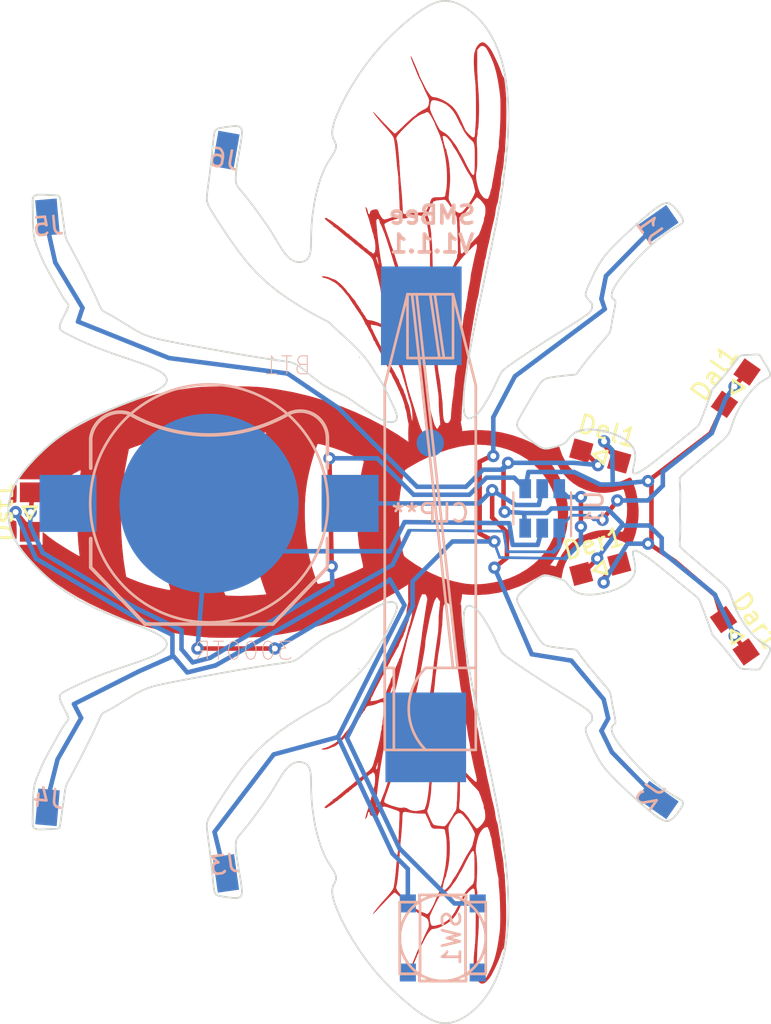
<source format=kicad_pcb>
(kicad_pcb (version 20171130) (host pcbnew "(5.0.2-5-10.14)")
  (layers (0 F.Cu signal) (31 B.Cu signal) (34 B.Paste user hide) (35 F.Paste user hide) (36 B.SilkS user) (37 F.SilkS user hide) (38 B.Mask user) (39 F.Mask user) (44 Edge.Cuts user))
  (net 0 "")
  (net 1 Vdd)
  (net 2 Vss)
  (net 3 ICSPDAT)
  (net 4 "Net-(Dal1-Pad1)")
  (net 5 ICSPCLK)
  (net 6 "Net-(SW1-Pad4)")
  (net 7 Vpp)
  (net 8 "Net-(SW1-Pad3)")
  (net 9 "Net-(BT1-Pad3)")
  (net 10 "Net-(J6-Pad1)")
  (module SMBee:WingFCu (layer F.Cu) (at 151.4602 120.9294 270)
    (fp_text reference WF** hide)
    (fp_text value WINGF hide)
    (fp_poly (pts (xy 7.797933 -5.144183) (xy 8.096117 -5.137347) (xy 8.355974 -5.125837) (xy 8.523111 -5.11378) (xy 8.794228 -5.088638) (xy 9.0123 -5.066075) (xy 9.180644 -5.045609) (xy 9.302578 -5.026756) (xy 9.381419 -5.009034) (xy 9.420482 -4.99196) (xy 9.426222 -4.982314) (xy 9.45142 -4.960178) (xy 9.519633 -4.926802) (xy 9.619793 -4.887095) (xy 9.7155 -4.854062) (xy 9.871323 -4.797603) (xy 10.062156 -4.719304) (xy 10.274094 -4.625489) (xy 10.493231 -4.522486) (xy 10.705662 -4.416618) (xy 10.875389 -4.32645) (xy 10.990149 -4.253453) (xy 11.106941 -4.162906) (xy 11.211876 -4.06715) (xy 11.291069 -3.978524) (xy 11.323157 -3.928572) (xy 11.352298 -3.82242) (xy 11.330856 -3.721733) (xy 11.256831 -3.621116) (xy 11.185899 -3.558181) (xy 11.094225 -3.49419) (xy 11.003824 -3.445208) (xy 10.94601 -3.424888) (xy 10.863755 -3.404275) (xy 10.798708 -3.379906) (xy 10.79867 -3.379887) (xy 10.733576 -3.362363) (xy 10.622635 -3.349534) (xy 10.476256 -3.341499) (xy 10.304849 -3.338361) (xy 10.118825 -3.340218) (xy 9.928592 -3.347173) (xy 9.744562 -3.359324) (xy 9.645158 -3.368751) (xy 9.474371 -3.386455) (xy 9.298987 -3.403518) (xy 9.138586 -3.418099) (xy 9.012748 -3.428361) (xy 9.002889 -3.429073) (xy 8.842671 -3.437994) (xy 8.641639 -3.445332) (xy 8.410326 -3.451041) (xy 8.159267 -3.45507) (xy 7.898999 -3.45737) (xy 7.640056 -3.457893) (xy 7.392973 -3.456589) (xy 7.168285 -3.45341) (xy 6.976528 -3.448305) (xy 6.828237 -3.441227) (xy 6.801555 -3.439327) (xy 6.643374 -3.427502) (xy 6.489313 -3.416711) (xy 6.356374 -3.408102) (xy 6.261557 -3.402819) (xy 6.256989 -3.402612) (xy 6.139462 -3.390985) (xy 6.071322 -3.366231) (xy 6.046257 -3.324391) (xy 6.05334 -3.274806) (xy 6.08506 -3.221234) (xy 6.147905 -3.144534) (xy 6.229374 -3.057395) (xy 6.316968 -2.972506) (xy 6.398186 -2.902556) (xy 6.460528 -2.860233) (xy 6.462889 -2.859086) (xy 6.513507 -2.835759) (xy 6.604216 -2.794506) (xy 6.723603 -2.740498) (xy 6.860257 -2.678905) (xy 6.909914 -2.656575) (xy 7.128347 -2.555824) (xy 7.303793 -2.468193) (xy 7.446345 -2.387604) (xy 7.566094 -2.307975) (xy 7.673134 -2.223228) (xy 7.7593 -2.144889) (xy 7.879878 -2.010602) (xy 7.996412 -1.846496) (xy 8.102435 -1.665339) (xy 8.191475 -1.479902) (xy 8.257066 -1.302956) (xy 8.292737 -1.14727) (xy 8.297333 -1.082776) (xy 8.308373 -1.021725) (xy 8.34585 -0.960063) (xy 8.416302 -0.890935) (xy 8.526266 -0.807487) (xy 8.621889 -0.742409) (xy 8.690579 -0.700665) (xy 8.790916 -0.644442) (xy 8.912714 -0.578939) (xy 9.045787 -0.509355) (xy 9.179948 -0.440892) (xy 9.305011 -0.378748) (xy 9.410789 -0.328123) (xy 9.487097 -0.294218) (xy 9.523381 -0.282222) (xy 9.55623 -0.271813) (xy 9.628771 -0.243931) (xy 9.728925 -0.203594) (xy 9.844616 -0.15582) (xy 9.963765 -0.105626) (xy 10.074293 -0.05803) (xy 10.164123 -0.01805) (xy 10.202333 -0.000158) (xy 10.300534 0.045581) (xy 10.41217 0.095079) (xy 10.449278 0.110921) (xy 10.525056 0.145203) (xy 10.573657 0.171792) (xy 10.583333 0.18092) (xy 10.558974 0.183341) (xy 10.492444 0.167045) (xy 10.393562 0.135292) (xy 10.272146 0.091342) (xy 10.138016 0.038454) (xy 10.075333 0.01227) (xy 9.946805 -0.041394) (xy 9.817493 -0.093683) (xy 9.710386 -0.135346) (xy 9.687095 -0.143997) (xy 9.580207 -0.187326) (xy 9.455038 -0.244161) (xy 9.362539 -0.290001) (xy 9.147296 -0.396878) (xy 8.916284 -0.502773) (xy 8.734778 -0.579533) (xy 8.656406 -0.613741) (xy 8.547921 -0.664494) (xy 8.429329 -0.72237) (xy 8.396111 -0.739036) (xy 8.282427 -0.794472) (xy 8.200415 -0.82701) (xy 8.132442 -0.841226) (xy 8.060873 -0.841694) (xy 8.015111 -0.8379) (xy 7.873256 -0.816207) (xy 7.772828 -0.77781) (xy 7.699313 -0.713521) (xy 7.638196 -0.614148) (xy 7.627788 -0.592666) (xy 7.569973 -0.480488) (xy 7.502374 -0.364641) (xy 7.434606 -0.260273) (xy 7.376282 -0.182527) (xy 7.350127 -0.155222) (xy 7.317588 -0.11905) (xy 7.264123 -0.051458) (xy 7.201882 0.032136) (xy 7.145866 0.102043) (xy 7.058103 0.202492) (xy 6.946967 0.324323) (xy 6.820828 0.458371) (xy 6.688058 0.595475) (xy 6.675986 0.607736) (xy 6.552466 0.735337) (xy 6.443821 0.852036) (xy 6.355998 0.951074) (xy 6.294945 1.025692) (xy 6.266608 1.069132) (xy 6.265333 1.074385) (xy 6.2852 1.108058) (xy 6.341167 1.174174) (xy 6.427784 1.266976) (xy 6.539599 1.380704) (xy 6.671162 1.509599) (xy 6.735582 1.57123) (xy 6.936516 1.762096) (xy 7.099834 1.91735) (xy 7.228832 2.040267) (xy 7.326808 2.13412) (xy 7.397058 2.202183) (xy 7.442879 2.247732) (xy 7.467568 2.274039) (xy 7.474422 2.284379) (xy 7.466738 2.282025) (xy 7.447812 2.270253) (xy 7.422444 2.253341) (xy 7.332953 2.190182) (xy 7.245319 2.123566) (xy 7.236743 2.116667) (xy 7.162477 2.056724) (xy 7.071429 1.983683) (xy 7.025923 1.947334) (xy 6.939093 1.875357) (xy 6.835132 1.785298) (xy 6.745957 1.705209) (xy 6.545501 1.523876) (xy 6.379866 1.380388) (xy 6.245103 1.271568) (xy 6.137265 1.19424) (xy 6.052402 1.145225) (xy 6.046805 1.142579) (xy 5.984156 1.123973) (xy 5.873655 1.102305) (xy 5.723738 1.078763) (xy 5.542836 1.054535) (xy 5.339384 1.03081) (xy 5.121814 1.008775) (xy 5.051778 1.002381) (xy 4.803145 0.980133) (xy 4.603809 0.961876) (xy 4.446818 0.946884) (xy 4.325221 0.934434) (xy 4.232069 0.9238) (xy 4.160409 0.914258) (xy 4.103292 0.905084) (xy 4.083311 0.901421) (xy 3.967749 0.884917) (xy 3.848518 0.875889) (xy 3.811506 0.875267) (xy 3.710958 0.873991) (xy 3.586471 0.869627) (xy 3.499555 0.865125) (xy 3.30905 0.854074) (xy 3.102018 0.843003) (xy 2.88656 0.832252) (xy 2.670779 0.822161) (xy 2.462777 0.813073) (xy 2.270654 0.805327) (xy 2.102515 0.799266) (xy 1.966459 0.795229) (xy 1.87059 0.793557) (xy 1.823081 0.794583) (xy 1.782446 0.803516) (xy 1.75149 0.826119) (xy 1.723145 0.873176) (xy 1.69034 0.955475) (xy 1.659439 1.044222) (xy 1.592957 1.24038) (xy 1.543383 1.390572) (xy 1.509068 1.50214) (xy 1.488359 1.582423) (xy 1.479605 1.638762) (xy 1.481154 1.678497) (xy 1.491355 1.708969) (xy 1.504741 1.731771) (xy 1.559289 1.787742) (xy 1.648518 1.853022) (xy 1.754455 1.916586) (xy 1.859129 1.967406) (xy 1.926911 1.990757) (xy 2.003547 2.027544) (xy 2.03923 2.09391) (xy 2.037516 2.197304) (xy 2.03437 2.21584) (xy 2.00272 2.340485) (xy 1.959963 2.416429) (xy 1.900726 2.451122) (xy 1.861674 2.455334) (xy 1.79982 2.464697) (xy 1.778574 2.498711) (xy 1.778 2.510049) (xy 1.789676 2.546067) (xy 1.833247 2.568992) (xy 1.912055 2.584572) (xy 2.008352 2.607779) (xy 2.091423 2.642618) (xy 2.113512 2.656932) (xy 2.180913 2.709483) (xy 2.08529 2.692868) (xy 1.968444 2.666341) (xy 1.81593 2.622486) (xy 1.644004 2.566108) (xy 1.580444 2.543655) (xy 1.499618 2.516154) (xy 1.440069 2.498793) (xy 1.425222 2.495976) (xy 1.387149 2.487185) (xy 1.309147 2.465294) (xy 1.205091 2.434267) (xy 1.15303 2.418246) (xy 1.038969 2.384349) (xy 0.941796 2.358278) (xy 0.876669 2.343985) (xy 0.86235 2.342445) (xy 0.804514 2.329922) (xy 0.736891 2.301721) (xy 0.655535 2.271243) (xy 0.557713 2.249152) (xy 0.542127 2.247014) (xy 0.455117 2.231498) (xy 0.385712 2.210678) (xy 0.375105 2.205731) (xy 0.324883 2.191503) (xy 0.234495 2.176905) (xy 0.120152 2.164352) (xy 0.071022 2.160423) (xy -0.117593 2.155045) (xy -0.264105 2.168047) (xy -0.365032 2.198622) (xy -0.41689 2.245963) (xy -0.423333 2.275031) (xy -0.406083 2.331012) (xy -0.381 2.352651) (xy -0.343466 2.389758) (xy -0.338667 2.411024) (xy -0.319771 2.452993) (xy -0.271111 2.51647) (xy -0.225778 2.564919) (xy -0.163695 2.631801) (xy -0.122692 2.686357) (xy -0.112889 2.709333) (xy -0.093898 2.745647) (xy -0.045018 2.804467) (xy 0 2.850445) (xy 0.062263 2.91414) (xy 0.103339 2.96358) (xy 0.113062 2.982288) (xy 0.131012 3.013034) (xy 0.178206 3.072497) (xy 0.244934 3.148543) (xy 0.254173 3.15862) (xy 0.322585 3.235556) (xy 0.372683 3.297025) (xy 0.394796 3.331073) (xy 0.395111 3.332838) (xy 0.413377 3.36426) (xy 0.459159 3.417509) (xy 0.479778 3.438769) (xy 0.532072 3.494997) (xy 0.561834 3.534622) (xy 0.564444 3.541734) (xy 0.582158 3.577191) (xy 0.619782 3.610815) (xy 0.654036 3.623387) (xy 0.659862 3.620508) (xy 0.673518 3.629365) (xy 0.677333 3.662585) (xy 0.698697 3.727538) (xy 0.726722 3.759102) (xy 0.771345 3.801813) (xy 0.832709 3.871641) (xy 0.873844 3.92298) (xy 0.930985 3.993989) (xy 0.975894 4.04407) (xy 0.993788 4.059296) (xy 1.014946 4.091759) (xy 1.016 4.102455) (xy 1.03685 4.143155) (xy 1.074209 4.177714) (xy 1.126758 4.232123) (xy 1.174309 4.307049) (xy 1.176202 4.310945) (xy 1.211354 4.371474) (xy 1.241244 4.401839) (xy 1.244993 4.402667) (xy 1.267639 4.425354) (xy 1.27 4.441981) (xy 1.292765 4.485549) (xy 1.312333 4.497539) (xy 1.349877 4.535256) (xy 1.354667 4.557003) (xy 1.367845 4.595151) (xy 1.379465 4.600222) (xy 1.405988 4.623566) (xy 1.43742 4.680453) (xy 1.440329 4.687293) (xy 1.475663 4.758518) (xy 1.510317 4.808284) (xy 1.510585 4.808553) (xy 1.552192 4.869077) (xy 1.566937 4.929869) (xy 1.550965 4.971021) (xy 1.542916 4.975473) (xy 1.503247 4.962122) (xy 1.443139 4.905018) (xy 1.394407 4.84476) (xy 1.328828 4.760502) (xy 1.269367 4.689508) (xy 1.235221 4.653356) (xy 1.196173 4.606223) (xy 1.185333 4.577647) (xy 1.162023 4.545713) (xy 1.130332 4.530125) (xy 1.076377 4.490326) (xy 1.057634 4.456908) (xy 1.04431 4.426674) (xy 1.017991 4.38527) (xy 0.973633 4.326244) (xy 0.906195 4.243146) (xy 0.810636 4.129523) (xy 0.706476 4.007556) (xy 0.619791 3.90503) (xy 0.533236 3.800241) (xy 0.454364 3.702628) (xy 0.390725 3.62163) (xy 0.349871 3.566688) (xy 0.338667 3.547786) (xy 0.320879 3.522816) (xy 0.273933 3.468013) (xy 0.207452 3.394558) (xy 0.197555 3.383876) (xy 0.128959 3.307327) (xy 0.078776 3.246151) (xy 0.056736 3.212298) (xy 0.056444 3.210607) (xy 0.038527 3.180062) (xy -0.007844 3.12307) (xy -0.056445 3.069377) (xy -0.117225 3.001817) (xy -0.158208 2.950457) (xy -0.169333 2.93038) (xy -0.187374 2.899898) (xy -0.232253 2.847757) (xy -0.24794 2.831449) (xy -0.318322 2.752434) (xy -0.38727 2.663894) (xy -0.395032 2.652889) (xy -0.533774 2.47912) (xy -0.675048 2.352589) (xy -0.814454 2.276956) (xy -0.863951 2.26276) (xy -0.963995 2.237841) (xy -1.090573 2.201593) (xy -1.21706 2.161658) (xy -1.222521 2.15983) (xy -1.325566 2.126675) (xy -1.407771 2.102892) (xy -1.454774 2.092558) (xy -1.459457 2.092577) (xy -1.502892 2.087633) (xy -1.524 2.080743) (xy -1.568312 2.067541) (xy -1.655562 2.044707) (xy -1.77366 2.015184) (xy -1.874489 1.990674) (xy -1.008972 1.990674) (xy -0.981382 2.007311) (xy -0.912596 2.03599) (xy -0.860778 2.055269) (xy -0.738595 2.097485) (xy -0.659631 2.118737) (xy -0.614987 2.119733) (xy -0.595764 2.101179) (xy -0.592667 2.076554) (xy -0.619842 2.049642) (xy -0.697425 2.028601) (xy -0.742323 2.022182) (xy -0.850177 2.008732) (xy -0.952184 1.994783) (xy -0.989268 1.989215) (xy -1.008972 1.990674) (xy -1.874489 1.990674) (xy -1.910518 1.981916) (xy -2.054047 1.947844) (xy -2.117289 1.933222) (xy -1.298222 1.933222) (xy -1.284111 1.947334) (xy -1.27 1.933222) (xy -1.284111 1.919111) (xy -1.298222 1.933222) (xy -2.117289 1.933222) (xy -2.192159 1.915912) (xy -2.300111 1.89181) (xy -2.414835 1.870419) (xy -2.533083 1.853713) (xy -2.568222 1.850132) (xy -2.66717 1.836149) (xy -2.756489 1.814836) (xy -2.775202 1.808407) (xy -2.839698 1.791141) (xy -2.88041 1.793188) (xy -2.919909 1.794637) (xy -2.993199 1.781229) (xy -3.044921 1.767418) (xy -3.126417 1.746476) (xy -3.183327 1.737921) (xy -3.198361 1.740213) (xy -3.231027 1.742979) (xy -3.304806 1.737539) (xy -3.405153 1.725072) (xy -3.429074 1.721545) (xy -3.53907 1.708694) (xy -3.673786 1.69866) (xy -3.82102 1.691663) (xy -3.968574 1.687928) (xy -4.104249 1.687675) (xy -4.215843 1.691128) (xy -4.291159 1.698509) (xy -4.314678 1.705392) (xy -4.342256 1.753136) (xy -4.340097 1.834047) (xy -4.309386 1.934064) (xy -4.292371 1.970474) (xy -4.24252 2.085693) (xy -4.196026 2.223079) (xy -4.159219 2.360833) (xy -4.138429 2.477151) (xy -4.136113 2.508609) (xy -4.122073 2.583053) (xy -4.075994 2.640723) (xy -4.03589 2.670887) (xy -3.966486 2.712886) (xy -3.912521 2.736002) (xy -3.902519 2.737556) (xy -3.869174 2.755412) (xy -3.866445 2.766383) (xy -3.843328 2.796993) (xy -3.788833 2.829231) (xy -3.715075 2.871789) (xy -3.665579 2.913293) (xy -3.611446 2.952903) (xy -3.573856 2.963334) (xy -3.533931 2.97579) (xy -3.527778 2.988132) (xy -3.504553 3.015261) (xy -3.448709 3.045681) (xy -3.448668 3.045698) (xy -3.371931 3.088626) (xy -3.295378 3.147271) (xy -3.292861 3.149585) (xy -3.21017 3.211782) (xy -3.119858 3.260941) (xy -3.044601 3.301734) (xy -2.989762 3.347441) (xy -2.986388 3.351726) (xy -2.944792 3.393952) (xy -2.872862 3.454336) (xy -2.794 3.514045) (xy -2.705434 3.581786) (xy -2.629473 3.646814) (xy -2.587341 3.689687) (xy -2.541972 3.735898) (xy -2.50973 3.753556) (xy -2.471242 3.771338) (xy -2.432409 3.802945) (xy -2.385794 3.847088) (xy -2.313608 3.91452) (xy -2.235031 3.987354) (xy -2.145847 4.076377) (xy -2.056101 4.177172) (xy -1.974483 4.278567) (xy -1.909686 4.369386) (xy -1.870404 4.438455) (xy -1.862667 4.46605) (xy -1.850535 4.513896) (xy -1.820416 4.585824) (xy -1.810652 4.605645) (xy -1.743054 4.770204) (xy -1.70464 4.934109) (xy -1.699476 5.067161) (xy -1.70954 5.128745) (xy -1.722619 5.144325) (xy -1.727814 5.136445) (xy -1.744667 5.087671) (xy -1.769932 5.004307) (xy -1.792474 4.924778) (xy -1.833474 4.805833) (xy -1.887755 4.685669) (xy -1.921406 4.625974) (xy -1.967553 4.547772) (xy -1.997444 4.486234) (xy -2.003778 4.463696) (xy -2.022733 4.432717) (xy -2.032 4.430889) (xy -2.057038 4.40803) (xy -2.060222 4.388556) (xy -2.072924 4.350963) (xy -2.083676 4.346222) (xy -2.11262 4.324049) (xy -2.144639 4.276134) (xy -2.190428 4.217974) (xy -2.234074 4.189566) (xy -2.27735 4.15918) (xy -2.286 4.136004) (xy -2.306928 4.098154) (xy -2.359905 4.044937) (xy -2.391833 4.01913) (xy -2.456651 3.967251) (xy -2.499251 3.927511) (xy -2.507074 3.917002) (xy -2.537391 3.894719) (xy -2.538949 3.894667) (xy -2.569966 3.876472) (xy -2.626519 3.829509) (xy -2.676179 3.783294) (xy -2.759512 3.710241) (xy -2.844783 3.647435) (xy -2.884193 3.623888) (xy -2.973875 3.571627) (xy -3.062056 3.51154) (xy -3.064775 3.509484) (xy -3.125513 3.466848) (xy -3.166797 3.444218) (xy -3.17184 3.443111) (xy -3.203624 3.425657) (xy -3.256577 3.38265) (xy -3.267666 3.372556) (xy -3.325564 3.325915) (xy -3.369384 3.302607) (xy -3.374001 3.302) (xy -3.416027 3.284539) (xy -3.458956 3.252005) (xy -3.507785 3.213608) (xy -3.590733 3.154299) (xy -3.694171 3.083265) (xy -3.80447 3.009693) (xy -3.907999 2.94277) (xy -3.99113 2.891683) (xy -4.007556 2.882221) (xy -4.13878 2.810512) (xy -4.248802 2.754795) (xy -4.328111 2.719673) (xy -4.36437 2.709452) (xy -4.401585 2.686711) (xy -4.412873 2.667) (xy -4.451069 2.63248) (xy -4.488113 2.624667) (xy -4.527691 2.613941) (xy -4.529667 2.596445) (xy -4.53775 2.573728) (xy -4.566396 2.568222) (xy -4.622802 2.552927) (xy -4.698022 2.5147) (xy -4.722575 2.498999) (xy -4.800744 2.453208) (xy -4.913221 2.396073) (xy -5.041535 2.336259) (xy -5.167216 2.282436) (xy -5.256389 2.24849) (xy -5.298047 2.221536) (xy -5.305778 2.204462) (xy -5.330121 2.180337) (xy -5.388868 2.159353) (xy -5.390735 2.158936) (xy -5.464061 2.133805) (xy -5.512402 2.103567) (xy -5.549114 2.079472) (xy -5.624713 2.037881) (xy -5.727902 1.984329) (xy -5.84738 1.92435) (xy -5.971849 1.863479) (xy -6.090009 1.807251) (xy -6.190562 1.7612) (xy -6.262209 1.730862) (xy -6.292265 1.721556) (xy -6.331627 1.703659) (xy -6.35642 1.682882) (xy -6.404574 1.64593) (xy -6.473175 1.604588) (xy -6.541366 1.570188) (xy -6.588291 1.554064) (xy -6.593494 1.554061) (xy -6.624571 1.537988) (xy -6.629067 1.532353) (xy -6.660973 1.510569) (xy -6.728147 1.475154) (xy -6.813668 1.433982) (xy -6.900618 1.394928) (xy -6.972076 1.365866) (xy -7.010876 1.354667) (xy -7.042991 1.337353) (xy -7.09028 1.298222) (xy -7.144535 1.25722) (xy -7.183438 1.241778) (xy -7.225556 1.228958) (xy -7.296457 1.196306) (xy -7.340395 1.173112) (xy -7.457441 1.11071) (xy -7.587327 1.045019) (xy -7.719006 0.981203) (xy -7.841426 0.924424) (xy -7.943539 0.879844) (xy -8.014295 0.852625) (xy -8.039091 0.846667) (xy -8.069686 0.824727) (xy -8.071556 0.813741) (xy -8.082324 0.794155) (xy -8.089104 0.798363) (xy -8.122002 0.796719) (xy -8.187268 0.773468) (xy -8.237271 0.750242) (xy -8.336461 0.705426) (xy -8.461209 0.656283) (xy -8.597423 0.607528) (xy -8.731007 0.563875) (xy -8.84787 0.530039) (xy -8.933916 0.510733) (xy -8.961473 0.508) (xy -9.041622 0.494873) (xy -9.110124 0.469332) (xy -9.184499 0.442072) (xy -9.283757 0.418167) (xy -9.327445 0.410855) (xy -9.466806 0.390936) (xy -9.568724 0.375105) (xy -9.651719 0.360084) (xy -9.73431 0.342593) (xy -9.806482 0.326032) (xy -9.899524 0.307644) (xy -9.970762 0.299647) (xy -10.000687 0.302526) (xy -10.037502 0.308533) (xy -10.118738 0.31312) (xy -10.233211 0.316308) (xy -10.369734 0.318114) (xy -10.517122 0.318556) (xy -10.66419 0.317654) (xy -10.799753 0.315424) (xy -10.912624 0.311886) (xy -10.99162 0.307058) (xy -11.025553 0.300958) (xy -11.025671 0.300847) (xy -11.062662 0.289956) (xy -11.135714 0.283249) (xy -11.18159 0.282222) (xy -11.272807 0.275722) (xy -11.322561 0.251286) (xy -11.333161 0.20151) (xy -11.306917 0.118989) (xy -11.297987 0.100599) (xy -9.755083 0.100599) (xy -9.746556 0.11219) (xy -9.736667 0.116585) (xy -9.653519 0.138722) (xy -9.581445 0.146764) (xy -9.504876 0.155431) (xy -9.452913 0.171116) (xy -9.397032 0.188875) (xy -9.315155 0.203945) (xy -9.297691 0.206107) (xy -9.188222 0.223036) (xy -9.061861 0.249305) (xy -8.942234 0.279453) (xy -8.852967 0.308018) (xy -8.847667 0.310145) (xy -8.760794 0.343923) (xy -8.657123 0.381447) (xy -8.550897 0.417938) (xy -8.456358 0.448617) (xy -8.387746 0.468704) (xy -8.359983 0.47379) (xy -8.324921 0.482592) (xy -8.259461 0.511099) (xy -8.223217 0.529308) (xy -8.151686 0.562533) (xy -8.102872 0.577404) (xy -8.092547 0.576028) (xy -8.06188 0.580016) (xy -8.003039 0.607468) (xy -7.983219 0.618875) (xy -7.897112 0.666989) (xy -7.793468 0.719813) (xy -7.686558 0.770715) (xy -7.590656 0.813065) (xy -7.520035 0.840231) (xy -7.492903 0.846667) (xy -7.447926 0.86293) (xy -7.387786 0.902119) (xy -7.386838 0.902862) (xy -7.315982 0.950103) (xy -7.224287 1.00095) (xy -7.192532 1.016461) (xy -7.045585 1.089371) (xy -6.89756 1.172813) (xy -6.801556 1.231249) (xy -6.719241 1.276648) (xy -6.64334 1.309714) (xy -6.632222 1.313314) (xy -6.57384 1.336226) (xy -6.547556 1.354674) (xy -6.516536 1.375806) (xy -6.447674 1.412949) (xy -6.354838 1.459495) (xy -6.251902 1.508837) (xy -6.152734 1.554366) (xy -6.071206 1.589473) (xy -6.021188 1.607552) (xy -6.014418 1.608667) (xy -5.976608 1.629935) (xy -5.963347 1.647407) (xy -5.931814 1.672499) (xy -5.85849 1.717877) (xy -5.752057 1.778559) (xy -5.621199 1.849568) (xy -5.503333 1.911198) (xy -5.353688 1.988217) (xy -5.215809 2.059236) (xy -5.099956 2.118967) (xy -5.016392 2.162119) (xy -4.981222 2.180348) (xy -4.905925 2.217148) (xy -4.806702 2.262649) (xy -4.748389 2.288269) (xy -4.668104 2.326878) (xy -4.614297 2.360463) (xy -4.600222 2.377157) (xy -4.583758 2.392068) (xy -4.579056 2.389975) (xy -4.538627 2.389457) (xy -4.501445 2.400437) (xy -4.423779 2.424794) (xy -4.386215 2.414469) (xy -4.381357 2.365273) (xy -4.386575 2.335389) (xy -4.402761 2.246662) (xy -4.418758 2.142054) (xy -4.421912 2.118507) (xy -4.444719 2.017671) (xy -4.481031 1.924505) (xy -4.490814 1.906841) (xy -4.52714 1.829598) (xy -4.54359 1.759734) (xy -4.543672 1.756128) (xy -4.559038 1.70516) (xy -4.614087 1.678156) (xy -4.628445 1.674989) (xy -4.687747 1.656017) (xy -4.713098 1.633798) (xy -4.713111 1.633361) (xy -4.736779 1.613288) (xy -4.769556 1.608667) (xy -4.815445 1.598814) (xy -4.826 1.58518) (xy -4.84992 1.561528) (xy -4.908437 1.534672) (xy -4.917722 1.531494) (xy -5.012286 1.497397) (xy -5.145348 1.44529) (xy -5.303937 1.380334) (xy -5.408821 1.336116) (xy -5.482648 1.309861) (xy -5.539449 1.298253) (xy -5.541263 1.298222) (xy -5.593198 1.284672) (xy -5.664903 1.251318) (xy -5.678109 1.243866) (xy -5.75516 1.205886) (xy -5.860978 1.162166) (xy -5.953518 1.128762) (xy -6.03153 1.101162) (xy -5.461 1.101162) (xy -5.348111 1.153792) (xy -5.211143 1.211881) (xy -5.074887 1.260003) (xy -4.98262 1.285243) (xy -4.919691 1.305398) (xy -4.840832 1.338355) (xy -4.834405 1.341372) (xy -4.747515 1.374939) (xy -4.666018 1.395088) (xy -4.663632 1.395404) (xy -4.583847 1.413769) (xy -4.494275 1.445217) (xy -4.487291 1.4482) (xy -4.421623 1.476409) (xy -4.382809 1.492379) (xy -4.379645 1.493476) (xy -4.350848 1.483888) (xy -4.321357 1.469352) (xy -4.260927 1.457049) (xy -4.180986 1.462946) (xy -4.175046 1.46418) (xy -4.086672 1.473698) (xy -4.008602 1.467052) (xy -4.007556 1.46678) (xy -3.968721 1.453971) (xy -3.971371 1.441974) (xy -4.02105 1.424642) (xy -4.05409 1.415189) (xy -4.162667 1.38701) (xy -4.27743 1.360536) (xy -4.293979 1.35707) (xy -4.392947 1.336741) (xy -4.513624 1.311906) (xy -4.586111 1.296967) (xy -4.68035 1.274643) (xy -4.752505 1.252267) (xy -4.782256 1.2378) (xy -4.82855 1.219647) (xy -4.886423 1.213556) (xy -4.950034 1.203458) (xy -4.982636 1.183047) (xy -5.02181 1.165918) (xy -5.073346 1.170572) (xy -5.132644 1.175307) (xy -5.16199 1.162665) (xy -5.197628 1.144444) (xy -5.269925 1.126723) (xy -5.319889 1.118943) (xy -5.461 1.101162) (xy -6.03153 1.101162) (xy -6.060567 1.090889) (xy -6.083629 1.081852) (xy -5.522148 1.081852) (xy -5.518274 1.09863) (xy -5.503333 1.100667) (xy -5.480103 1.090341) (xy -5.484519 1.081852) (xy -5.518012 1.078474) (xy -5.522148 1.081852) (xy -6.083629 1.081852) (xy -6.155654 1.05363) (xy -5.606815 1.05363) (xy -5.602941 1.070408) (xy -5.588 1.072445) (xy -5.56477 1.062119) (xy -5.569185 1.05363) (xy -5.602679 1.050252) (xy -5.606815 1.05363) (xy -6.155654 1.05363) (xy -6.157084 1.05307) (xy -6.214574 1.027172) (xy -6.268682 1.003131) (xy -6.2934 0.999923) (xy -6.293556 1.000749) (xy -6.314585 0.99709) (xy -6.366905 0.970156) (xy -6.385278 0.959246) (xy -6.458588 0.92214) (xy -6.519466 0.903672) (xy -6.526389 0.903217) (xy -6.568274 0.889813) (xy -6.575778 0.874889) (xy -6.599724 0.852513) (xy -6.639278 0.845769) (xy -6.7137 0.827948) (xy -6.755949 0.804614) (xy -6.809679 0.775954) (xy -6.898136 0.7404) (xy -6.995838 0.70766) (xy -7.207683 0.643985) (xy -7.42639 0.579411) (xy -7.642724 0.516562) (xy -7.847454 0.458063) (xy -8.031347 0.406537) (xy -8.185169 0.364609) (xy -8.299687 0.334902) (xy -8.345247 0.324134) (xy -8.44594 0.299741) (xy -8.529657 0.275369) (xy -8.571024 0.259549) (xy -8.618465 0.2422) (xy -8.707046 0.215772) (xy -8.822986 0.184213) (xy -8.921882 0.158988) (xy -9.109264 0.117773) (xy -9.274935 0.094879) (xy -9.449152 0.086604) (xy -9.514549 0.086456) (xy -9.644249 0.088433) (xy -9.722704 0.092914) (xy -9.755083 0.100599) (xy -11.297987 0.100599) (xy -11.261613 0.025701) (xy -11.21894 -0.062102) (xy -11.192053 -0.129021) (xy -11.186561 -0.161028) (xy -11.186839 -0.161357) (xy -11.183457 -0.192555) (xy -11.158937 -0.256976) (xy -11.133092 -0.311579) (xy -11.050278 -0.49066) (xy -10.369473 -0.49066) (xy -10.346551 -0.45189) (xy -10.303354 -0.425784) (xy -10.28556 -0.423333) (xy -10.235138 -0.405046) (xy -10.211405 -0.386615) (xy -10.175268 -0.368854) (xy -10.092529 -0.337604) (xy -9.970707 -0.295403) (xy -9.817319 -0.244789) (xy -9.639886 -0.188301) (xy -9.454445 -0.131065) (xy -9.232922 -0.063273) (xy -9.00238 0.008044) (xy -8.776563 0.07858) (xy -8.569213 0.144031) (xy -8.394074 0.200089) (xy -8.311445 0.227006) (xy -8.137296 0.281995) (xy -7.954316 0.3359) (xy -7.781474 0.383367) (xy -7.637742 0.419045) (xy -7.605889 0.426068) (xy -7.452618 0.460575) (xy -7.288468 0.500749) (xy -7.141493 0.539633) (xy -7.097889 0.552064) (xy -6.970259 0.586768) (xy -6.842744 0.61701) (xy -6.740622 0.636849) (xy -6.731 0.638287) (xy -6.643963 0.651271) (xy -6.579636 0.661982) (xy -6.561667 0.665658) (xy -6.527621 0.673974) (xy -6.446241 0.693632) (xy -6.325082 0.722813) (xy -6.1717 0.759699) (xy -5.99365 0.802472) (xy -5.813778 0.845645) (xy -5.39115 0.946207) (xy -4.993283 1.038963) (xy -4.612879 1.125382) (xy -4.242637 1.206929) (xy -3.87526 1.285072) (xy -3.503447 1.361279) (xy -3.119899 1.437017) (xy -2.717317 1.513752) (xy -2.288402 1.592953) (xy -1.825854 1.676086) (xy -1.322375 1.764618) (xy -0.770665 1.860017) (xy -0.747889 1.863928) (xy -0.612781 1.885391) (xy -0.433168 1.911373) (xy -0.220669 1.940393) (xy 0.013097 1.970968) (xy 0.256511 2.001618) (xy 0.497953 2.030861) (xy 0.725805 2.057215) (xy 0.928446 2.079199) (xy 0.987778 2.085239) (xy 1.164594 2.101703) (xy 1.293902 2.110375) (xy 1.384127 2.111038) (xy 1.443696 2.10347) (xy 1.481033 2.087454) (xy 1.497741 2.071968) (xy 1.518449 2.014845) (xy 1.490427 1.964656) (xy 1.421326 1.931021) (xy 1.380043 1.92396) (xy 1.301135 1.907409) (xy 1.242997 1.880214) (xy 1.241778 1.87922) (xy 1.187087 1.845698) (xy 1.109793 1.810986) (xy 1.100667 1.807562) (xy 0.957826 1.752487) (xy 0.805621 1.689561) (xy 0.747889 1.6644) (xy 0.6903 1.642323) (xy 0.587716 1.606585) (xy 0.449107 1.560079) (xy 0.283441 1.505693) (xy 0.099688 1.44632) (xy -0.093185 1.384848) (xy -0.286207 1.32417) (xy -0.47041 1.267175) (xy -0.636825 1.216753) (xy -0.691445 1.200534) (xy -0.816774 1.163018) (xy -0.976453 1.114421) (xy -1.151024 1.060702) (xy -1.321027 1.007822) (xy -1.340556 1.001703) (xy -1.501423 0.951388) (xy -1.638067 0.90906) (xy -1.76511 0.870313) (xy -1.897174 0.830741) (xy -2.048882 0.785939) (xy -2.234856 0.7315) (xy -2.314222 0.708342) (xy -2.449988 0.668618) (xy -2.595611 0.62581) (xy -2.709333 0.592214) (xy -2.809041 0.563543) (xy -2.945508 0.525515) (xy -3.100885 0.483052) (xy -3.257324 0.441077) (xy -3.259667 0.440455) (xy -3.402044 0.402061) (xy -3.53006 0.366418) (xy -3.630997 0.337143) (xy -3.692135 0.317857) (xy -3.697539 0.315877) (xy -3.770733 0.294811) (xy -3.866341 0.275608) (xy -3.895094 0.271247) (xy -4.05803 0.247494) (xy -4.196608 0.224692) (xy -4.301392 0.204554) (xy -4.362945 0.188793) (xy -4.37267 0.184541) (xy -4.413049 0.170351) (xy -4.489118 0.150969) (xy -4.548651 0.138) (xy -4.722415 0.102926) (xy -3.600262 0.102926) (xy -3.567928 0.124362) (xy -3.48249 0.159821) (xy -3.345391 0.208806) (xy -3.158073 0.27082) (xy -2.921978 0.345365) (xy -2.695222 0.41482) (xy -2.585821 0.448643) (xy -2.476689 0.483425) (xy -2.441222 0.495052) (xy -2.369677 0.518012) (xy -2.259373 0.552467) (xy -2.125607 0.593674) (xy -1.989667 0.635076) (xy -1.827047 0.684739) (xy -1.653178 0.738537) (xy -1.491826 0.789083) (xy -1.393492 0.820361) (xy -1.276776 0.856377) (xy -1.176918 0.884465) (xy -1.108403 0.90068) (xy -1.089721 0.903111) (xy -1.025379 0.916279) (xy -0.994451 0.929576) (xy -0.949424 0.947652) (xy -0.862566 0.97755) (xy -0.7462 1.01518) (xy -0.612648 1.056452) (xy -0.606778 1.058225) (xy -0.460977 1.103337) (xy -0.320379 1.148805) (xy -0.201796 1.189077) (xy -0.127 1.216608) (xy -0.042545 1.248634) (xy 0.07825 1.292381) (xy 0.218185 1.341695) (xy 0.338667 1.383169) (xy 0.493847 1.436485) (xy 0.656557 1.493296) (xy 0.804359 1.545724) (xy 0.889 1.576356) (xy 1.033428 1.6264) (xy 1.135369 1.653698) (xy 1.203432 1.659486) (xy 1.246226 1.645) (xy 1.261374 1.629834) (xy 1.313303 1.543714) (xy 1.367849 1.42473) (xy 1.421581 1.284409) (xy 1.471066 1.134281) (xy 1.512873 0.985875) (xy 1.543569 0.850721) (xy 1.559723 0.740346) (xy 1.557902 0.666281) (xy 1.552615 0.651485) (xy 1.538098 0.579383) (xy 1.547147 0.495951) (xy 1.770892 0.495951) (xy 1.783907 0.569648) (xy 1.826569 0.613229) (xy 1.903788 0.634801) (xy 2.020476 0.642472) (xy 2.067073 0.643316) (xy 2.198163 0.647385) (xy 2.370979 0.656199) (xy 2.571093 0.668773) (xy 2.784077 0.684121) (xy 2.995506 0.701259) (xy 3.19095 0.719203) (xy 3.217333 0.721836) (xy 3.529209 0.751902) (xy 3.806374 0.775287) (xy 4.069944 0.793659) (xy 4.275667 0.805373) (xy 4.557191 0.8218) (xy 4.830205 0.841099) (xy 5.088306 0.862573) (xy 5.325088 0.885526) (xy 5.534145 0.909262) (xy 5.709073 0.933082) (xy 5.843468 0.956292) (xy 5.930924 0.978193) (xy 5.954226 0.987968) (xy 6.021703 0.994295) (xy 6.116543 0.956234) (xy 6.234506 0.876166) (xy 6.371354 0.756472) (xy 6.378603 0.749502) (xy 6.545597 0.584484) (xy 6.724946 0.400813) (xy 6.900083 0.215792) (xy 7.054443 0.046722) (xy 7.090367 0.0061) (xy 7.158819 -0.081762) (xy 7.230502 -0.189591) (xy 7.297571 -0.303484) (xy 7.352181 -0.409539) (xy 7.386488 -0.493853) (xy 7.394222 -0.53239) (xy 7.40868 -0.579299) (xy 7.439667 -0.635787) (xy 7.470682 -0.697528) (xy 7.47249 -0.752677) (xy 7.440186 -0.807512) (xy 7.368868 -0.868314) (xy 7.253633 -0.94136) (xy 7.15928 -0.994833) (xy 7.042334 -1.05824) (xy 6.942511 -1.110043) (xy 6.870581 -1.144808) (xy 6.837617 -1.157111) (xy 6.80076 -1.168269) (xy 6.723991 -1.198537) (xy 6.618526 -1.243103) (xy 6.495579 -1.297155) (xy 6.366363 -1.355882) (xy 6.279444 -1.396598) (xy 6.203146 -1.427612) (xy 6.101003 -1.462752) (xy 6.039555 -1.481501) (xy 5.935929 -1.512182) (xy 5.840872 -1.541731) (xy 5.799667 -1.555318) (xy 5.690025 -1.588264) (xy 5.542774 -1.625797) (xy 5.376025 -1.66352) (xy 5.242278 -1.690592) (xy 5.118419 -1.714415) (xy 4.987749 -1.739831) (xy 4.931833 -1.750816) (xy 4.849694 -1.763988) (xy 4.726097 -1.780024) (xy 4.575838 -1.79717) (xy 4.413712 -1.813668) (xy 4.360333 -1.818652) (xy 4.164418 -1.832007) (xy 3.95191 -1.83881) (xy 3.734393 -1.839398) (xy 3.523451 -1.834112) (xy 3.330666 -1.823289) (xy 3.167622 -1.807268) (xy 3.045903 -1.786388) (xy 3.019964 -1.779465) (xy 2.928842 -1.758762) (xy 2.845011 -1.749788) (xy 2.842877 -1.749778) (xy 2.79158 -1.741183) (xy 2.75558 -1.710202) (xy 2.732416 -1.64904) (xy 2.719628 -1.549902) (xy 2.714755 -1.404992) (xy 2.714464 -1.342961) (xy 2.713092 -1.212125) (xy 2.707401 -1.124531) (xy 2.695033 -1.067008) (xy 2.673629 -1.026387) (xy 2.653478 -1.002516) (xy 2.582061 -0.949396) (xy 2.511107 -0.921321) (xy 2.452145 -0.90267) (xy 2.35715 -0.865146) (xy 2.240751 -0.814758) (xy 2.151514 -0.773699) (xy 1.873305 -0.642354) (xy 1.866622 -0.314121) (xy 1.859542 -0.156366) (xy 1.845804 0.006254) (xy 1.827643 0.150758) (xy 1.814159 0.225778) (xy 1.782613 0.38403) (xy 1.770892 0.495951) (xy 1.547147 0.495951) (xy 1.548562 0.482914) (xy 1.579034 0.385552) (xy 1.624542 0.310771) (xy 1.624845 0.310445) (xy 1.667446 0.238162) (xy 1.703566 0.130551) (xy 1.728214 0.008709) (xy 1.736405 -0.106267) (xy 1.733516 -0.149198) (xy 1.706781 -0.336851) (xy 1.681036 -0.472944) (xy 1.65494 -0.562316) (xy 1.627153 -0.609804) (xy 1.602738 -0.620889) (xy 1.538634 -0.633289) (xy 1.473209 -0.658966) (xy 1.382428 -0.691906) (xy 1.24358 -0.725962) (xy 1.064993 -0.759882) (xy 0.854994 -0.792413) (xy 0.621911 -0.822301) (xy 0.374072 -0.848294) (xy 0.119804 -0.869138) (xy 0.042333 -0.874274) (xy -0.091859 -0.880743) (xy -0.261501 -0.885913) (xy -0.459856 -0.889828) (xy -0.680185 -0.89253) (xy -0.915753 -0.894062) (xy -1.15982 -0.894466) (xy -1.40565 -0.893786) (xy -1.646505 -0.892064) (xy -1.875648 -0.889343) (xy -2.086341 -0.885666) (xy -2.271847 -0.881075) (xy -2.425428 -0.875613) (xy -2.540347 -0.869323) (xy -2.609867 -0.862247) (xy -2.627409 -0.857337) (xy -2.674237 -0.838768) (xy -2.759091 -0.820428) (xy -2.863675 -0.806264) (xy -2.864556 -0.806176) (xy -3.078713 -0.777208) (xy -3.239257 -0.737599) (xy -3.348118 -0.686759) (xy -3.39522 -0.64335) (xy -3.421149 -0.591472) (xy -3.454243 -0.50127) (xy -3.490868 -0.38597) (xy -3.527391 -0.258799) (xy -3.560177 -0.132984) (xy -3.585593 -0.021751) (xy -3.600003 0.061671) (xy -3.600262 0.102926) (xy -4.722415 0.102926) (xy -4.836343 0.07993) (xy -5.079284 0.032439) (xy -5.287756 -0.00643) (xy -5.472042 -0.038637) (xy -5.503333 -0.04386) (xy -5.632771 -0.066096) (xy -5.752369 -0.08802) (xy -5.843415 -0.106148) (xy -5.870222 -0.112172) (xy -5.952518 -0.129387) (xy -6.081049 -0.152881) (xy -6.246164 -0.181023) (xy -6.438213 -0.212177) (xy -6.647543 -0.244711) (xy -6.702778 -0.25307) (xy -6.811662 -0.269504) (xy -6.956343 -0.291412) (xy -7.116821 -0.315761) (xy -7.253111 -0.336479) (xy -7.537569 -0.378888) (xy -7.787942 -0.414425) (xy -7.997492 -0.44217) (xy -8.159482 -0.461202) (xy -8.184445 -0.463769) (xy -8.260476 -0.472957) (xy -8.377136 -0.488981) (xy -8.519329 -0.50969) (xy -8.671959 -0.532933) (xy -8.692445 -0.536133) (xy -8.863845 -0.562765) (xy -9.068334 -0.594189) (xy -9.283164 -0.626929) (xy -9.485589 -0.657508) (xy -9.534913 -0.664905) (xy -9.690589 -0.688845) (xy -9.826756 -0.710992) (xy -9.933576 -0.72965) (xy -10.001211 -0.743122) (xy -10.019938 -0.748537) (xy -10.068216 -0.753536) (xy -10.145993 -0.73982) (xy -10.231997 -0.713337) (xy -10.304958 -0.680035) (xy -10.331254 -0.661484) (xy -10.366875 -0.613744) (xy -10.356086 -0.576784) (xy -10.342508 -0.537787) (xy -10.357556 -0.522111) (xy -10.369473 -0.49066) (xy -11.050278 -0.49066) (xy -11.036556 -0.520331) (xy -10.934874 -0.772752) (xy -10.831887 -1.056784) (xy -10.75772 -1.280943) (xy -10.185653 -1.280943) (xy -10.159453 -1.24116) (xy -10.124831 -1.225462) (xy -10.062272 -1.1954) (xy -10.033108 -1.171328) (xy -9.996114 -1.151292) (xy -9.915971 -1.121537) (xy -9.8043 -1.086005) (xy -9.67272 -1.048636) (xy -9.666111 -1.046866) (xy -9.519823 -1.007685) (xy -9.378828 -0.969729) (xy -9.26011 -0.937579) (xy -9.186333 -0.917394) (xy -9.110094 -0.89877) (xy -8.991457 -0.872752) (xy -8.843554 -0.842088) (xy -8.679514 -0.809528) (xy -8.579556 -0.790367) (xy -8.41383 -0.758792) (xy -8.257972 -0.728634) (xy -8.124599 -0.702368) (xy -8.026324 -0.682467) (xy -7.988734 -0.674452) (xy -7.897939 -0.658932) (xy -7.775786 -0.644144) (xy -7.647316 -0.633079) (xy -7.635957 -0.632346) (xy -7.486274 -0.61937) (xy -7.319349 -0.59945) (xy -7.182556 -0.578737) (xy -6.981266 -0.543038) (xy -6.765385 -0.503796) (xy -6.550312 -0.463885) (xy -6.351448 -0.426179) (xy -6.184192 -0.393552) (xy -6.110111 -0.378579) (xy -5.999925 -0.356017) (xy -5.855046 -0.326546) (xy -5.696121 -0.294356) (xy -5.573889 -0.269696) (xy -5.407474 -0.235533) (xy -5.228179 -0.197658) (xy -5.061401 -0.161482) (xy -4.967111 -0.14039) (xy -4.769785 -0.096885) (xy -4.569344 -0.0553) (xy -4.382892 -0.019032) (xy -4.227532 0.00852) (xy -4.179345 0.016127) (xy -4.099575 0.033815) (xy -4.039631 0.05665) (xy -4.038234 0.05747) (xy -3.978176 0.07497) (xy -3.908778 0.077465) (xy -3.864025 0.070401) (xy -3.834593 0.049946) (xy -3.812703 0.003739) (xy -3.790573 -0.080579) (xy -3.780078 -0.127) (xy -3.752946 -0.238738) (xy -3.724762 -0.339052) (xy -3.702467 -0.404004) (xy -3.686434 -0.462826) (xy -3.674656 -0.543176) (xy -3.668341 -0.626917) (xy -3.6687 -0.695909) (xy -3.676945 -0.732015) (xy -3.680459 -0.733778) (xy -3.713324 -0.737825) (xy -3.790632 -0.748828) (xy -3.901047 -0.765072) (xy -4.033238 -0.784847) (xy -4.17587 -0.806441) (xy -4.317611 -0.828142) (xy -4.447126 -0.848237) (xy -4.553082 -0.865015) (xy -4.600222 -0.872709) (xy -4.697861 -0.88815) (xy -4.834405 -0.908673) (xy -4.996505 -0.932381) (xy -5.170813 -0.95738) (xy -5.34398 -0.981773) (xy -5.502658 -1.003665) (xy -5.633497 -1.02116) (xy -5.723149 -1.032361) (xy -5.729111 -1.033037) (xy -5.800266 -1.04063) (xy -5.909513 -1.051877) (xy -6.038768 -1.064927) (xy -6.110111 -1.072032) (xy -6.259314 -1.087777) (xy -6.414305 -1.105706) (xy -6.549072 -1.12276) (xy -6.589889 -1.128421) (xy -6.722336 -1.146815) (xy -6.876552 -1.167264) (xy -7.013222 -1.1846) (xy -7.156102 -1.202943) (xy -7.310118 -1.223922) (xy -7.436556 -1.2422) (xy -7.577135 -1.262855) (xy -7.73259 -1.284829) (xy -7.831667 -1.298325) (xy -7.962886 -1.316724) (xy -8.100058 -1.337426) (xy -8.190161 -1.352045) (xy -8.281405 -1.362793) (xy -8.411886 -1.371928) (xy -8.564402 -1.378504) (xy -8.721748 -1.38157) (xy -8.726383 -1.381598) (xy -8.896337 -1.38471) (xy -9.074306 -1.391568) (xy -9.238107 -1.401129) (xy -9.355667 -1.411244) (xy -9.561341 -1.433277) (xy -9.717593 -1.449159) (xy -9.831069 -1.459232) (xy -9.908417 -1.463836) (xy -9.956284 -1.463312) (xy -9.981317 -1.457999) (xy -9.990164 -1.448239) (xy -9.990667 -1.443765) (xy -10.014245 -1.413289) (xy -10.07261 -1.378097) (xy -10.089445 -1.370596) (xy -10.161648 -1.326832) (xy -10.185653 -1.280943) (xy -10.75772 -1.280943) (xy -10.731438 -1.360374) (xy -10.637369 -1.671464) (xy -10.588262 -1.850997) (xy -9.877778 -1.850997) (xy -9.869521 -1.784948) (xy -9.841099 -1.731862) (xy -9.787038 -1.690053) (xy -9.701862 -1.657831) (xy -9.580096 -1.633508) (xy -9.416266 -1.615396) (xy -9.204896 -1.601806) (xy -9.047243 -1.594899) (xy -8.893576 -1.588386) (xy -8.760355 -1.581635) (xy -8.657519 -1.575237) (xy -8.595005 -1.569784) (xy -8.58086 -1.567139) (xy -8.546422 -1.559841) (xy -8.471042 -1.550177) (xy -8.370061 -1.540074) (xy -8.354791 -1.538737) (xy -8.25154 -1.528766) (xy -8.171829 -1.519023) (xy -8.130954 -1.511417) (xy -8.129196 -1.510628) (xy -8.095349 -1.504134) (xy -8.019311 -1.495591) (xy -7.915225 -1.486506) (xy -7.873466 -1.483383) (xy -7.686993 -1.466712) (xy -7.500176 -1.442377) (xy -7.292226 -1.407415) (xy -7.149665 -1.380303) (xy -7.048906 -1.363118) (xy -6.918254 -1.344311) (xy -6.784005 -1.327636) (xy -6.768665 -1.325931) (xy -6.646974 -1.312129) (xy -6.497843 -1.294496) (xy -6.333659 -1.274577) (xy -6.166807 -1.253915) (xy -6.009672 -1.234057) (xy -5.87464 -1.216547) (xy -5.774095 -1.20293) (xy -5.729111 -1.196258) (xy -5.668508 -1.189049) (xy -5.570072 -1.180119) (xy -5.452315 -1.171103) (xy -5.418667 -1.168803) (xy -5.327177 -1.160698) (xy -5.190378 -1.145955) (xy -5.018833 -1.125927) (xy -4.82311 -1.101965) (xy -4.613774 -1.07542) (xy -4.401391 -1.047644) (xy -4.196528 -1.019987) (xy -4.009749 -0.993801) (xy -3.851621 -0.970438) (xy -3.781778 -0.959457) (xy -3.69971 -0.950483) (xy -3.579657 -0.942694) (xy -3.440077 -0.937114) (xy -3.343245 -0.935104) (xy -3.19605 -0.935025) (xy -3.091183 -0.940141) (xy -3.014638 -0.9522) (xy -2.952403 -0.97295) (xy -2.921 -0.987778) (xy -2.845235 -1.02258) (xy -2.787455 -1.042443) (xy -2.77525 -1.044222) (xy -2.682739 -1.070301) (xy -2.599903 -1.140561) (xy -2.565629 -1.195692) (xy -2.385626 -1.195692) (xy -2.385492 -1.127668) (xy -2.337329 -1.080411) (xy -2.309283 -1.070295) (xy -2.264934 -1.065411) (xy -2.170728 -1.060052) (xy -2.033247 -1.054428) (xy -1.859076 -1.04875) (xy -1.654796 -1.043226) (xy -1.426992 -1.038067) (xy -1.182246 -1.033482) (xy -1.12395 -1.032526) (xy -0.870061 -1.027873) (xy -0.626311 -1.022272) (xy -0.40024 -1.015976) (xy -0.199387 -1.009244) (xy -0.031293 -1.00233) (xy 0.096502 -0.995492) (xy 0.176458 -0.988984) (xy 0.183444 -0.988109) (xy 0.320058 -0.973359) (xy 0.468064 -0.962961) (xy 0.564444 -0.959721) (xy 0.673623 -0.953436) (xy 0.816368 -0.937721) (xy 0.979209 -0.914876) (xy 1.148675 -0.887197) (xy 1.311297 -0.856981) (xy 1.453604 -0.826525) (xy 1.562125 -0.798127) (xy 1.608667 -0.781641) (xy 1.684362 -0.74983) (xy 1.732251 -0.738691) (xy 1.776314 -0.746446) (xy 1.826061 -0.765514) (xy 1.918678 -0.802996) (xy 1.993267 -0.834109) (xy 2.069714 -0.867426) (xy 2.167902 -0.91152) (xy 2.229555 -0.939466) (xy 2.334974 -0.991175) (xy 2.424246 -1.041929) (xy 2.48126 -1.082394) (xy 2.488119 -1.089268) (xy 2.517069 -1.149536) (xy 2.542107 -1.260813) (xy 2.563803 -1.425693) (xy 2.565214 -1.439333) (xy 2.578159 -1.571503) (xy 2.583998 -1.659289) (xy 2.581621 -1.714434) (xy 2.569921 -1.748678) (xy 2.547788 -1.773764) (xy 2.532428 -1.78657) (xy 2.467833 -1.838944) (xy 2.423273 -1.87526) (xy 2.364004 -1.920025) (xy 2.280216 -1.978718) (xy 2.184182 -2.04332) (xy 2.088175 -2.105814) (xy 2.004464 -2.158179) (xy 1.945323 -2.192397) (xy 1.924266 -2.201333) (xy 1.888497 -2.217588) (xy 1.827622 -2.25869) (xy 1.796242 -2.282717) (xy 1.7627 -2.308727) (xy 1.729718 -2.330663) (xy 1.692229 -2.34904) (xy 1.645164 -2.364376) (xy 1.583457 -2.377187) (xy 1.502041 -2.387991) (xy 1.395847 -2.397304) (xy 1.259809 -2.405643) (xy 1.088859 -2.413525) (xy 0.877931 -2.421467) (xy 0.621955 -2.429986) (xy 0.315866 -2.439598) (xy 0.23299 -2.442169) (xy 0.010305 -2.448346) (xy -0.161914 -2.451305) (xy -0.289558 -2.450918) (xy -0.378522 -2.447062) (xy -0.434699 -2.439612) (xy -0.46398 -2.428442) (xy -0.465348 -2.427376) (xy -0.523989 -2.405481) (xy -0.580731 -2.406212) (xy -0.654512 -2.400179) (xy -0.756401 -2.356616) (xy -0.812067 -2.324866) (xy -0.899068 -2.275655) (xy -0.970012 -2.241232) (xy -1.00686 -2.229555) (xy -1.049601 -2.215582) (xy -1.121422 -2.179551) (xy -1.180975 -2.144889) (xy -1.260782 -2.098636) (xy -1.322725 -2.067883) (xy -1.346927 -2.060222) (xy -1.386183 -2.043939) (xy -1.44534 -2.004012) (xy -1.454639 -1.996722) (xy -1.521612 -1.947734) (xy -1.614688 -1.885197) (xy -1.694753 -1.834444) (xy -1.848594 -1.738213) (xy -1.963092 -1.66177) (xy -2.048246 -1.597494) (xy -2.114055 -1.537762) (xy -2.170516 -1.474953) (xy -2.177409 -1.466513) (xy -2.246269 -1.382712) (xy -2.312393 -1.304215) (xy -2.336636 -1.276216) (xy -2.385626 -1.195692) (xy -2.565629 -1.195692) (xy -2.553026 -1.215963) (xy -2.508898 -1.297446) (xy -2.461339 -1.362355) (xy -2.451424 -1.372315) (xy -2.41097 -1.420597) (xy -2.398889 -1.451942) (xy -2.378298 -1.48969) (xy -2.323032 -1.552676) (xy -2.242848 -1.631332) (xy -2.147505 -1.716089) (xy -2.046761 -1.797378) (xy -2.046111 -1.797873) (xy -1.958868 -1.859603) (xy -1.848045 -1.928903) (xy -1.705337 -2.010657) (xy -1.522434 -2.109748) (xy -1.453445 -2.146239) (xy -1.184023 -2.298194) (xy -0.938055 -2.460117) (xy -0.701326 -2.642674) (xy -0.684718 -2.657369) (xy -0.418266 -2.657369) (xy -0.416322 -2.647103) (xy -0.393038 -2.624256) (xy -0.339555 -2.605773) (xy -0.251465 -2.59127) (xy -0.124361 -2.580361) (xy 0.046163 -2.572663) (xy 0.264515 -2.567789) (xy 0.519195 -2.565431) (xy 0.704195 -2.563481) (xy 0.880491 -2.55972) (xy 1.036291 -2.554543) (xy 1.159804 -2.548345) (xy 1.239239 -2.541524) (xy 1.241778 -2.541182) (xy 1.38982 -2.52239) (xy 1.493853 -2.515238) (xy 1.565432 -2.52145) (xy 1.616114 -2.542749) (xy 1.637268 -2.562249) (xy 1.842872 -2.562249) (xy 1.847288 -2.491856) (xy 1.847522 -2.49047) (xy 1.8748 -2.412288) (xy 1.933106 -2.334435) (xy 2.027974 -2.252113) (xy 2.164939 -2.160524) (xy 2.349535 -2.054868) (xy 2.350505 -2.05434) (xy 2.47076 -1.990556) (xy 2.556815 -1.950668) (xy 2.623201 -1.930085) (xy 2.684446 -1.924215) (xy 2.750283 -1.928008) (xy 2.839372 -1.936503) (xy 2.965245 -1.948606) (xy 3.108508 -1.962448) (xy 3.203222 -1.971635) (xy 3.383731 -1.987916) (xy 3.538343 -1.99826) (xy 3.684715 -2.00303) (xy 3.840503 -2.002589) (xy 4.023363 -1.997297) (xy 4.16616 -1.991382) (xy 4.346078 -1.978754) (xy 4.539764 -1.957352) (xy 4.732661 -1.929483) (xy 4.910209 -1.897455) (xy 5.057851 -1.863574) (xy 5.146344 -1.836045) (xy 5.231743 -1.813397) (xy 5.298337 -1.806222) (xy 5.373734 -1.789974) (xy 5.41948 -1.763153) (xy 5.465927 -1.739088) (xy 5.553706 -1.708167) (xy 5.668863 -1.67493) (xy 5.760368 -1.652235) (xy 5.907081 -1.618613) (xy 6.008105 -1.597153) (xy 6.072711 -1.587153) (xy 6.110169 -1.587911) (xy 6.12975 -1.598724) (xy 6.140723 -1.61889) (xy 6.142433 -1.623284) (xy 6.143998 -1.67904) (xy 6.126058 -1.743229) (xy 6.084015 -1.802988) (xy 6.007075 -1.880535) (xy 5.908818 -1.964745) (xy 5.802822 -2.044491) (xy 5.702667 -2.108647) (xy 5.644444 -2.13785) (xy 5.561297 -2.181513) (xy 5.467594 -2.243306) (xy 5.432778 -2.269849) (xy 5.367351 -2.316927) (xy 5.270887 -2.377175) (xy 5.139465 -2.452782) (xy 4.969166 -2.545936) (xy 4.75607 -2.658825) (xy 4.496257 -2.793636) (xy 4.473222 -2.805493) (xy 4.362517 -2.863342) (xy 4.26339 -2.916731) (xy 4.192305 -2.956738) (xy 4.176889 -2.96606) (xy 4.118928 -3.002663) (xy 4.030966 -3.058339) (xy 3.930658 -3.121915) (xy 3.916638 -3.130807) (xy 3.812868 -3.19216) (xy 3.714557 -3.242723) (xy 3.641063 -3.272642) (xy 3.634416 -3.274483) (xy 3.536585 -3.299029) (xy 3.954211 -3.299029) (xy 3.956464 -3.282016) (xy 3.987958 -3.240318) (xy 4.067154 -3.179603) (xy 4.189642 -3.102543) (xy 4.351012 -3.01181) (xy 4.546855 -2.910076) (xy 4.67278 -2.847918) (xy 4.810221 -2.779684) (xy 4.938879 -2.713038) (xy 5.045091 -2.655235) (xy 5.115192 -2.613532) (xy 5.119463 -2.610681) (xy 5.208673 -2.554843) (xy 5.316443 -2.493666) (xy 5.370081 -2.465462) (xy 5.475044 -2.408581) (xy 5.575999 -2.347683) (xy 5.657114 -2.292797) (xy 5.700889 -2.255915) (xy 5.730455 -2.232264) (xy 5.791439 -2.188475) (xy 5.842901 -2.15296) (xy 6.014838 -2.023104) (xy 6.161857 -1.886529) (xy 6.274304 -1.753086) (xy 6.334809 -1.651) (xy 6.3875 -1.555146) (xy 6.449806 -1.470276) (xy 6.480071 -1.439333) (xy 6.54082 -1.396866) (xy 6.640052 -1.338756) (xy 6.768003 -1.269713) (xy 6.914906 -1.194448) (xy 7.070997 -1.117671) (xy 7.226508 -1.044091) (xy 7.371675 -0.978419) (xy 7.496732 -0.925364) (xy 7.591913 -0.889637) (xy 7.647452 -0.875947) (xy 7.648222 -0.875929) (xy 7.696862 -0.879896) (xy 7.781828 -0.890853) (xy 7.874 -0.904748) (xy 8.005539 -0.931614) (xy 8.088357 -0.967415) (xy 8.130179 -1.021241) (xy 8.138728 -1.10218) (xy 8.125341 -1.20049) (xy 8.055317 -1.470227) (xy 7.949775 -1.708591) (xy 7.804922 -1.919854) (xy 7.616967 -2.108291) (xy 7.382115 -2.278173) (xy 7.096576 -2.433773) (xy 6.985 -2.48519) (xy 6.88369 -2.532163) (xy 6.799304 -2.575114) (xy 6.748334 -2.605593) (xy 6.745111 -2.608124) (xy 6.690778 -2.64224) (xy 6.613913 -2.678752) (xy 6.604 -2.682774) (xy 6.453936 -2.756491) (xy 6.288646 -2.860598) (xy 6.125976 -2.981974) (xy 5.983775 -3.107493) (xy 5.895234 -3.203964) (xy 5.821251 -3.283934) (xy 5.744887 -3.329979) (xy 5.658555 -3.355081) (xy 5.544182 -3.374367) (xy 5.426185 -3.385564) (xy 5.390444 -3.386654) (xy 5.066316 -3.387742) (xy 4.794197 -3.38799) (xy 4.569656 -3.387074) (xy 4.388259 -3.38467) (xy 4.245574 -3.380456) (xy 4.13717 -3.374107) (xy 4.058613 -3.365301) (xy 4.005471 -3.353713) (xy 3.973312 -3.339021) (xy 3.957703 -3.320901) (xy 3.954211 -3.299029) (xy 3.536585 -3.299029) (xy 3.431743 -3.325334) (xy 3.277627 -3.363286) (xy 3.166022 -3.389748) (xy 3.090884 -3.406127) (xy 3.046167 -3.413835) (xy 3.032176 -3.414889) (xy 2.977858 -3.401345) (xy 2.889096 -3.365238) (xy 2.779657 -3.313358) (xy 2.663309 -3.252492) (xy 2.553822 -3.189429) (xy 2.484868 -3.145034) (xy 2.405792 -3.093452) (xy 2.344019 -3.058261) (xy 2.317254 -3.048) (xy 2.282836 -3.029045) (xy 2.281296 -3.026035) (xy 2.256109 -2.998999) (xy 2.198036 -2.94746) (xy 2.118687 -2.881641) (xy 2.102555 -2.868678) (xy 1.983144 -2.769229) (xy 1.904357 -2.69138) (xy 1.859747 -2.625572) (xy 1.842872 -2.562249) (xy 1.637268 -2.562249) (xy 1.657454 -2.580855) (xy 1.677786 -2.606164) (xy 1.722766 -2.671495) (xy 1.747881 -2.720317) (xy 1.749778 -2.729367) (xy 1.770394 -2.758474) (xy 1.82461 -2.811976) (xy 1.900981 -2.88026) (xy 1.988058 -2.95371) (xy 2.074394 -3.022712) (xy 2.148544 -3.077653) (xy 2.199059 -3.108916) (xy 2.204287 -3.111117) (xy 2.249921 -3.136362) (xy 2.322946 -3.185629) (xy 2.412064 -3.250246) (xy 2.505978 -3.321544) (xy 2.59339 -3.390853) (xy 2.663001 -3.449505) (xy 2.703515 -3.488828) (xy 2.709333 -3.498679) (xy 2.686797 -3.563403) (xy 2.626508 -3.646441) (xy 2.539446 -3.737626) (xy 2.436591 -3.82679) (xy 2.328922 -3.903766) (xy 2.227419 -3.958388) (xy 2.202528 -3.967972) (xy 2.120709 -3.983307) (xy 2.008663 -3.98808) (xy 1.883418 -3.983525) (xy 1.762003 -3.970877) (xy 1.661449 -3.95137) (xy 1.598785 -3.926237) (xy 1.595919 -3.92402) (xy 1.547346 -3.903986) (xy 1.524041 -3.908752) (xy 1.483436 -3.909947) (xy 1.407662 -3.895379) (xy 1.314166 -3.869725) (xy 1.220393 -3.837659) (xy 1.156185 -3.810181) (xy 1.098318 -3.789103) (xy 1.023339 -3.769278) (xy 0.938944 -3.743711) (xy 0.842364 -3.705076) (xy 0.821017 -3.695134) (xy 0.743633 -3.661598) (xy 0.683924 -3.642414) (xy 0.670935 -3.640666) (xy 0.636776 -3.621578) (xy 0.573672 -3.569972) (xy 0.491464 -3.494341) (xy 0.422627 -3.426388) (xy 0.304868 -3.312389) (xy 0.171209 -3.191612) (xy 0.044179 -3.084163) (xy 0 -3.049211) (xy -0.161477 -2.922652) (xy -0.28013 -2.823967) (xy -0.359871 -2.749377) (xy -0.404613 -2.695104) (xy -0.418266 -2.657369) (xy -0.684718 -2.657369) (xy -0.459622 -2.856531) (xy -0.295044 -3.015457) (xy -0.171519 -3.139842) (xy -0.063022 -3.252492) (xy 0.024411 -3.346861) (xy 0.084747 -3.416399) (xy 0.11195 -3.454561) (xy 0.112889 -3.458056) (xy 0.102797 -3.491302) (xy 0.068841 -3.509929) (xy 0.005501 -3.513466) (xy -0.092745 -3.501443) (xy -0.231417 -3.473392) (xy -0.416036 -3.428842) (xy -0.508 -3.405255) (xy -0.614944 -3.379226) (xy -0.749188 -3.348938) (xy -0.882593 -3.32073) (xy -0.889 -3.319434) (xy -1.02246 -3.292116) (xy -1.183211 -3.258609) (xy -1.34339 -3.224737) (xy -1.397 -3.213263) (xy -1.526025 -3.18737) (xy -1.643064 -3.16715) (xy -1.73155 -3.15531) (xy -1.763889 -3.153353) (xy -1.836509 -3.148155) (xy -1.939648 -3.133903) (xy -2.032 -3.117328) (xy -2.276028 -3.06924) (xy -2.473206 -3.032324) (xy -2.631707 -3.005158) (xy -2.759702 -2.986318) (xy -2.836333 -2.977237) (xy -2.951808 -2.961778) (xy -3.064087 -2.941341) (xy -3.118556 -2.928435) (xy -3.21904 -2.90796) (xy -3.335174 -2.894044) (xy -3.372556 -2.891788) (xy -3.489717 -2.87789) (xy -3.61373 -2.849714) (xy -3.651049 -2.83788) (xy -3.748185 -2.810674) (xy -3.875471 -2.784286) (xy -4.006798 -2.764063) (xy -4.017938 -2.762727) (xy -4.164481 -2.745078) (xy -4.324821 -2.724926) (xy -4.459111 -2.707319) (xy -4.574243 -2.693398) (xy -4.677436 -2.683786) (xy -4.747421 -2.680444) (xy -4.75024 -2.680489) (xy -4.829321 -2.674019) (xy -4.925544 -2.655724) (xy -4.947796 -2.650017) (xy -5.003844 -2.635778) (xy -5.067655 -2.622229) (xy -5.147661 -2.608047) (xy -5.252299 -2.591911) (xy -5.390003 -2.572499) (xy -5.569207 -2.548488) (xy -5.729111 -2.527552) (xy -5.868768 -2.508012) (xy -5.996982 -2.487633) (xy -6.097947 -2.469066) (xy -6.149407 -2.457028) (xy -6.220228 -2.442166) (xy -6.26749 -2.443035) (xy -6.270691 -2.444533) (xy -6.311273 -2.44803) (xy -6.385336 -2.439009) (xy -6.428951 -2.430258) (xy -6.535699 -2.411013) (xy -6.662227 -2.394958) (xy -6.731 -2.389029) (xy -6.850497 -2.374924) (xy -6.970258 -2.351113) (xy -7.027333 -2.334913) (xy -7.105306 -2.316752) (xy -7.22361 -2.299089) (xy -7.366153 -2.28395) (xy -7.516222 -2.273391) (xy -7.659224 -2.264418) (xy -7.786544 -2.253427) (xy -7.884952 -2.241762) (xy -7.941215 -2.230767) (xy -7.94344 -2.22998) (xy -8.006163 -2.215884) (xy -8.102146 -2.204682) (xy -8.18833 -2.199699) (xy -8.295438 -2.193125) (xy -8.389173 -2.18166) (xy -8.438445 -2.170826) (xy -8.491401 -2.160002) (xy -8.588981 -2.146084) (xy -8.719525 -2.13024) (xy -8.871374 -2.113639) (xy -9.03287 -2.097452) (xy -9.192351 -2.082847) (xy -9.33816 -2.070995) (xy -9.458637 -2.063063) (xy -9.541191 -2.060222) (xy -9.644497 -2.044371) (xy -9.744031 -2.003043) (xy -9.824768 -1.945578) (xy -9.871683 -1.881315) (xy -9.877778 -1.850997) (xy -10.588262 -1.850997) (xy -10.553523 -1.977999) (xy -10.48374 -2.267923) (xy -10.438656 -2.490611) (xy -10.404244 -2.681111) (xy -10.289177 -2.681348) (xy -10.200686 -2.67419) (xy -10.085055 -2.655312) (xy -9.982294 -2.632424) (xy -9.861805 -2.606319) (xy -9.791071 -2.602726) (xy -9.770628 -2.612715) (xy -9.732555 -2.630346) (xy -9.659798 -2.640336) (xy -9.623778 -2.64124) (xy -9.529254 -2.64232) (xy -9.403406 -2.646251) (xy -9.256907 -2.652423) (xy -9.100429 -2.660223) (xy -8.944645 -2.669038) (xy -8.800226 -2.678258) (xy -8.677846 -2.68727) (xy -8.588176 -2.695462) (xy -8.541889 -2.702223) (xy -8.538588 -2.703457) (xy -8.498995 -2.712583) (xy -8.419136 -2.721746) (xy -8.315157 -2.729159) (xy -8.298699 -2.729999) (xy -8.161587 -2.739585) (xy -7.983631 -2.75641) (xy -7.779723 -2.778779) (xy -7.564753 -2.804995) (xy -7.353611 -2.833364) (xy -7.224889 -2.852245) (xy -7.120272 -2.867669) (xy -7.024074 -2.880293) (xy -6.920636 -2.891845) (xy -6.794301 -2.904057) (xy -6.629409 -2.918658) (xy -6.604 -2.92085) (xy -6.489439 -2.933875) (xy -6.34015 -2.955304) (xy -6.17666 -2.982008) (xy -6.039556 -3.006957) (xy -5.874065 -3.036967) (xy -5.698956 -3.065695) (xy -5.537357 -3.089495) (xy -5.432778 -3.102599) (xy -5.277873 -3.121713) (xy -5.106241 -3.146231) (xy -4.952539 -3.171171) (xy -4.938889 -3.173604) (xy -4.798478 -3.198484) (xy -4.651283 -3.223878) (xy -4.526798 -3.244703) (xy -4.515556 -3.24653) (xy -4.383632 -3.268508) (xy -4.242033 -3.293047) (xy -4.162778 -3.307283) (xy -4.044313 -3.329012) (xy -3.925302 -3.350822) (xy -3.866445 -3.361598) (xy -3.788392 -3.375179) (xy -3.670746 -3.394798) (xy -3.529683 -3.41779) (xy -3.386667 -3.440653) (xy -3.241824 -3.465468) (xy -3.108378 -3.491751) (xy -3.001167 -3.516362) (xy -2.935111 -3.536133) (xy -2.861639 -3.558312) (xy -2.751937 -3.582853) (xy -2.625832 -3.60549) (xy -2.582333 -3.612053) (xy -2.429972 -3.635602) (xy -2.255323 -3.665304) (xy -2.091299 -3.695514) (xy -2.060222 -3.701605) (xy -1.90564 -3.731712) (xy -1.736047 -3.763779) (xy -1.582858 -3.791884) (xy -1.552222 -3.797346) (xy -1.41547 -3.823106) (xy -1.275693 -3.851963) (xy -1.160345 -3.878215) (xy -1.147776 -3.881341) (xy -1.042656 -3.904326) (xy -0.946641 -3.919414) (xy -0.89943 -3.922889) (xy -0.809536 -3.936491) (xy -0.739432 -3.961995) (xy -0.667189 -3.987832) (xy -0.567101 -4.01052) (xy -0.508 -4.019396) (xy -0.381476 -4.039117) (xy -0.211358 -4.072933) (xy -0.008436 -4.118536) (xy 2.618743 -4.118536) (xy 2.637105 -4.013657) (xy 2.651144 -3.956813) (xy 2.676877 -3.907985) (xy 2.723606 -3.856226) (xy 2.800631 -3.790588) (xy 2.877897 -3.73026) (xy 2.993416 -3.662619) (xy 3.158791 -3.597131) (xy 3.367434 -3.536138) (xy 3.527778 -3.499034) (xy 3.702389 -3.466092) (xy 3.843419 -3.450381) (xy 3.970897 -3.451482) (xy 4.104856 -3.468973) (xy 4.18744 -3.485192) (xy 4.301578 -3.501765) (xy 4.460787 -3.514175) (xy 4.653838 -3.522297) (xy 4.869502 -3.526005) (xy 5.096552 -3.525176) (xy 5.323757 -3.519685) (xy 5.53989 -3.509407) (xy 5.652725 -3.501447) (xy 5.821733 -3.49108) (xy 5.952596 -3.491566) (xy 6.062661 -3.503435) (xy 6.124543 -3.515917) (xy 6.220694 -3.534281) (xy 6.298448 -3.541885) (xy 6.33382 -3.538777) (xy 6.388227 -3.535828) (xy 6.463301 -3.550556) (xy 6.46878 -3.552254) (xy 6.555305 -3.570109) (xy 6.689748 -3.585459) (xy 6.863629 -3.598135) (xy 7.06847 -3.607968) (xy 7.295793 -3.61479) (xy 7.537119 -3.618433) (xy 7.783969 -3.618726) (xy 8.027865 -3.615503) (xy 8.260328 -3.608594) (xy 8.47288 -3.59783) (xy 8.537222 -3.593402) (xy 8.906362 -3.567248) (xy 9.231028 -3.547084) (xy 9.52282 -3.532427) (xy 9.793335 -3.522798) (xy 10.054174 -3.517713) (xy 10.316935 -3.516691) (xy 10.378202 -3.516976) (xy 10.920961 -3.520286) (xy 11.022188 -3.597496) (xy 11.115411 -3.681462) (xy 11.159107 -3.759082) (xy 11.157267 -3.841959) (xy 11.130064 -3.911241) (xy 11.101838 -3.95836) (xy 11.062461 -4.000869) (xy 11.00265 -4.045373) (xy 10.913123 -4.098478) (xy 10.784597 -4.166787) (xy 10.735434 -4.192058) (xy 10.508928 -4.301867) (xy 10.28424 -4.397275) (xy 10.053278 -4.480416) (xy 9.80795 -4.553422) (xy 9.540163 -4.618427) (xy 9.241827 -4.677561) (xy 8.904849 -4.73296) (xy 8.521138 -4.786754) (xy 8.438444 -4.797461) (xy 8.284908 -4.811339) (xy 8.084728 -4.820603) (xy 7.847501 -4.825454) (xy 7.582822 -4.826091) (xy 7.300287 -4.822717) (xy 7.009492 -4.815532) (xy 6.720032 -4.804737) (xy 6.441502 -4.790533) (xy 6.183499 -4.773121) (xy 5.955618 -4.752702) (xy 5.875592 -4.743802) (xy 5.766725 -4.733498) (xy 5.674747 -4.729503) (xy 5.618534 -4.7326) (xy 5.616538 -4.733073) (xy 5.559998 -4.734836) (xy 5.472678 -4.724327) (xy 5.413613 -4.71272) (xy 5.25555 -4.677215) (xy 5.138118 -4.652169) (xy 5.047066 -4.634846) (xy 4.968146 -4.622514) (xy 4.896555 -4.613519) (xy 4.797787 -4.599733) (xy 4.67008 -4.578709) (xy 4.539736 -4.554797) (xy 4.529667 -4.552827) (xy 4.394276 -4.527621) (xy 4.253654 -4.503701) (xy 4.137561 -4.486122) (xy 4.134555 -4.485717) (xy 4.029449 -4.469385) (xy 3.892491 -4.445033) (xy 3.74693 -4.416878) (xy 3.687327 -4.404618) (xy 3.559936 -4.379471) (xy 3.445377 -4.359757) (xy 3.360069 -4.348165) (xy 3.33072 -4.346222) (xy 3.247192 -4.33271) (xy 3.17117 -4.304063) (xy 3.088726 -4.273272) (xy 3.016234 -4.261729) (xy 2.950803 -4.250329) (xy 2.857712 -4.220993) (xy 2.780439 -4.190046) (xy 2.618743 -4.118536) (xy -0.008436 -4.118536) (xy -0.008088 -4.118614) (xy 0.217895 -4.173934) (xy 0.225778 -4.175938) (xy 0.294263 -4.191727) (xy 0.401874 -4.214671) (xy 0.53229 -4.241349) (xy 0.635 -4.261703) (xy 0.791315 -4.294212) (xy 0.977024 -4.335861) (xy 1.16708 -4.380896) (xy 1.312333 -4.417282) (xy 1.466496 -4.455135) (xy 1.618119 -4.488795) (xy 1.750159 -4.514692) (xy 1.845568 -4.529256) (xy 1.848555 -4.52957) (xy 1.980286 -4.546227) (xy 2.10942 -4.567978) (xy 2.221231 -4.591817) (xy 2.300996 -4.614741) (xy 2.328333 -4.627477) (xy 2.375999 -4.646459) (xy 2.462365 -4.669258) (xy 2.57017 -4.692296) (xy 2.682158 -4.711994) (xy 2.781069 -4.724774) (xy 2.807617 -4.726847) (xy 2.884883 -4.735846) (xy 2.998467 -4.754414) (xy 3.129708 -4.779352) (xy 3.201024 -4.79427) (xy 3.325157 -4.818355) (xy 3.433146 -4.834186) (xy 3.510263 -4.839868) (xy 3.536357 -4.837388) (xy 3.585484 -4.835319) (xy 3.676168 -4.84319) (xy 3.794694 -4.859472) (xy 3.905444 -4.878479) (xy 4.125239 -4.918992) (xy 4.301067 -4.949818) (xy 4.444267 -4.972567) (xy 4.566173 -4.988851) (xy 4.678121 -5.000281) (xy 4.791449 -5.008467) (xy 4.839077 -5.011161) (xy 4.966631 -5.020338) (xy 5.084662 -5.032978) (xy 5.172988 -5.046795) (xy 5.191854 -5.051136) (xy 5.292108 -5.069032) (xy 5.390444 -5.074528) (xy 5.461672 -5.075196) (xy 5.571036 -5.079573) (xy 5.700413 -5.086844) (xy 5.771444 -5.091633) (xy 6.086787 -5.111123) (xy 6.424602 -5.126429) (xy 6.774758 -5.137469) (xy 7.127121 -5.144163) (xy 7.471557 -5.146428) (xy 7.797933 -5.144183)) (layer F.Cu) (width 0.01))
    (fp_poly (pts (xy -6.180667 3.062111) (xy -6.194778 3.076222) (xy -6.208889 3.062111) (xy -6.194778 3.048) (xy -6.180667 3.062111)) (layer F.Cu) (width 0.01))
  )
  (module SMBee:WingCu (layer F.Cu) (at 151.473 91.137 270)
    (fp_text reference W*** hide)
    (fp_text value WING hide)
    (fp_poly (pts (xy -7.017369 -5.143) (xy -6.664616 -5.135289) (xy -6.316423 -5.12325) (xy -5.982925 -5.106965) (xy -5.743222 -5.091633) (xy -5.610583 -5.083148) (xy -5.488274 -5.077124) (xy -5.394421 -5.074374) (xy -5.362222 -5.074528) (xy -5.262395 -5.068856) (xy -5.163633 -5.051136) (xy -5.089235 -5.037429) (xy -4.978605 -5.024158) (xy -4.851923 -5.013611) (xy -4.810855 -5.011161) (xy -4.69386 -5.003812) (xy -4.582721 -4.993856) (xy -4.466102 -4.979681) (xy -4.332666 -4.959678) (xy -4.171078 -4.932234) (xy -3.970001 -4.895738) (xy -3.877222 -4.878479) (xy -3.745925 -4.856323) (xy -3.630983 -4.841301) (xy -3.546109 -4.834939) (xy -3.508135 -4.837388) (xy -3.458011 -4.839067) (xy -3.367742 -4.829405) (xy -3.252057 -4.810296) (xy -3.172802 -4.79427) (xy -3.039782 -4.76723) (xy -2.914387 -4.744841) (xy -2.815281 -4.730301) (xy -2.779395 -4.726847) (xy -2.688486 -4.717098) (xy -2.578868 -4.699264) (xy -2.467801 -4.676923) (xy -2.372543 -4.653653) (xy -2.310353 -4.633032) (xy -2.300111 -4.627477) (xy -2.248407 -4.606701) (xy -2.155286 -4.583097) (xy -2.035472 -4.559669) (xy -1.90369 -4.539423) (xy -1.820333 -4.52957) (xy -1.726859 -4.515567) (xy -1.59603 -4.490079) (xy -1.444892 -4.456677) (xy -1.290491 -4.418929) (xy -1.284111 -4.417282) (xy -1.10987 -4.373864) (xy -0.918842 -4.328979) (xy -0.736076 -4.288379) (xy -0.606778 -4.261703) (xy -0.469973 -4.234467) (xy -0.343763 -4.208406) (xy -0.244468 -4.186942) (xy -0.197556 -4.175938) (xy 0.02901 -4.120332) (xy 0.233216 -4.07429) (xy 0.404619 -4.040039) (xy 0.532782 -4.019807) (xy 0.536222 -4.019396) (xy 0.639432 -4.001716) (xy 0.731165 -3.976827) (xy 0.767654 -3.961995) (xy 0.854451 -3.932411) (xy 0.927652 -3.922889) (xy 1.001667 -3.915905) (xy 1.103299 -3.897927) (xy 1.175998 -3.881341) (xy 1.285768 -3.855903) (xy 1.42379 -3.827067) (xy 1.562608 -3.800535) (xy 1.580444 -3.797346) (xy 1.725088 -3.77106) (xy 1.893621 -3.7394) (xy 2.054633 -3.708288) (xy 2.088444 -3.701605) (xy 2.245793 -3.672033) (xy 2.420931 -3.64174) (xy 2.580947 -3.616371) (xy 2.610555 -3.612053) (xy 2.737721 -3.591053) (xy 2.855288 -3.566685) (xy 2.943431 -3.543214) (xy 2.963333 -3.536133) (xy 3.029568 -3.516317) (xy 3.136847 -3.491698) (xy 3.270331 -3.465416) (xy 3.414889 -3.440653) (xy 3.563213 -3.416933) (xy 3.703713 -3.394017) (xy 3.820212 -3.374569) (xy 3.894667 -3.361598) (xy 3.996646 -3.342922) (xy 4.119528 -3.320395) (xy 4.191 -3.307283) (xy 4.317458 -3.284764) (xy 4.460189 -3.260337) (xy 4.543778 -3.24653) (xy 4.663879 -3.226533) (xy 4.809996 -3.201398) (xy 4.952635 -3.176208) (xy 4.967111 -3.173604) (xy 5.116932 -3.148908) (xy 5.288311 -3.124113) (xy 5.446591 -3.104199) (xy 5.461 -3.102599) (xy 5.594915 -3.085416) (xy 5.760961 -3.06037) (xy 5.93601 -3.031106) (xy 6.067778 -3.006957) (xy 6.226992 -2.978217) (xy 6.389765 -2.952041) (xy 6.535571 -2.931561) (xy 6.632222 -2.92085) (xy 6.803356 -2.905805) (xy 6.933873 -2.893378) (xy 7.039429 -2.881837) (xy 7.135685 -2.869454) (xy 7.238299 -2.854497) (xy 7.253111 -2.852245) (xy 7.453715 -2.823385) (xy 7.667872 -2.79557) (xy 7.880691 -2.770497) (xy 8.077283 -2.74986) (xy 8.242757 -2.735353) (xy 8.326921 -2.729999) (xy 8.433098 -2.722997) (xy 8.517546 -2.71398) (xy 8.564117 -2.704736) (xy 8.56681 -2.703457) (xy 8.602124 -2.697093) (xy 8.683169 -2.689163) (xy 8.799271 -2.680279) (xy 8.939758 -2.671052) (xy 9.093958 -2.662095) (xy 9.251199 -2.65402) (xy 9.400808 -2.647438) (xy 9.532113 -2.642961) (xy 9.634442 -2.641201) (xy 9.652 -2.64124) (xy 9.732921 -2.635757) (xy 9.788338 -2.620851) (xy 9.798849 -2.612715) (xy 9.837553 -2.601433) (xy 9.924731 -2.612544) (xy 10.010516 -2.632424) (xy 10.127712 -2.658057) (xy 10.241508 -2.675754) (xy 10.317399 -2.681348) (xy 10.432466 -2.681111) (xy 10.466878 -2.490611) (xy 10.521815 -2.224063) (xy 10.594056 -1.930738) (xy 10.67976 -1.622692) (xy 10.775082 -1.311981) (xy 10.876183 -1.01066) (xy 10.979219 -0.730786) (xy 11.080349 -0.484414) (xy 11.161314 -0.311579) (xy 11.196893 -0.233881) (xy 11.215325 -0.178252) (xy 11.215061 -0.161357) (xy 11.219661 -0.130899) (xy 11.245861 -0.065014) (xy 11.288054 0.02227) (xy 11.289835 0.025701) (xy 11.343571 0.139348) (xy 11.36229 0.214398) (xy 11.343681 0.258255) (xy 11.285435 0.278321) (xy 11.209812 0.282222) (xy 11.125983 0.285763) (xy 11.067544 0.294763) (xy 11.053893 0.300847) (xy 11.020792 0.306968) (xy 10.942445 0.311817) (xy 10.830039 0.315377) (xy 10.694758 0.317628) (xy 10.547789 0.318552) (xy 10.400315 0.318132) (xy 10.263524 0.316349) (xy 10.1486 0.313184) (xy 10.066728 0.308619) (xy 10.029095 0.302636) (xy 10.028909 0.302526) (xy 9.989699 0.300145) (xy 9.913733 0.309966) (xy 9.834704 0.326032) (xy 9.7404 0.347488) (xy 9.65947 0.364034) (xy 9.573394 0.37895) (xy 9.463653 0.395515) (xy 9.355667 0.410855) (xy 9.255397 0.430589) (xy 9.166155 0.457405) (xy 9.138346 0.469332) (xy 9.056653 0.498304) (xy 8.989695 0.508) (xy 8.924877 0.518043) (xy 8.822029 0.545031) (xy 8.695244 0.584247) (xy 8.558616 0.630979) (xy 8.426238 0.680513) (xy 8.312203 0.728133) (xy 8.265493 0.750242) (xy 8.188627 0.784246) (xy 8.133354 0.800143) (xy 8.117326 0.798363) (xy 8.101148 0.802391) (xy 8.099778 0.813741) (xy 8.078145 0.844771) (xy 8.067313 0.846667) (xy 8.024713 0.858854) (xy 7.943113 0.891975) (xy 7.833562 0.940866) (xy 7.70711 1.000365) (xy 7.574806 1.065309) (xy 7.447699 1.130537) (xy 7.368616 1.173112) (xy 7.290382 1.212944) (xy 7.230009 1.237723) (xy 7.21166 1.241778) (xy 7.168944 1.25953) (xy 7.118502 1.298222) (xy 7.069167 1.338807) (xy 7.039098 1.354667) (xy 6.999479 1.366169) (xy 6.927686 1.395426) (xy 6.840639 1.434565) (xy 6.755258 1.47571) (xy 6.688463 1.510988) (xy 6.657289 1.532353) (xy 6.626425 1.554079) (xy 6.621715 1.554061) (xy 6.581911 1.564904) (xy 6.516458 1.596404) (xy 6.446212 1.637228) (xy 6.392031 1.676043) (xy 6.384642 1.682882) (xy 6.340272 1.71546) (xy 6.320487 1.721556) (xy 6.283279 1.733671) (xy 6.207308 1.766325) (xy 6.103876 1.813985) (xy 5.984279 1.871115) (xy 5.859818 1.932181) (xy 5.741792 1.991647) (xy 5.6415 2.043979) (xy 5.57024 2.083642) (xy 5.540624 2.103567) (xy 5.486828 2.136455) (xy 5.421314 2.158419) (xy 5.357098 2.183948) (xy 5.323132 2.217169) (xy 5.291749 2.253505) (xy 5.276116 2.257778) (xy 5.22819 2.269982) (xy 5.145256 2.302081) (xy 5.042054 2.347305) (xy 4.933327 2.398887) (xy 4.833815 2.450057) (xy 4.75826 2.494046) (xy 4.750797 2.498999) (xy 4.675056 2.542275) (xy 4.60957 2.566414) (xy 4.594618 2.568222) (xy 4.558138 2.579748) (xy 4.557889 2.596445) (xy 4.549128 2.618549) (xy 4.516335 2.624667) (xy 4.461358 2.64257) (xy 4.441095 2.667) (xy 4.409479 2.704503) (xy 4.392591 2.709452) (xy 4.347046 2.723335) (xy 4.262666 2.761747) (xy 4.14896 2.820083) (xy 4.035778 2.882221) (xy 3.960097 2.927749) (xy 3.860513 2.991476) (xy 3.750653 3.064216) (xy 3.644148 3.136781) (xy 3.554628 3.199983) (xy 3.495722 3.244637) (xy 3.487178 3.252005) (xy 3.435158 3.289889) (xy 3.402223 3.302) (xy 3.363113 3.319726) (xy 3.306116 3.363312) (xy 3.295888 3.372556) (xy 3.241038 3.418888) (xy 3.203668 3.442386) (xy 3.200062 3.443111) (xy 3.166853 3.458716) (xy 3.1092 3.497419) (xy 3.092997 3.509484) (xy 3.005757 3.569308) (xy 2.915313 3.622386) (xy 2.912415 3.623888) (xy 2.837521 3.672088) (xy 2.74992 3.741757) (xy 2.704401 3.783294) (xy 2.638061 3.844112) (xy 2.586903 3.884565) (xy 2.567171 3.894667) (xy 2.535992 3.915475) (xy 2.535296 3.917002) (xy 2.508797 3.946049) (xy 2.452508 3.993946) (xy 2.420055 4.01913) (xy 2.357063 4.073955) (xy 2.319174 4.121083) (xy 2.314222 4.136004) (xy 2.290905 4.174308) (xy 2.262296 4.189566) (xy 2.210601 4.225765) (xy 2.172861 4.276134) (xy 2.138128 4.32717) (xy 2.111898 4.346222) (xy 2.091071 4.369149) (xy 2.088444 4.388556) (xy 2.073205 4.426113) (xy 2.060222 4.430889) (xy 2.033915 4.453184) (xy 2.031879 4.466167) (xy 2.017118 4.508328) (xy 1.979461 4.577807) (xy 1.949079 4.626069) (xy 1.896763 4.722801) (xy 1.846733 4.844466) (xy 1.817739 4.936514) (xy 1.782045 5.060507) (xy 1.754215 5.130582) (xy 1.734658 5.146269) (xy 1.723783 5.107093) (xy 1.721555 5.047523) (xy 1.731837 4.919269) (xy 1.766076 4.786586) (xy 1.829366 4.630383) (xy 1.837607 4.612479) (xy 1.870209 4.534983) (xy 1.889042 4.476108) (xy 1.890889 4.463107) (xy 1.909222 4.41537) (xy 1.958376 4.338604) (xy 2.029581 4.244012) (xy 2.11407 4.142799) (xy 2.203073 4.046167) (xy 2.263253 3.987354) (xy 2.344961 3.911606) (xy 2.416442 3.84481) (xy 2.460631 3.802945) (xy 2.509279 3.765068) (xy 2.537951 3.753556) (xy 2.57291 3.733663) (xy 2.615563 3.689687) (xy 2.665334 3.639853) (xy 2.743703 3.573714) (xy 2.822222 3.514045) (xy 2.907693 3.449064) (xy 2.977758 3.389646) (xy 3.014609 3.351726) (xy 3.065533 3.306693) (xy 3.140049 3.264415) (xy 3.14808 3.260941) (xy 3.238859 3.211481) (xy 3.321083 3.149585) (xy 3.396825 3.090844) (xy 3.474296 3.046793) (xy 3.47689 3.045698) (xy 3.532748 3.015281) (xy 3.556 2.988145) (xy 3.556 2.988132) (xy 3.579146 2.966645) (xy 3.602078 2.963334) (xy 3.656385 2.943783) (xy 3.693801 2.913293) (xy 3.754464 2.864173) (xy 3.817055 2.829231) (xy 3.872185 2.796479) (xy 3.894667 2.766383) (xy 3.917012 2.739737) (xy 3.930741 2.737556) (xy 3.975342 2.722566) (xy 4.04241 2.685182) (xy 4.064112 2.670887) (xy 4.131855 2.612911) (xy 4.160342 2.549846) (xy 4.164335 2.508609) (xy 4.178064 2.404868) (xy 4.178489 2.403101) (xy 4.403246 2.403101) (xy 4.415546 2.424648) (xy 4.461855 2.41732) (xy 4.475919 2.413611) (xy 4.546756 2.397367) (xy 4.593167 2.390643) (xy 4.626044 2.377628) (xy 4.628444 2.370787) (xy 4.652168 2.350453) (xy 4.713517 2.317238) (xy 4.776611 2.288269) (xy 4.876745 2.243754) (xy 4.969554 2.200246) (xy 5.009444 2.180348) (xy 5.062273 2.152991) (xy 5.155037 2.105113) (xy 5.277476 2.042004) (xy 5.419328 1.968953) (xy 5.531555 1.911198) (xy 5.675826 1.835478) (xy 5.8027 1.766052) (xy 5.903496 1.707901) (xy 5.96953 1.666003) (xy 5.991569 1.647407) (xy 6.027344 1.612857) (xy 6.04264 1.608667) (xy 6.080545 1.596962) (xy 6.154107 1.566252) (xy 6.249455 1.523146) (xy 6.352719 1.474252) (xy 6.450027 1.426177) (xy 6.527509 1.385531) (xy 6.571295 1.358921) (xy 6.575778 1.354674) (xy 6.611102 1.33181) (xy 6.660444 1.313314) (xy 6.731208 1.284526) (xy 6.81491 1.240242) (xy 6.829778 1.231249) (xy 6.990912 1.134911) (xy 7.135085 1.05783) (xy 7.220754 1.016461) (xy 7.312337 0.968734) (xy 7.394188 0.918118) (xy 7.41506 0.902862) (xy 7.475222 0.86342) (xy 7.52066 0.846672) (xy 7.521124 0.846667) (xy 7.564803 0.834485) (xy 7.644007 0.802361) (xy 7.744462 0.756925) (xy 7.851896 0.704809) (xy 7.952036 0.652643) (xy 8.011441 0.618875) (xy 8.07493 0.585962) (xy 8.115824 0.574327) (xy 8.120769 0.576028) (xy 8.151791 0.572586) (xy 8.214278 0.547662) (xy 8.251439 0.529308) (xy 8.324697 0.494139) (xy 8.376552 0.475024) (xy 8.388205 0.47379) (xy 8.421541 0.467232) (xy 8.493549 0.445806) (xy 8.589988 0.414291) (xy 8.696616 0.377467) (xy 8.79919 0.340112) (xy 8.875889 0.310145) (xy 8.96158 0.281956) (xy 9.079589 0.251731) (xy 9.20629 0.224933) (xy 9.318056 0.207022) (xy 9.325913 0.206107) (xy 9.409389 0.192451) (xy 9.47316 0.174689) (xy 9.481135 0.171116) (xy 9.540926 0.153948) (xy 9.609667 0.146764) (xy 9.698577 0.135449) (xy 9.764889 0.116585) (xy 9.784803 0.103671) (xy 9.76538 0.094875) (xy 9.701449 0.089496) (xy 9.587841 0.086833) (xy 9.542771 0.086456) (xy 9.358948 0.09067) (xy 9.193787 0.108264) (xy 9.01703 0.142943) (xy 8.950104 0.158988) (xy 8.822514 0.191806) (xy 8.711709 0.222524) (xy 8.631471 0.247192) (xy 8.599246 0.259549) (xy 8.54536 0.279374) (xy 8.457148 0.304184) (xy 8.373468 0.324134) (xy 8.286604 0.345358) (xy 8.154964 0.380358) (xy 7.987781 0.426512) (xy 7.794287 0.481195) (xy 7.583717 0.541783) (xy 7.365302 0.605651) (xy 7.148276 0.670175) (xy 7.02406 0.70766) (xy 6.920914 0.742403) (xy 6.833857 0.777785) (xy 6.784171 0.804614) (xy 6.713799 0.837868) (xy 6.6675 0.845769) (xy 6.617915 0.857113) (xy 6.604 0.874889) (xy 6.5807 0.898873) (xy 6.554611 0.903217) (xy 6.498659 0.917435) (xy 6.425402 0.952226) (xy 6.4135 0.959246) (xy 6.355223 0.991472) (xy 6.323639 1.002503) (xy 6.321778 1.000749) (xy 6.300202 1.002027) (xy 6.247764 1.024631) (xy 6.242796 1.027172) (xy 6.174352 1.057591) (xy 6.075198 1.095919) (xy 5.98174 1.128762) (xy 5.871283 1.169148) (xy 5.768387 1.212658) (xy 5.706331 1.243866) (xy 5.63399 1.279679) (xy 5.57633 1.29771) (xy 5.569485 1.298222) (xy 5.514383 1.308856) (xy 5.440641 1.334598) (xy 5.437043 1.336116) (xy 5.269178 1.406423) (xy 5.118841 1.467063) (xy 4.999003 1.512877) (xy 4.945944 1.531494) (xy 4.884335 1.557903) (xy 4.854692 1.582647) (xy 4.854222 1.58518) (xy 4.830544 1.604275) (xy 4.797778 1.608667) (xy 4.751895 1.619022) (xy 4.741333 1.633361) (xy 4.716952 1.655534) (xy 4.658156 1.674687) (xy 4.656667 1.674989) (xy 4.593468 1.699217) (xy 4.572302 1.745162) (xy 4.571894 1.756128) (xy 4.557262 1.824181) (xy 4.521896 1.902058) (xy 4.519036 1.906841) (xy 4.48132 1.991932) (xy 4.453914 2.094504) (xy 4.450134 2.118507) (xy 4.434912 2.222328) (xy 4.417612 2.321382) (xy 4.413967 2.339542) (xy 4.403246 2.403101) (xy 4.178489 2.403101) (xy 4.210013 2.272103) (xy 4.253854 2.132115) (xy 4.303254 2.006705) (xy 4.320592 1.970474) (xy 4.360885 1.867124) (xy 4.373033 1.77803) (xy 4.355854 1.717248) (xy 4.3429 1.705392) (xy 4.297183 1.695382) (xy 4.207385 1.689442) (xy 4.085705 1.68735) (xy 3.944343 1.688884) (xy 3.795498 1.693821) (xy 3.651369 1.701938) (xy 3.524158 1.713013) (xy 3.457295 1.721545) (xy 3.353095 1.735385) (xy 3.2723 1.742453) (xy 3.229454 1.741572) (xy 3.226583 1.740213) (xy 3.193828 1.739528) (xy 3.125392 1.753197) (xy 3.073143 1.767418) (xy 2.989082 1.788222) (xy 2.927037 1.796014) (xy 2.908632 1.793188) (xy 2.866718 1.791315) (xy 2.803424 1.808407) (xy 2.723567 1.830469) (xy 2.623662 1.847302) (xy 2.596444 1.850132) (xy 2.487406 1.863525) (xy 2.36648 1.883999) (xy 2.328333 1.89181) (xy 2.205087 1.919398) (xy 2.065732 1.951727) (xy 1.922356 1.985857) (xy 1.787048 2.018843) (xy 1.671897 2.047743) (xy 1.588991 2.069614) (xy 1.552222 2.080743) (xy 1.50196 2.092978) (xy 1.487679 2.092577) (xy 1.452182 2.098747) (xy 1.37775 2.119424) (xy 1.278742 2.150534) (xy 1.250742 2.15983) (xy 1.124911 2.19975) (xy 0.997744 2.236341) (xy 0.895868 2.26196) (xy 0.892173 2.26276) (xy 0.754542 2.318926) (xy 0.61344 2.427325) (xy 0.473265 2.584296) (xy 0.423254 2.652889) (xy 0.357029 2.739706) (xy 0.284948 2.822364) (xy 0.276162 2.831449) (xy 0.226196 2.886556) (xy 0.199139 2.924951) (xy 0.197555 2.93038) (xy 0.179676 2.959672) (xy 0.133392 3.01576) (xy 0.084667 3.069377) (xy 0.023829 3.137359) (xy -0.017157 3.189654) (xy -0.028222 3.210607) (xy -0.046135 3.240281) (xy -0.093387 3.298745) (xy -0.160246 3.374051) (xy -0.169333 3.383876) (xy -0.237705 3.458986) (xy -0.287835 3.516943) (xy -0.310099 3.546571) (xy -0.310445 3.547786) (xy -0.327402 3.574815) (xy -0.373238 3.635518) (xy -0.440404 3.720455) (xy -0.521346 3.820187) (xy -0.608513 3.925274) (xy -0.678254 4.007556) (xy -0.800952 4.151379) (xy -0.891349 4.259329) (xy -0.954486 4.337857) (xy -0.995404 4.393414) (xy -1.019146 4.432453) (xy -1.029412 4.456908) (xy -1.069069 4.511389) (xy -1.10211 4.530125) (xy -1.146996 4.557113) (xy -1.157111 4.577647) (xy -1.17604 4.618498) (xy -1.206999 4.653356) (xy -1.25018 4.69987) (xy -1.311721 4.774367) (xy -1.366185 4.84476) (xy -1.436351 4.928082) (xy -1.49052 4.971562) (xy -1.514694 4.975473) (xy -1.537967 4.941339) (xy -1.52967 4.88317) (xy -1.493661 4.820875) (xy -1.482363 4.808553) (xy -1.447802 4.759141) (xy -1.412389 4.687972) (xy -1.412107 4.687293) (xy -1.380946 4.628115) (xy -1.353302 4.60049) (xy -1.351243 4.600222) (xy -1.329354 4.577254) (xy -1.326445 4.557003) (xy -1.303612 4.509913) (xy -1.284111 4.497539) (xy -1.246603 4.462005) (xy -1.241778 4.441981) (xy -1.227347 4.406378) (xy -1.216771 4.402667) (xy -1.189312 4.379714) (xy -1.154079 4.323248) (xy -1.14798 4.310945) (xy -1.101378 4.235836) (xy -1.048475 4.179542) (xy -1.045987 4.177714) (xy -1.001436 4.133856) (xy -0.987778 4.102455) (xy -0.972312 4.063754) (xy -0.965566 4.059296) (xy -0.93736 4.033308) (xy -0.88789 3.976129) (xy -0.845622 3.92298) (xy -0.782263 3.845411) (xy -0.724846 3.782929) (xy -0.6985 3.759102) (xy -0.657892 3.702947) (xy -0.649111 3.662585) (xy -0.642506 3.622645) (xy -0.63164 3.620508) (xy -0.602515 3.617295) (xy -0.563487 3.587639) (xy -0.537837 3.550756) (xy -0.536222 3.541734) (xy -0.518023 3.512232) (xy -0.472387 3.460165) (xy -0.451556 3.438769) (xy -0.399177 3.381803) (xy -0.369445 3.340572) (xy -0.366889 3.332838) (xy -0.349054 3.303161) (xy -0.301997 3.244533) (xy -0.235388 3.168909) (xy -0.225951 3.15862) (xy -0.157463 3.081353) (xy -0.107294 3.019151) (xy -0.085154 2.984148) (xy -0.08484 2.982288) (xy -0.065913 2.951306) (xy -0.017341 2.896206) (xy 0.028222 2.850445) (xy 0.090695 2.784928) (xy 0.131692 2.731403) (xy 0.141111 2.709333) (xy 0.159841 2.672834) (xy 0.208116 2.613181) (xy 0.254 2.564919) (xy 0.316332 2.496155) (xy 0.357331 2.437404) (xy 0.366889 2.411024) (xy 0.389703 2.364917) (xy 0.409222 2.352651) (xy 0.443269 2.314575) (xy 0.451555 2.275031) (xy 0.425008 2.219771) (xy 0.347685 2.180881) (xy 0.223072 2.159168) (xy 0.054648 2.15544) (xy -0.0428 2.160423) (xy -0.162211 2.17147) (xy -0.264192 2.185534) (xy -0.332533 2.200202) (xy -0.346883 2.205731) (xy -0.40739 2.226676) (xy -0.493009 2.244175) (xy -0.513906 2.247014) (xy -0.610536 2.266531) (xy -0.69757 2.296364) (xy -0.708669 2.301721) (xy -0.779714 2.331032) (xy -0.834128 2.342445) (xy -0.880932 2.350497) (xy -0.966263 2.372017) (xy -1.074961 2.403053) (xy -1.124808 2.418246) (xy -1.236109 2.452111) (xy -1.327652 2.478638) (xy -1.385561 2.493864) (xy -1.397 2.495976) (xy -1.438625 2.506088) (xy -1.511817 2.5295) (xy -1.552222 2.543655) (xy -1.727158 2.603368) (xy -1.888539 2.652288) (xy -2.020107 2.685611) (xy -2.057068 2.692868) (xy -2.152691 2.709483) (xy -2.08529 2.656932) (xy -2.015758 2.620577) (xy -1.920925 2.591516) (xy -1.883833 2.584572) (xy -1.799813 2.567391) (xy -1.759421 2.54364) (xy -1.749778 2.510049) (xy -1.764097 2.469602) (xy -1.816114 2.455709) (xy -1.833452 2.455334) (xy -1.903369 2.439127) (xy -1.954016 2.385539) (xy -1.990764 2.287119) (xy -2.006148 2.21584) (xy -2.012996 2.10645) (xy -1.987818 2.046689) (xy -1.485086 2.046689) (xy -1.469519 2.071968) (xy -1.451605 2.091042) (xy -1.429092 2.10426) (xy -1.394025 2.111647) (xy -1.338446 2.113227) (xy -1.254401 2.109025) (xy -1.133933 2.099065) (xy -0.969086 2.083372) (xy -0.88779 2.075376) (xy 0.620889 2.075376) (xy 0.627357 2.107426) (xy 0.652988 2.120602) (xy 0.707123 2.114495) (xy 0.799101 2.088697) (xy 0.874252 2.064289) (xy 0.974846 2.029805) (xy 1.049922 2.002068) (xy 1.087512 1.985581) (xy 1.089579 1.983283) (xy 1.055948 1.979966) (xy 0.984952 1.987344) (xy 0.892351 2.002321) (xy 0.793903 2.021799) (xy 0.705368 2.042683) (xy 0.642504 2.061876) (xy 0.620889 2.075376) (xy -0.88779 2.075376) (xy -0.871787 2.073802) (xy -0.657902 2.051467) (xy -0.419599 2.024497) (xy -0.168529 1.994393) (xy 0.083658 1.962651) (xy 0.306724 1.933222) (xy 1.298222 1.933222) (xy 1.312333 1.947334) (xy 1.326444 1.933222) (xy 1.312333 1.919111) (xy 1.298222 1.933222) (xy 0.306724 1.933222) (xy 0.32531 1.93077) (xy 0.544778 1.900248) (xy 0.730411 1.872582) (xy 0.860778 1.851032) (xy 0.960913 1.833263) (xy 1.103356 1.808135) (xy 1.274806 1.777987) (xy 1.461966 1.745157) (xy 1.651 1.712079) (xy 2.475794 1.564014) (xy 3.077879 1.449568) (xy 3.992743 1.449568) (xy 4.016177 1.461334) (xy 4.035778 1.46678) (xy 4.11327 1.473723) (xy 4.201836 1.464491) (xy 4.203268 1.46418) (xy 4.283045 1.456739) (xy 4.345709 1.467419) (xy 4.348881 1.468979) (xy 4.418824 1.476556) (xy 4.504647 1.450288) (xy 4.595156 1.418231) (xy 4.679206 1.39728) (xy 4.690596 1.395563) (xy 4.772084 1.376023) (xy 4.860011 1.342603) (xy 4.862627 1.341372) (xy 4.941255 1.307919) (xy 5.006907 1.28615) (xy 5.010842 1.285243) (xy 5.126632 1.252426) (xy 5.265007 1.201776) (xy 5.376333 1.153792) (xy 5.489222 1.101162) (xy 5.348111 1.118943) (xy 5.263701 1.133963) (xy 5.204826 1.152564) (xy 5.190212 1.162665) (xy 5.153497 1.175964) (xy 5.101568 1.170572) (xy 5.040103 1.167284) (xy 5.010858 1.183047) (xy 4.971271 1.205673) (xy 4.914645 1.213556) (xy 4.847637 1.221773) (xy 4.810478 1.2378) (xy 4.770075 1.25609) (xy 4.692533 1.27887) (xy 4.614333 1.296967) (xy 4.497281 1.321082) (xy 4.380655 1.345069) (xy 4.322201 1.35707) (xy 4.211283 1.382069) (xy 4.098181 1.4108) (xy 4.082312 1.415189) (xy 4.01294 1.436235) (xy 3.992743 1.449568) (xy 3.077879 1.449568) (xy 3.246169 1.417579) (xy 3.964114 1.272383) (xy 4.614333 1.131907) (xy 4.738087 1.103853) (xy 4.833641 1.081852) (xy 5.512741 1.081852) (xy 5.516615 1.09863) (xy 5.531555 1.100667) (xy 5.554785 1.090341) (xy 5.55037 1.081852) (xy 5.516877 1.078474) (xy 5.512741 1.081852) (xy 4.833641 1.081852) (xy 4.899432 1.066704) (xy 4.955715 1.05363) (xy 5.597407 1.05363) (xy 5.601281 1.070408) (xy 5.616222 1.072445) (xy 5.639452 1.062119) (xy 5.635037 1.05363) (xy 5.601544 1.050252) (xy 5.597407 1.05363) (xy 4.955715 1.05363) (xy 5.089425 1.022571) (xy 5.299123 0.973565) (xy 5.519583 0.921797) (xy 5.741862 0.869376) (xy 5.957017 0.818414) (xy 6.156106 0.771021) (xy 6.330186 0.729307) (xy 6.470313 0.695384) (xy 6.567545 0.671362) (xy 6.589889 0.665658) (xy 6.632534 0.65768) (xy 6.709695 0.645521) (xy 6.759222 0.638287) (xy 6.856446 0.620148) (xy 6.982191 0.590871) (xy 7.111177 0.556397) (xy 7.126111 0.552064) (xy 7.259922 0.515367) (xy 7.421085 0.474857) (xy 7.581544 0.43749) (xy 7.634111 0.426068) (xy 7.766532 0.394563) (xy 7.933271 0.349799) (xy 8.115357 0.297129) (xy 8.29382 0.241905) (xy 8.339667 0.227006) (xy 8.489366 0.178504) (xy 8.679381 0.118072) (xy 8.895969 0.050015) (xy 9.125387 -0.021363) (xy 9.353892 -0.091755) (xy 9.482667 -0.131065) (xy 9.676075 -0.190799) (xy 9.852636 -0.247088) (xy 10.004829 -0.297395) (xy 10.125137 -0.33918) (xy 10.206039 -0.369906) (xy 10.239627 -0.386615) (xy 10.290207 -0.418339) (xy 10.313782 -0.423333) (xy 10.360727 -0.439939) (xy 10.392663 -0.476435) (xy 10.395028 -0.51284) (xy 10.385778 -0.522111) (xy 10.370314 -0.55323) (xy 10.384308 -0.576784) (xy 10.394101 -0.617141) (xy 10.359476 -0.661484) (xy 10.302225 -0.695992) (xy 10.220552 -0.726862) (xy 10.135728 -0.748148) (xy 10.069024 -0.753901) (xy 10.04816 -0.748537) (xy 10.013589 -0.739673) (xy 9.93299 -0.724444) (xy 9.816199 -0.704545) (xy 9.673055 -0.681673) (xy 9.563135 -0.664905) (xy 9.367917 -0.635499) (xy 9.154184 -0.602998) (xy 8.944683 -0.570878) (xy 8.762162 -0.542618) (xy 8.720667 -0.536133) (xy 8.567784 -0.512713) (xy 8.423311 -0.491538) (xy 8.302342 -0.47476) (xy 8.219974 -0.464528) (xy 8.212667 -0.463769) (xy 8.060524 -0.446505) (xy 7.859534 -0.420353) (xy 7.616435 -0.386232) (xy 7.337965 -0.345064) (xy 7.281333 -0.336479) (xy 7.123337 -0.312465) (xy 6.963816 -0.288267) (xy 6.822772 -0.266917) (xy 6.731 -0.25307) (xy 6.518795 -0.220445) (xy 6.3214 -0.188781) (xy 6.148466 -0.159713) (xy 6.009644 -0.134872) (xy 5.914586 -0.115893) (xy 5.898444 -0.112172) (xy 5.82649 -0.096911) (xy 5.717505 -0.076274) (xy 5.590206 -0.053748) (xy 5.531555 -0.04386) (xy 5.350521 -0.012641) (xy 5.147145 0.024889) (xy 4.911144 0.070688) (xy 4.632237 0.126716) (xy 4.576873 0.138) (xy 4.488168 0.157948) (xy 4.422229 0.176123) (xy 4.400892 0.184541) (xy 4.357112 0.198319) (xy 4.266722 0.217087) (xy 4.139159 0.239132) (xy 3.98386 0.262741) (xy 3.923316 0.271247) (xy 3.8276 0.28834) (xy 3.743902 0.309644) (xy 3.725761 0.315877) (xy 3.672452 0.333157) (xy 3.577235 0.361025) (xy 3.45283 0.395863) (xy 3.311954 0.434051) (xy 3.287889 0.440455) (xy 3.129682 0.482931) (xy 2.970433 0.52653) (xy 2.82872 0.566119) (xy 2.723444 0.596465) (xy 2.636085 0.622361) (xy 2.551286 0.647392) (xy 2.458146 0.674752) (xy 2.345764 0.707636) (xy 2.203242 0.749236) (xy 2.019678 0.802747) (xy 1.975555 0.815604) (xy 1.868002 0.847598) (xy 1.724101 0.891321) (xy 1.561306 0.941426) (xy 1.39707 0.992568) (xy 1.368778 1.001447) (xy 1.200687 1.053906) (xy 1.025649 1.107917) (xy 0.863116 1.157512) (xy 0.732541 1.196727) (xy 0.719667 1.200534) (xy 0.561991 1.247831) (xy 0.383249 1.302759) (xy 0.19241 1.362426) (xy -0.001557 1.423943) (xy -0.189683 1.484419) (xy -0.363 1.540962) (xy -0.512538 1.590684) (xy -0.629328 1.630692) (xy -0.704402 1.658098) (xy -0.719667 1.6644) (xy -0.863233 1.725553) (xy -1.015148 1.786043) (xy -1.072445 1.807562) (xy -1.150347 1.841372) (xy -1.209314 1.875856) (xy -1.213556 1.87922) (xy -1.27036 1.906583) (xy -1.349125 1.923688) (xy -1.351821 1.92396) (xy -1.436518 1.947305) (xy -1.48349 1.991422) (xy -1.485086 2.046689) (xy -1.987818 2.046689) (xy -1.982964 2.035169) (xy -1.912495 1.994549) (xy -1.898689 1.990757) (xy -1.807038 1.957041) (xy -1.700433 1.902184) (xy -1.596845 1.837211) (xy -1.514249 1.773148) (xy -1.476519 1.731771) (xy -1.46055 1.703424) (xy -1.451902 1.671726) (xy -1.452226 1.629338) (xy -1.463175 1.568919) (xy -1.4864 1.483128) (xy -1.523553 1.364626) (xy -1.576284 1.206072) (xy -1.631217 1.044222) (xy -1.671763 0.929312) (xy -1.702676 0.857532) (xy -1.731028 0.818098) (xy -1.763888 0.800224) (xy -1.794859 0.794583) (xy -1.842621 0.793558) (xy -1.938643 0.795239) (xy -2.074824 0.799283) (xy -2.24306 0.805352) (xy -2.435251 0.813102) (xy -2.643295 0.822195) (xy -2.859089 0.832288) (xy -3.074531 0.843041) (xy -3.281521 0.854113) (xy -3.471333 0.865125) (xy -3.592937 0.871071) (xy -3.714076 0.874693) (xy -3.783284 0.875267) (xy -3.892896 0.88043) (xy -4.014829 0.894608) (xy -4.055089 0.901421) (xy -4.108395 0.91065) (xy -4.173511 0.919961) (xy -4.257389 0.930079) (xy -4.36698 0.941729) (xy -4.509234 0.955636) (xy -4.691103 0.972524) (xy -4.919537 0.993117) (xy -5.023556 1.002381) (xy -5.243823 1.023638) (xy -5.452627 1.046959) (xy -5.641534 1.071157) (xy -5.80211 1.095043) (xy -5.925924 1.117429) (xy -6.00454 1.137127) (xy -6.018583 1.142579) (xy -6.101868 1.189581) (xy -6.20783 1.264657) (xy -6.340418 1.370982) (xy -6.503579 1.511736) (xy -6.701263 1.690096) (xy -6.717735 1.705209) (xy -6.816542 1.793778) (xy -6.919926 1.883038) (xy -6.997701 1.947334) (xy -7.086555 2.018411) (xy -7.173094 2.08801) (xy -7.208522 2.116667) (xy -7.293139 2.18165) (xy -7.384588 2.246838) (xy -7.394222 2.253341) (xy -7.420769 2.271026) (xy -7.439204 2.282399) (xy -7.44623 2.284187) (xy -7.438551 2.273116) (xy -7.412869 2.245912) (xy -7.365888 2.1993) (xy -7.294311 2.130007) (xy -7.194841 2.034759) (xy -7.064182 1.910281) (xy -6.899035 1.753299) (xy -6.70736 1.57123) (xy -6.568666 1.437374) (xy -6.447259 1.316084) (xy -6.348589 1.21312) (xy -6.278107 1.134241) (xy -6.241264 1.085205) (xy -6.237111 1.074385) (xy -6.256206 1.039925) (xy -6.309527 0.972572) (xy -6.391125 0.879087) (xy -6.495053 0.766226) (xy -6.615364 0.64075) (xy -6.647764 0.607736) (xy -6.780721 0.470808) (xy -6.907806 0.336105) (xy -7.020647 0.21279) (xy -7.110873 0.110025) (xy -7.170111 0.036973) (xy -7.17366 0.032136) (xy -7.236396 -0.052104) (xy -7.289736 -0.119497) (xy -7.321905 -0.155222) (xy -7.370114 -0.21008) (xy -7.433455 -0.300524) (xy -7.502315 -0.411408) (xy -7.567081 -0.527586) (xy -7.599566 -0.592666) (xy -7.66001 -0.699058) (xy -7.692916 -0.73168) (xy -7.447346 -0.73168) (xy -7.433635 -0.674722) (xy -7.411445 -0.635787) (xy -7.378278 -0.574339) (xy -7.366 -0.53239) (xy -7.350233 -0.470317) (xy -7.308034 -0.376684) (xy -7.247055 -0.264919) (xy -7.174946 -0.148453) (xy -7.099361 -0.040717) (xy -7.052807 0.017321) (xy -6.984356 0.093866) (xy -6.886172 0.199629) (xy -6.768398 0.323878) (xy -6.641179 0.455884) (xy -6.55234 0.546748) (xy -6.378658 0.717932) (xy -6.235971 0.8464) (xy -6.121127 0.934377) (xy -6.030972 0.98409) (xy -5.962354 0.997767) (xy -5.927371 0.988155) (xy -5.876485 0.970524) (xy -5.790841 0.949533) (xy -5.71426 0.934386) (xy -5.617818 0.920398) (xy -5.475751 0.903948) (xy -5.298774 0.885977) (xy -5.097604 0.86743) (xy -4.882957 0.849247) (xy -4.66555 0.832373) (xy -4.456098 0.817748) (xy -4.265317 0.806317) (xy -4.247445 0.805373) (xy -3.980015 0.789713) (xy -3.715152 0.770314) (xy -3.431741 0.745512) (xy -3.189111 0.721836) (xy -2.997214 0.703857) (xy -2.787223 0.68654) (xy -2.573565 0.670868) (xy -2.370668 0.657827) (xy -2.192958 0.648402) (xy -2.054864 0.643577) (xy -2.038851 0.643316) (xy -1.908462 0.638388) (xy -1.819117 0.622158) (xy -1.765905 0.58652) (xy -1.743915 0.523367) (xy -1.748236 0.42459) (xy -1.773957 0.282083) (xy -1.785937 0.225778) (xy -1.805809 0.106164) (xy -1.822417 -0.043911) (xy -1.705914 -0.043911) (xy -1.687884 0.077512) (xy -1.656191 0.193975) (xy -1.615824 0.284382) (xy -1.596623 0.310445) (xy -1.55104 0.385023) (xy -1.520465 0.482321) (xy -1.509869 0.578864) (xy -1.524225 0.651177) (xy -1.524393 0.651485) (xy -1.533068 0.710664) (xy -1.522608 0.810052) (xy -1.496445 0.938117) (xy -1.458011 1.083333) (xy -1.410738 1.234168) (xy -1.358058 1.379095) (xy -1.303403 1.506584) (xy -1.250205 1.605106) (xy -1.233153 1.629834) (xy -1.208341 1.652557) (xy -1.17175 1.661173) (xy -1.114168 1.654154) (xy -1.026385 1.629974) (xy -0.899189 1.587105) (xy -0.832556 1.563432) (xy -0.672052 1.506692) (xy -0.490246 1.443591) (xy -0.318851 1.385104) (xy -0.268111 1.368063) (xy -0.131946 1.321636) (xy 0.001162 1.274632) (xy 0.111382 1.234121) (xy 0.155222 1.217106) (xy 0.239016 1.186228) (xy 0.360183 1.145122) (xy 0.501907 1.099357) (xy 0.635 1.058225) (xy 0.769009 1.016888) (xy 0.886356 0.979021) (xy 0.974719 0.948711) (xy 1.021774 0.93005) (xy 1.022672 0.929576) (xy 1.088018 0.906718) (xy 1.117942 0.903111) (xy 1.163907 0.894811) (xy 1.248913 0.872541) (xy 1.358474 0.840247) (xy 1.421714 0.820361) (xy 1.55814 0.777084) (xy 1.724876 0.725025) (xy 1.898154 0.671572) (xy 2.017889 0.635076) (xy 2.159781 0.591851) (xy 2.292861 0.550834) (xy 2.401831 0.51677) (xy 2.469444 0.495052) (xy 2.567536 0.463333) (xy 2.681446 0.427662) (xy 2.723444 0.41482) (xy 2.99811 0.330458) (xy 3.225171 0.258224) (xy 3.403184 0.198615) (xy 3.530707 0.152128) (xy 3.606299 0.11926) (xy 3.628484 0.102926) (xy 3.627742 0.057734) (xy 3.612577 -0.027709) (xy 3.586623 -0.140176) (xy 3.553513 -0.26644) (xy 3.516883 -0.393276) (xy 3.480365 -0.507456) (xy 3.447595 -0.595752) (xy 3.423442 -0.64335) (xy 3.419326 -0.646679) (xy 3.695476 -0.646679) (xy 3.70045 -0.564803) (xy 3.7113 -0.481373) (xy 3.726646 -0.414388) (xy 3.734726 -0.39426) (xy 3.759847 -0.328844) (xy 3.787502 -0.23095) (xy 3.807867 -0.14026) (xy 3.828103 -0.043676) (xy 3.84588 0.030045) (xy 3.856758 0.0635) (xy 3.895458 0.08114) (xy 3.962992 0.082744) (xy 4.034299 0.069042) (xy 4.061955 0.057539) (xy 4.125303 0.034315) (xy 4.207192 0.016212) (xy 4.208266 0.01605) (xy 4.346685 -0.007191) (xy 4.522786 -0.04044) (xy 4.719423 -0.080287) (xy 4.919452 -0.123326) (xy 4.995333 -0.14039) (xy 5.138742 -0.172251) (xy 5.312147 -0.209537) (xy 5.490152 -0.246836) (xy 5.602111 -0.269696) (xy 5.757504 -0.301062) (xy 5.91521 -0.333032) (xy 6.054581 -0.361413) (xy 6.138333 -0.378579) (xy 6.281175 -0.407108) (xy 6.464246 -0.442325) (xy 6.672145 -0.481356) (xy 6.889471 -0.521327) (xy 7.100825 -0.559363) (xy 7.210778 -0.578737) (xy 7.359776 -0.601076) (xy 7.526726 -0.620633) (xy 7.664179 -0.632346) (xy 7.791965 -0.642915) (xy 7.915759 -0.657482) (xy 8.010519 -0.67306) (xy 8.016956 -0.674452) (xy 8.087333 -0.689199) (xy 8.20058 -0.711837) (xy 8.34408 -0.739891) (xy 8.50522 -0.770886) (xy 8.607778 -0.790367) (xy 8.77519 -0.822751) (xy 8.934285 -0.854875) (xy 9.071931 -0.88399) (xy 9.175 -0.907348) (xy 9.214555 -0.917394) (xy 9.298696 -0.940396) (xy 9.4204 -0.973331) (xy 9.562686 -1.011616) (xy 9.694333 -1.046866) (xy 9.826576 -1.084224) (xy 9.939466 -1.119934) (xy 10.021386 -1.150056) (xy 10.060714 -1.170648) (xy 10.06133 -1.171328) (xy 10.109982 -1.206901) (xy 10.153053 -1.225462) (xy 10.206475 -1.258727) (xy 10.208636 -1.302429) (xy 10.161543 -1.348338) (xy 10.117667 -1.370596) (xy 10.053797 -1.404896) (xy 10.020334 -1.437725) (xy 10.018889 -1.443765) (xy 10.014192 -1.455023) (xy 9.995671 -1.461955) (xy 9.956678 -1.46422) (xy 9.890567 -1.461477) (xy 9.790688 -1.453386) (xy 9.650396 -1.439606) (xy 9.463044 -1.419798) (xy 9.383889 -1.411244) (xy 9.252055 -1.400138) (xy 9.085966 -1.390788) (xy 8.907805 -1.384239) (xy 8.754605 -1.381598) (xy 8.59738 -1.378652) (xy 8.444467 -1.372169) (xy 8.313071 -1.363096) (xy 8.220393 -1.352383) (xy 8.218383 -1.352045) (xy 8.101051 -1.333199) (xy 7.962274 -1.31255) (xy 7.859889 -1.298325) (xy 7.719309 -1.279041) (xy 7.563855 -1.256851) (xy 7.464778 -1.2422) (xy 7.332316 -1.223079) (xy 7.178084 -1.202117) (xy 7.041444 -1.1846) (xy 6.89858 -1.166459) (xy 6.744578 -1.146005) (xy 6.618111 -1.128421) (xy 6.497995 -1.112513) (xy 6.347681 -1.094558) (xy 6.193185 -1.077614) (xy 6.138333 -1.072032) (xy 6.005796 -1.058777) (xy 5.883558 -1.046332) (xy 5.789704 -1.036547) (xy 5.757333 -1.033037) (xy 5.672348 -1.022541) (xy 5.544892 -1.00557) (xy 5.388313 -0.984019) (xy 5.21596 -0.959784) (xy 5.041181 -0.934761) (xy 4.877326 -0.910846) (xy 4.737742 -0.889934) (xy 4.63578 -0.873922) (xy 4.628444 -0.872709) (xy 4.541844 -0.858711) (xy 4.424954 -0.84038) (xy 4.289108 -0.819426) (xy 4.145638 -0.797563) (xy 4.00588 -0.776501) (xy 3.881165 -0.757953) (xy 3.782827 -0.743631) (xy 3.7222 -0.735246) (xy 3.708681 -0.733778) (xy 3.697759 -0.709003) (xy 3.695476 -0.646679) (xy 3.419326 -0.646679) (xy 3.35023 -0.702556) (xy 3.226712 -0.750108) (xy 3.050956 -0.786598) (xy 2.892778 -0.806176) (xy 2.788108 -0.820291) (xy 2.70302 -0.838613) (xy 2.655809 -0.857196) (xy 2.655631 -0.857337) (xy 2.618631 -0.864892) (xy 2.531929 -0.871689) (xy 2.402262 -0.877684) (xy 2.236367 -0.882837) (xy 2.040982 -0.887102) (xy 1.822845 -0.890439) (xy 1.588693 -0.892804) (xy 1.345262 -0.894154) (xy 1.099292 -0.894447) (xy 0.857519 -0.89364) (xy 0.62668 -0.891691) (xy 0.413514 -0.888555) (xy 0.224757 -0.884192) (xy 0.067147 -0.878557) (xy -0.014111 -0.874274) (xy -0.268682 -0.855247) (xy -0.519362 -0.83069) (xy -0.757823 -0.801856) (xy -0.975737 -0.769998) (xy -1.164776 -0.736368) (xy -1.316613 -0.702221) (xy -1.42292 -0.668808) (xy -1.444988 -0.658966) (xy -1.518503 -0.630911) (xy -1.574516 -0.620889) (xy -1.60463 -0.603499) (xy -1.631975 -0.548105) (xy -1.657895 -0.449869) (xy -1.683729 -0.303954) (xy -1.705294 -0.149198) (xy -1.705914 -0.043911) (xy -1.822417 -0.043911) (xy -1.822749 -0.046909) (xy -1.834521 -0.210462) (xy -1.8384 -0.314121) (xy -1.845083 -0.642354) (xy -2.123292 -0.773699) (xy -2.246052 -0.829649) (xy -2.357991 -0.877077) (xy -2.444476 -0.909978) (xy -2.482885 -0.921321) (xy -2.562688 -0.954442) (xy -2.625256 -1.002516) (xy -2.653892 -1.039199) (xy -2.67194 -1.084119) (xy -2.681758 -1.150446) (xy -2.685707 -1.25135) (xy -2.686243 -1.342961) (xy -2.688956 -1.505472) (xy -2.698735 -1.619521) (xy -2.717345 -1.690265) (xy -2.555681 -1.690265) (xy -2.55382 -1.620302) (xy -2.544297 -1.511838) (xy -2.536992 -1.439333) (xy -2.515509 -1.270597) (xy -2.490724 -1.155646) (xy -2.462067 -1.091886) (xy -2.459898 -1.089268) (xy -2.410832 -1.051901) (xy -2.319655 -0.99953) (xy -2.196891 -0.93753) (xy -2.053066 -0.87128) (xy -1.933222 -0.820192) (xy -1.862075 -0.79068) (xy -1.806222 -0.767292) (xy -1.74844 -0.744517) (xy -1.706598 -0.739187) (xy -1.65668 -0.752663) (xy -1.590947 -0.779511) (xy -1.506274 -0.806628) (xy -1.379243 -0.837114) (xy -1.223647 -0.868612) (xy -1.05328 -0.898765) (xy -0.881937 -0.925215) (xy -0.723411 -0.945607) (xy -0.591498 -0.957583) (xy -0.536222 -0.959721) (xy -0.40499 -0.964928) (xy -0.256242 -0.976641) (xy -0.155222 -0.988109) (xy -0.08261 -0.994549) (xy 0.038902 -1.001356) (xy 0.201776 -1.008275) (xy 0.398471 -1.015049) (xy 0.621446 -1.021421) (xy 0.863162 -1.027136) (xy 1.116079 -1.031937) (xy 1.152172 -1.032526) (xy 1.399897 -1.036948) (xy 1.632203 -1.041993) (xy 1.842506 -1.047451) (xy 2.024223 -1.053113) (xy 2.170771 -1.058768) (xy 2.275567 -1.064207) (xy 2.332028 -1.069219) (xy 2.337505 -1.070295) (xy 2.402242 -1.108317) (xy 2.419337 -1.170002) (xy 2.38769 -1.247085) (xy 2.364858 -1.276216) (xy 2.307806 -1.342895) (xy 2.237513 -1.427436) (xy 2.205631 -1.466513) (xy 2.149634 -1.530242) (xy 2.085539 -1.589941) (xy 2.003348 -1.653233) (xy 1.893061 -1.72774) (xy 1.74468 -1.821084) (xy 1.722974 -1.834444) (xy 1.625268 -1.896753) (xy 1.535225 -1.957975) (xy 1.48286 -1.996722) (xy 1.422667 -2.039068) (xy 1.378927 -2.059803) (xy 1.375148 -2.060222) (xy 1.337161 -2.074066) (xy 1.268795 -2.109796) (xy 1.209197 -2.144889) (xy 1.127682 -2.191338) (xy 1.062163 -2.22209) (xy 1.035082 -2.229555) (xy 0.993346 -2.243335) (xy 0.920439 -2.279296) (xy 0.840289 -2.324866) (xy 0.723716 -2.385769) (xy 0.63845 -2.408016) (xy 0.608953 -2.406212) (xy 0.537805 -2.408123) (xy 0.49357 -2.427376) (xy 0.466201 -2.43885) (xy 0.412413 -2.446596) (xy 0.326313 -2.450737) (xy 0.202007 -2.451399) (xy 0.033603 -2.448706) (xy -0.184792 -2.442783) (xy -0.204768 -2.442169) (xy -0.523855 -2.432211) (xy -0.791592 -2.423473) (xy -1.013046 -2.415438) (xy -1.193285 -2.407589) (xy -1.337375 -2.399409) (xy -1.450384 -2.390382) (xy -1.537379 -2.379989) (xy -1.603428 -2.367715) (xy -1.653599 -2.353043) (xy -1.692957 -2.335456) (xy -1.726572 -2.314436) (xy -1.75951 -2.289468) (xy -1.76802 -2.282717) (xy -1.834363 -2.23406) (xy -1.883899 -2.204975) (xy -1.896044 -2.201333) (xy -1.927971 -2.186506) (xy -1.993895 -2.14737) (xy -2.081547 -2.091945) (xy -2.178653 -2.02825) (xy -2.272942 -1.964303) (xy -2.352142 -1.908123) (xy -2.395051 -1.87526) (xy -2.452797 -1.82823) (xy -2.504206 -1.78657) (xy -2.531983 -1.761658) (xy -2.548772 -1.73347) (xy -2.555681 -1.690265) (xy -2.717345 -1.690265) (xy -2.71804 -1.692905) (xy -2.749334 -1.733418) (xy -2.795075 -1.748856) (xy -2.814655 -1.749778) (xy -2.897489 -1.758237) (xy -2.989078 -1.778671) (xy -2.991742 -1.779465) (xy -3.099295 -1.801692) (xy -3.251535 -1.819159) (xy -3.43688 -1.831525) (xy -3.643745 -1.838454) (xy -3.860546 -1.839606) (xy -4.075702 -1.834642) (xy -4.277627 -1.823224) (xy -4.332111 -1.818652) (xy -4.494906 -1.80275) (xy -4.650699 -1.785624) (xy -4.784694 -1.769029) (xy -4.882093 -1.754722) (xy -4.903611 -1.750816) (xy -5.021889 -1.727666) (xy -5.154373 -1.702032) (xy -5.214056 -1.690592) (xy -5.383396 -1.655832) (xy -5.547565 -1.617785) (xy -5.688449 -1.580848) (xy -5.771445 -1.555318) (xy -5.847529 -1.5307) (xy -5.949405 -1.49965) (xy -6.011333 -1.481501) (xy -6.115197 -1.448751) (xy -6.210387 -1.414049) (xy -6.251222 -1.396598) (xy -6.378227 -1.337451) (xy -6.506697 -1.27966) (xy -6.625421 -1.228036) (xy -6.723182 -1.187392) (xy -6.788768 -1.162538) (xy -6.809395 -1.157111) (xy -6.843849 -1.144137) (xy -6.916677 -1.108838) (xy -7.017107 -1.056648) (xy -7.131058 -0.994833) (xy -7.275607 -0.91119) (xy -7.373236 -0.843636) (xy -7.428848 -0.785892) (xy -7.447346 -0.73168) (xy -7.692916 -0.73168) (xy -7.730334 -0.768774) (xy -7.825054 -0.811002) (xy -7.958684 -0.834934) (xy -7.986889 -0.8379) (xy -8.067594 -0.842895) (xy -8.135292 -0.836586) (xy -8.207617 -0.814396) (xy -8.302204 -0.771749) (xy -8.367889 -0.739036) (xy -8.485681 -0.680856) (xy -8.59913 -0.627084) (xy -8.688231 -0.587142) (xy -8.706556 -0.579533) (xy -8.924135 -0.486787) (xy -9.154947 -0.379683) (xy -9.334317 -0.290001) (xy -9.451757 -0.232415) (xy -9.575757 -0.177159) (xy -9.658873 -0.143997) (xy -9.755421 -0.107067) (xy -9.880738 -0.056868) (xy -10.011835 -0.002653) (xy -10.047111 0.01227) (xy -10.183779 0.06815) (xy -10.312207 0.116577) (xy -10.422577 0.154294) (xy -10.50507 0.178039) (xy -10.549867 0.184553) (xy -10.555111 0.18092) (xy -10.531479 0.163293) (xy -10.470932 0.132889) (xy -10.421056 0.110921) (xy -10.314338 0.064485) (xy -10.206602 0.015306) (xy -10.174111 -0.000158) (xy -10.102039 -0.033337) (xy -10.002185 -0.077075) (xy -9.886627 -0.126354) (xy -9.767444 -0.176156) (xy -9.656713 -0.221463) (xy -9.566513 -0.257258) (xy -9.508921 -0.278523) (xy -9.495159 -0.282222) (xy -9.457343 -0.294847) (xy -9.380136 -0.329255) (xy -9.273724 -0.380247) (xy -9.148294 -0.442622) (xy -9.014032 -0.511181) (xy -8.881124 -0.580724) (xy -8.759757 -0.646051) (xy -8.660116 -0.701962) (xy -8.593667 -0.742409) (xy -8.454555 -0.838824) (xy -8.359199 -0.916467) (xy -8.30106 -0.982195) (xy -8.273602 -1.042862) (xy -8.269111 -1.082776) (xy -8.268985 -1.083728) (xy -8.110889 -1.083728) (xy -8.095193 -1.004884) (xy -8.042381 -0.9539) (xy -7.944802 -0.920721) (xy -7.873999 -0.907193) (xy -7.745917 -0.888016) (xy -7.65195 -0.882475) (xy -7.570906 -0.892939) (xy -7.481592 -0.921777) (xy -7.384842 -0.96186) (xy -7.218661 -1.035717) (xy -7.046774 -1.116313) (xy -6.879028 -1.198611) (xy -6.725271 -1.277574) (xy -6.59535 -1.348165) (xy -6.499112 -1.405349) (xy -6.451849 -1.43904) (xy -6.392068 -1.507244) (xy -6.331947 -1.600882) (xy -6.306587 -1.651) (xy -6.293314 -1.672496) (xy -6.116294 -1.672496) (xy -6.113349 -1.621037) (xy -6.104935 -1.602654) (xy -6.090728 -1.591499) (xy -6.062308 -1.588483) (xy -6.011252 -1.594519) (xy -5.92914 -1.61052) (xy -5.80755 -1.637396) (xy -5.667479 -1.669335) (xy -5.553595 -1.698904) (xy -5.459418 -1.729853) (xy -5.399783 -1.757047) (xy -5.388857 -1.765802) (xy -5.337248 -1.795931) (xy -5.275937 -1.806222) (xy -5.187307 -1.81686) (xy -5.118122 -1.836045) (xy -5.005842 -1.869724) (xy -4.851725 -1.903441) (xy -4.670329 -1.934889) (xy -4.476213 -1.961761) (xy -4.283935 -1.98175) (xy -4.137938 -1.991382) (xy -3.9278 -1.999651) (xy -3.756289 -2.003308) (xy -3.605751 -2.00199) (xy -3.458528 -1.995334) (xy -3.296965 -1.98298) (xy -3.175 -1.971635) (xy -3.030887 -1.957668) (xy -2.891355 -1.944207) (xy -2.7758 -1.93312) (xy -2.722062 -1.928008) (xy -2.652406 -1.924236) (xy -2.591263 -1.930864) (xy -2.524102 -1.952482) (xy -2.436394 -1.993682) (xy -2.322283 -2.05434) (xy -2.137455 -2.160072) (xy -2.000283 -2.251716) (xy -1.905233 -2.334069) (xy -1.846771 -2.411931) (xy -1.819363 -2.490101) (xy -1.8193 -2.49047) (xy -1.814561 -2.561077) (xy -1.830998 -2.624443) (xy -1.875053 -2.690122) (xy -1.953171 -2.767671) (xy -2.071796 -2.866648) (xy -2.074333 -2.868678) (xy -2.156353 -2.936022) (xy -2.219251 -2.990983) (xy -2.251417 -3.023337) (xy -2.253074 -3.026035) (xy -2.285304 -3.047793) (xy -2.289032 -3.048) (xy -2.324874 -3.062946) (xy -2.390892 -3.101735) (xy -2.456646 -3.145034) (xy -2.552064 -3.205318) (xy -2.664604 -3.268466) (xy -2.780499 -3.327688) (xy -2.885981 -3.376197) (xy -2.96728 -3.407203) (xy -3.003954 -3.414889) (xy -3.034293 -3.411416) (xy -3.091673 -3.40006) (xy -3.182139 -3.37941) (xy -3.311737 -3.348058) (xy -3.48651 -3.304594) (xy -3.606194 -3.274483) (xy -3.675097 -3.24793) (xy -3.771303 -3.199467) (xy -3.875456 -3.138949) (xy -3.888416 -3.130807) (xy -3.989044 -3.067018) (xy -4.079797 -3.009563) (xy -4.143019 -2.969618) (xy -4.148667 -2.96606) (xy -4.205796 -2.932969) (xy -4.296827 -2.883321) (xy -4.405298 -2.826037) (xy -4.445 -2.805493) (xy -4.70874 -2.668823) (xy -4.925447 -2.554253) (xy -5.099042 -2.459594) (xy -5.233444 -2.382657) (xy -5.332574 -2.321254) (xy -5.40035 -2.273198) (xy -5.404556 -2.269849) (xy -5.49335 -2.206286) (xy -5.584737 -2.152654) (xy -5.616222 -2.13785) (xy -5.70454 -2.090795) (xy -5.808 -2.020528) (xy -5.913023 -1.938176) (xy -6.00603 -1.854864) (xy -6.073443 -1.781719) (xy -6.097836 -1.743229) (xy -6.116294 -1.672496) (xy -6.293314 -1.672496) (xy -6.230482 -1.774254) (xy -6.111729 -1.908882) (xy -5.959981 -2.045033) (xy -5.814679 -2.15296) (xy -5.741193 -2.204019) (xy -5.688591 -2.242576) (xy -5.672667 -2.255915) (xy -5.624255 -2.296187) (xy -5.541261 -2.35181) (xy -5.43952 -2.412753) (xy -5.341859 -2.465462) (xy -5.23743 -2.521827) (xy -5.134322 -2.582842) (xy -5.091241 -2.610681) (xy -5.025265 -2.650484) (xy -4.921886 -2.707074) (xy -4.794767 -2.773195) (xy -4.657572 -2.841589) (xy -4.644558 -2.847918) (xy -4.430966 -2.954747) (xy -4.249322 -3.052104) (xy -4.104036 -3.137319) (xy -3.999518 -3.207717) (xy -3.940177 -3.260628) (xy -3.928242 -3.282016) (xy -3.926068 -3.306597) (xy -3.933026 -3.327209) (xy -3.953548 -3.344176) (xy -3.992066 -3.357819) (xy -4.053013 -3.368464) (xy -4.140821 -3.376433) (xy -4.259923 -3.38205) (xy -4.414751 -3.385638) (xy -4.609737 -3.38752) (xy -4.849314 -3.388021) (xy -5.137915 -3.387464) (xy -5.362222 -3.386654) (xy -5.470914 -3.379672) (xy -5.591546 -3.362768) (xy -5.630333 -3.355081) (xy -5.729571 -3.324452) (xy -5.803842 -3.274318) (xy -5.867012 -3.203964) (xy -5.979247 -3.084799) (xy -6.12653 -2.959057) (xy -6.291013 -2.839861) (xy -6.45485 -2.740336) (xy -6.575778 -2.682774) (xy -6.653309 -2.647132) (xy -6.712251 -2.6118) (xy -6.716889 -2.608124) (xy -6.762478 -2.579817) (xy -6.84356 -2.537972) (xy -6.943646 -2.49104) (xy -6.956778 -2.48519) (xy -7.260786 -2.333545) (xy -7.512789 -2.169101) (xy -7.716581 -1.987584) (xy -7.875955 -1.784722) (xy -7.994703 -1.556242) (xy -8.076617 -1.297871) (xy -8.097119 -1.20049) (xy -8.110889 -1.083728) (xy -8.268985 -1.083728) (xy -8.250415 -1.223427) (xy -8.198637 -1.391579) (xy -8.120248 -1.574462) (xy -8.021716 -1.759306) (xy -7.909511 -1.93334) (xy -7.790101 -2.083795) (xy -7.731078 -2.144889) (xy -7.626925 -2.23847) (xy -7.518413 -2.321901) (xy -7.395452 -2.401261) (xy -7.247948 -2.482631) (xy -7.06581 -2.57209) (xy -6.881692 -2.656575) (xy -6.741699 -2.719598) (xy -6.614988 -2.776841) (xy -6.512973 -2.823133) (xy -6.447066 -2.853304) (xy -6.434667 -2.859086) (xy -6.373577 -2.899722) (xy -6.292996 -2.968609) (xy -6.205424 -3.053059) (xy -6.12336 -3.140384) (xy -6.059306 -3.217895) (xy -6.025761 -3.272903) (xy -6.025118 -3.274806) (xy -6.019695 -3.333533) (xy -6.052195 -3.371939) (xy -6.12893 -3.393986) (xy -6.228767 -3.402612) (xy -6.320424 -3.407631) (xy -6.451342 -3.416054) (xy -6.604519 -3.426735) (xy -6.762956 -3.438526) (xy -6.773333 -3.439327) (xy -6.910216 -3.446864) (xy -7.092971 -3.452415) (xy -7.311064 -3.45603) (xy -7.553959 -3.457758) (xy -7.811121 -3.457648) (xy -8.072015 -3.455749) (xy -8.326106 -3.452111) (xy -8.562858 -3.446782) (xy -8.771738 -3.439811) (xy -8.942208 -3.431248) (xy -8.974667 -3.429073) (xy -9.096005 -3.419341) (xy -9.253849 -3.405107) (xy -9.428621 -3.388208) (xy -9.60074 -3.370485) (xy -9.616936 -3.368751) (xy -9.79264 -3.353552) (xy -9.98056 -3.343607) (xy -10.170285 -3.338818) (xy -10.351405 -3.339083) (xy -10.513511 -3.344301) (xy -10.646193 -3.354373) (xy -10.739041 -3.369197) (xy -10.770448 -3.379887) (xy -10.835464 -3.404254) (xy -10.91772 -3.424875) (xy -10.917788 -3.424888) (xy -10.990311 -3.452132) (xy -11.082543 -3.504628) (xy -11.157677 -3.558181) (xy -11.264393 -3.661365) (xy -11.31732 -3.761363) (xy -11.317944 -3.817424) (xy -11.133937 -3.817424) (xy -11.123362 -3.737201) (xy -11.066127 -3.658968) (xy -10.993966 -3.597496) (xy -10.892739 -3.520286) (xy -10.349981 -3.516976) (xy -10.085162 -3.51714) (xy -9.824906 -3.521258) (xy -9.557611 -3.529812) (xy -9.271681 -3.543282) (xy -8.955515 -3.56215) (xy -8.597516 -3.586899) (xy -8.509 -3.593402) (xy -8.304882 -3.605475) (xy -8.078054 -3.613638) (xy -7.836995 -3.61806) (xy -7.590182 -3.618908) (xy -7.346095 -3.616352) (xy -7.113213 -3.610561) (xy -6.900013 -3.601703) (xy -6.714975 -3.589947) (xy -6.566578 -3.575461) (xy -6.463299 -3.558414) (xy -6.440558 -3.552254) (xy -6.365219 -3.536348) (xy -6.308205 -3.537887) (xy -6.305598 -3.538777) (xy -6.256876 -3.541317) (xy -6.173751 -3.531346) (xy -6.096321 -3.515917) (xy -5.990341 -3.497114) (xy -5.873714 -3.490012) (xy -5.729095 -3.494079) (xy -5.624503 -3.501429) (xy -5.438911 -3.513127) (xy -5.232276 -3.520707) (xy -5.015588 -3.524288) (xy -4.799836 -3.523989) (xy -4.59601 -3.519927) (xy -4.415097 -3.512222) (xy -4.268086 -3.500992) (xy -4.165967 -3.486355) (xy -4.162778 -3.485657) (xy -4.029043 -3.459793) (xy -3.911988 -3.448689) (xy -3.792678 -3.452667) (xy -3.652174 -3.472048) (xy -3.523451 -3.496489) (xy -3.514061 -3.498679) (xy -2.681111 -3.498679) (xy -2.6599 -3.472629) (xy -2.603797 -3.422805) (xy -2.524102 -3.357878) (xy -2.432111 -3.286516) (xy -2.339122 -3.21739) (xy -2.256434 -3.15917) (xy -2.195344 -3.120524) (xy -2.176065 -3.111117) (xy -2.130505 -3.084641) (xy -2.059438 -3.032916) (xy -1.974311 -2.965556) (xy -1.886572 -2.892175) (xy -1.807668 -2.822389) (xy -1.749045 -2.765811) (xy -1.72215 -2.732057) (xy -1.721556 -2.729367) (xy -1.705659 -2.690778) (xy -1.665767 -2.62833) (xy -1.64711 -2.602947) (xy -1.599974 -2.545921) (xy -1.558322 -2.519533) (xy -1.500161 -2.515804) (xy -1.428388 -2.523593) (xy -1.363178 -2.529029) (xy -1.250183 -2.535375) (xy -1.098048 -2.542277) (xy -0.915416 -2.549376) (xy -0.710934 -2.556318) (xy -0.493245 -2.562746) (xy -0.450287 -2.563901) (xy -0.237859 -2.57018) (xy -0.043095 -2.577195) (xy 0.126672 -2.584583) (xy 0.264111 -2.591981) (xy 0.36189 -2.599023) (xy 0.412677 -2.605346) (xy 0.417547 -2.606979) (xy 0.445926 -2.631467) (xy 0.452617 -2.661321) (xy 0.433493 -2.701302) (xy 0.384426 -2.756171) (xy 0.301291 -2.830687) (xy 0.179958 -2.929612) (xy 0.048302 -3.032879) (xy -0.080518 -3.138483) (xy -0.222965 -3.263861) (xy -0.354516 -3.38719) (xy -0.394405 -3.426803) (xy -0.426415 -3.458056) (xy -0.084667 -3.458056) (xy -0.065436 -3.427552) (xy -0.011765 -3.364254) (xy 0.070311 -3.274709) (xy 0.174758 -3.165463) (xy 0.29554 -3.043064) (xy 0.323266 -3.015457) (xy 0.575672 -2.775853) (xy 0.813967 -2.574405) (xy 1.052365 -2.400445) (xy 1.305081 -2.243309) (xy 1.481667 -2.146239) (xy 1.679316 -2.04051) (xy 1.834091 -1.953694) (xy 1.954297 -1.880908) (xy 2.048243 -1.817269) (xy 2.074333 -1.797873) (xy 2.17508 -1.716638) (xy 2.27049 -1.631872) (xy 2.350804 -1.553146) (xy 2.406263 -1.490027) (xy 2.42711 -1.452085) (xy 2.427111 -1.451942) (xy 2.446223 -1.409941) (xy 2.479646 -1.372315) (xy 2.525188 -1.315808) (xy 2.571885 -1.235669) (xy 2.581248 -1.215963) (xy 2.646427 -1.120174) (xy 2.73302 -1.059495) (xy 2.803472 -1.044222) (xy 2.84878 -1.032136) (xy 2.920577 -1.001818) (xy 2.949222 -0.987778) (xy 3.012463 -0.960937) (xy 3.084269 -0.94419) (xy 3.179209 -0.935597) (xy 3.311853 -0.933214) (xy 3.357356 -0.933393) (xy 3.499489 -0.936503) (xy 3.637254 -0.943168) (xy 3.750371 -0.952247) (xy 3.795889 -0.95804) (xy 3.941751 -0.98031) (xy 4.120463 -1.005911) (xy 4.321539 -1.033505) (xy 4.534492 -1.061751) (xy 4.748836 -1.089313) (xy 4.954085 -1.114851) (xy 5.139752 -1.137026) (xy 5.295352 -1.1545) (xy 5.410398 -1.165935) (xy 5.446889 -1.168803) (xy 5.566727 -1.177553) (xy 5.672387 -1.186671) (xy 5.745358 -1.194522) (xy 5.757333 -1.196258) (xy 5.824301 -1.205989) (xy 5.934942 -1.22076) (xy 6.076871 -1.239025) (xy 6.237703 -1.259239) (xy 6.405053 -1.279856) (xy 6.566534 -1.299333) (xy 6.709762 -1.316124) (xy 6.796887 -1.325931) (xy 6.929776 -1.342089) (xy 7.062273 -1.360837) (xy 7.168084 -1.378421) (xy 7.177887 -1.380303) (xy 7.408324 -1.423006) (xy 7.605235 -1.453319) (xy 7.78941 -1.474202) (xy 7.901688 -1.483383) (xy 8.01243 -1.492293) (xy 8.100231 -1.501205) (xy 8.150951 -1.508613) (xy 8.157418 -1.510628) (xy 8.191612 -1.517782) (xy 8.266791 -1.527339) (xy 8.367658 -1.537394) (xy 8.383013 -1.538737) (xy 8.486349 -1.548749) (xy 8.566226 -1.55859) (xy 8.607304 -1.566334) (xy 8.609082 -1.567139) (xy 8.641651 -1.571712) (xy 8.720694 -1.577595) (xy 8.836274 -1.584197) (xy 8.978454 -1.590927) (xy 9.075465 -1.594899) (xy 9.319125 -1.606529) (xy 9.511843 -1.621633) (xy 9.659095 -1.641899) (xy 9.766357 -1.669016) (xy 9.839103 -1.704671) (xy 9.882807 -1.750553) (xy 9.902947 -1.80835) (xy 9.906 -1.850997) (xy 9.880499 -1.915213) (xy 9.814014 -1.977084) (xy 9.721568 -2.02727) (xy 9.618187 -2.056434) (xy 9.569413 -2.060222) (xy 9.485281 -2.063148) (xy 9.364334 -2.071148) (xy 9.218231 -2.083051) (xy 9.058631 -2.097688) (xy 8.897195 -2.11389) (xy 8.745581 -2.130488) (xy 8.615449 -2.146312) (xy 8.518458 -2.160192) (xy 8.466667 -2.170826) (xy 8.400853 -2.184214) (xy 8.302526 -2.194921) (xy 8.216552 -2.199699) (xy 8.110623 -2.206457) (xy 8.019181 -2.218431) (xy 7.971662 -2.22998) (xy 7.91923 -2.240866) (xy 7.823625 -2.252527) (xy 7.698078 -2.263619) (xy 7.55582 -2.272796) (xy 7.544443 -2.273391) (xy 7.393752 -2.284005) (xy 7.251276 -2.299159) (xy 7.133107 -2.316828) (xy 7.055555 -2.334913) (xy 6.952595 -2.361433) (xy 6.828676 -2.382122) (xy 6.759222 -2.389029) (xy 6.638147 -2.400881) (xy 6.515347 -2.418859) (xy 6.457173 -2.430258) (xy 6.374191 -2.4449) (xy 6.313996 -2.447989) (xy 6.298913 -2.444533) (xy 6.256928 -2.441292) (xy 6.1878 -2.454151) (xy 6.177629 -2.457028) (xy 6.110907 -2.472117) (xy 6.00394 -2.4912) (xy 5.872536 -2.511625) (xy 5.757333 -2.527552) (xy 5.54293 -2.555704) (xy 5.376116 -2.578303) (xy 5.248456 -2.596672) (xy 5.151517 -2.612131) (xy 5.076862 -2.626004) (xy 5.016058 -2.639613) (xy 4.976018 -2.650017) (xy 4.881195 -2.670371) (xy 4.794464 -2.680295) (xy 4.778462 -2.680489) (xy 4.711294 -2.683368) (xy 4.609572 -2.692642) (xy 4.494565 -2.706348) (xy 4.487333 -2.707319) (xy 4.347371 -2.725653) (xy 4.186908 -2.745791) (xy 4.04616 -2.762727) (xy 3.915752 -2.782131) (xy 3.78703 -2.808183) (xy 3.686107 -2.835534) (xy 3.679271 -2.83788) (xy 3.563612 -2.869049) (xy 3.438886 -2.889022) (xy 3.400778 -2.891788) (xy 3.288917 -2.90195) (xy 3.178187 -2.920766) (xy 3.146778 -2.928435) (xy 3.053249 -2.949117) (xy 2.935996 -2.96837) (xy 2.864555 -2.977237) (xy 2.753215 -2.991043) (xy 2.617155 -3.012168) (xy 2.448203 -3.042034) (xy 2.238188 -3.082066) (xy 2.060222 -3.117328) (xy 1.950426 -3.136641) (xy 1.850501 -3.149673) (xy 1.792111 -3.153353) (xy 1.728525 -3.158911) (xy 1.62651 -3.174462) (xy 1.502635 -3.197299) (xy 1.425222 -3.213263) (xy 1.272328 -3.245792) (xy 1.10854 -3.280113) (xy 0.96172 -3.310404) (xy 0.917222 -3.319434) (xy 0.784633 -3.34736) (xy 0.649737 -3.377697) (xy 0.540673 -3.404105) (xy 0.536222 -3.405255) (xy 0.330793 -3.45683) (xy 0.173615 -3.491711) (xy 0.059167 -3.510366) (xy -0.018072 -3.513267) (xy -0.063621 -3.500882) (xy -0.083002 -3.47368) (xy -0.084667 -3.458056) (xy -0.426415 -3.458056) (xy -0.484569 -3.514832) (xy -0.563052 -3.585268) (xy -0.619997 -3.629622) (xy -0.642713 -3.640666) (xy -0.68977 -3.652292) (xy -0.763307 -3.681466) (xy -0.792795 -3.695134) (xy -0.886624 -3.73488) (xy -0.977499 -3.76494) (xy -0.995117 -3.769278) (xy -1.07209 -3.789717) (xy -1.127963 -3.810181) (xy -1.209161 -3.844013) (xy -1.304221 -3.875223) (xy -1.395697 -3.899135) (xy -1.466144 -3.911073) (xy -1.495819 -3.908752) (xy -1.540356 -3.908496) (xy -1.567697 -3.92402) (xy -1.626595 -3.94955) (xy -1.724745 -3.969553) (xy -1.845117 -3.982795) (xy -1.970682 -3.988042) (xy -2.084411 -3.984061) (xy -2.169275 -3.969617) (xy -2.174306 -3.967972) (xy -2.272268 -3.921118) (xy -2.379355 -3.849168) (xy -2.484589 -3.762289) (xy -2.576991 -3.670648) (xy -2.645579 -3.584413) (xy -2.679376 -3.513749) (xy -2.681111 -3.498679) (xy -3.514061 -3.498679) (xy -3.275124 -3.554401) (xy -3.072197 -3.618048) (xy -2.918859 -3.685977) (xy -2.849675 -3.73026) (xy -2.745794 -3.8122) (xy -2.678747 -3.872568) (xy -2.639232 -3.922312) (xy -2.617947 -3.97238) (xy -2.608883 -4.013657) (xy -2.590521 -4.118536) (xy -2.752217 -4.190046) (xy -2.850923 -4.228544) (xy -2.939955 -4.254575) (xy -2.988012 -4.261729) (xy -3.067682 -4.275233) (xy -3.142948 -4.304063) (xy -3.22735 -4.334925) (xy -3.302498 -4.346222) (xy -3.363649 -4.351949) (xy -3.463459 -4.367339) (xy -3.585507 -4.389703) (xy -3.659105 -4.404618) (xy -3.801202 -4.433113) (xy -3.944721 -4.459622) (xy -4.066412 -4.479929) (xy -4.106333 -4.485717) (xy -4.221139 -4.503007) (xy -4.361433 -4.526801) (xy -4.497458 -4.552045) (xy -4.501445 -4.552827) (xy -4.63083 -4.576784) (xy -4.759752 -4.598211) (xy -4.861908 -4.61276) (xy -4.868333 -4.613519) (xy -4.948444 -4.62371) (xy -5.028001 -4.636457) (xy -5.121254 -4.654495) (xy -5.242455 -4.680557) (xy -5.385391 -4.71272) (xy -5.479872 -4.72963) (xy -5.558254 -4.735741) (xy -5.588317 -4.733073) (xy -5.641505 -4.729481) (xy -5.731703 -4.733031) (xy -5.840037 -4.742943) (xy -5.84737 -4.743802) (xy -6.060624 -4.76536) (xy -6.307812 -4.78399) (xy -6.579338 -4.799493) (xy -6.865605 -4.811666) (xy -7.157019 -4.820308) (xy -7.443984 -4.82522) (xy -7.716903 -4.8262) (xy -7.966183 -4.823047) (xy -8.182226 -4.81556) (xy -8.355437 -4.803539) (xy -8.410222 -4.797461) (xy -8.804205 -4.743731) (xy -9.149843 -4.688823) (xy -9.455229 -4.630602) (xy -9.728453 -4.566936) (xy -9.977609 -4.495694) (xy -10.210786 -4.414741) (xy -10.436078 -4.321945) (xy -10.661577 -4.215174) (xy -10.707212 -4.192058) (xy -10.849698 -4.1177) (xy -10.950311 -4.060592) (xy -11.018333 -4.014131) (xy -11.063046 -3.97171) (xy -11.093734 -3.926724) (xy -11.101842 -3.911241) (xy -11.133937 -3.817424) (xy -11.317944 -3.817424) (xy -11.318458 -3.863572) (xy -11.294935 -3.928572) (xy -11.241215 -4.005283) (xy -11.152298 -4.097525) (xy -11.04207 -4.192959) (xy -10.924418 -4.279246) (xy -10.847167 -4.32645) (xy -10.652051 -4.429627) (xy -10.43804 -4.535483) (xy -10.21904 -4.637695) (xy -10.008955 -4.729936) (xy -9.821691 -4.805882) (xy -9.687278 -4.854062) (xy -9.569529 -4.895302) (xy -9.47487 -4.934136) (xy -9.414368 -4.965658) (xy -9.398 -4.982314) (xy -9.380165 -4.999235) (xy -9.324446 -5.016528) (xy -9.227529 -5.034676) (xy -9.086095 -5.054161) (xy -8.896828 -5.075468) (xy -8.65641 -5.099077) (xy -8.494889 -5.11378) (xy -8.271329 -5.128932) (xy -8.001664 -5.139349) (xy -7.696027 -5.145111) (xy -7.364551 -5.146301) (xy -7.017369 -5.143)) (layer F.Cu) (width 0.01))
    (fp_poly (pts (xy 6.237111 3.062111) (xy 6.223 3.076222) (xy 6.208889 3.062111) (xy 6.223 3.048) (xy 6.237111 3.062111)) (layer F.Cu) (width 0.01))
  )
  (module SMBee:BeeCu (layer F.Cu) (at 146.431 105.9942)
    (fp_text reference G*** hide)
    (fp_text value LOGO hide)
    (fp_poly (pts (xy -4.911951 -7.00083) (xy -4.609853 -6.999551) (xy -4.348385 -6.996877) (xy -4.119798 -6.992321) (xy -3.916343 -6.985397) (xy -3.730269 -6.975618) (xy -3.553825 -6.962497) (xy -3.379263 -6.945548) (xy -3.198832 -6.924285) (xy -3.004782 -6.898221) (xy -2.789364 -6.866869) (xy -2.554033 -6.831156) (xy -1.676146 -6.671133) (xy -0.797392 -6.461369) (xy 0.076254 -6.204315) (xy 0.938817 -5.902421) (xy 1.78432 -5.558134) (xy 2.60679 -5.173906) (xy 3.40025 -4.752186) (xy 4.158725 -4.295423) (xy 4.87624 -3.806067) (xy 4.941494 -3.758385) (xy 5.12575 -3.622936) (xy 5.558952 -3.839774) (xy 5.915742 -4.009282) (xy 6.248516 -4.147265) (xy 6.574469 -4.260315) (xy 6.887322 -4.34905) (xy 7.49741 -4.477123) (xy 8.108714 -4.549341) (xy 8.719166 -4.565884) (xy 9.326698 -4.526932) (xy 9.929243 -4.432666) (xy 10.524733 -4.283267) (xy 11.111101 -4.078916) (xy 11.404251 -3.954371) (xy 11.540194 -3.88996) (xy 11.670849 -3.822679) (xy 11.779767 -3.761294) (xy 11.841399 -3.721448) (xy 11.971388 -3.636789) (xy 12.108392 -3.564233) (xy 12.237371 -3.51059) (xy 12.343281 -3.48267) (xy 12.374212 -3.480221) (xy 12.445631 -3.489377) (xy 12.553795 -3.513828) (xy 12.682932 -3.549049) (xy 12.81727 -3.590514) (xy 12.941038 -3.6337) (xy 13.019221 -3.66528) (xy 13.082427 -3.690493) (xy 13.118607 -3.699718) (xy 13.121033 -3.698938) (xy 13.131854 -3.669781) (xy 13.152945 -3.60202) (xy 13.176279 -3.522321) (xy 13.309148 -3.156256) (xy 13.489183 -2.81786) (xy 13.713128 -2.510949) (xy 13.977727 -2.239341) (xy 14.279726 -2.006854) (xy 14.615869 -1.817306) (xy 14.639637 -1.806186) (xy 14.831086 -1.723959) (xy 15.006383 -1.664421) (xy 15.18155 -1.624325) (xy 15.372609 -1.600427) (xy 15.595582 -1.589478) (xy 15.717127 -1.587878) (xy 15.96889 -1.592181) (xy 16.182719 -1.610219) (xy 16.375895 -1.645618) (xy 16.565699 -1.702008) (xy 16.769413 -1.783014) (xy 16.875987 -1.831137) (xy 16.989942 -1.884333) (xy 17.067825 -1.914311) (xy 17.120819 -1.915836) (xy 17.160109 -1.88367) (xy 17.196878 -1.812576) (xy 17.242309 -1.697316) (xy 17.260111 -1.651256) (xy 17.41385 -1.183066) (xy 17.515938 -0.704552) (xy 17.566096 -0.221425) (xy 17.564047 0.260605) (xy 17.509513 0.735827) (xy 17.402215 1.198529) (xy 17.399318 1.208327) (xy 17.353165 1.353425) (xy 17.30186 1.498003) (xy 17.249491 1.632294) (xy 17.200145 1.74653) (xy 17.157908 1.830944) (xy 17.126866 1.87577) (xy 17.118091 1.880442) (xy 17.083739 1.865864) (xy 17.0199 1.828391) (xy 16.968515 1.79495) (xy 16.679475 1.63284) (xy 16.364406 1.51577) (xy 16.031598 1.444357) (xy 15.689338 1.419218) (xy 15.345912 1.440971) (xy 15.00961 1.510233) (xy 14.693442 1.625472) (xy 14.376494 1.799229) (xy 14.092486 2.016092) (xy 13.844757 2.271475) (xy 13.636646 2.56079) (xy 13.471493 2.879452) (xy 13.352637 3.222872) (xy 13.286966 3.557403) (xy 13.272662 3.644429) (xy 13.253762 3.68879) (xy 13.223008 3.703894) (xy 13.207191 3.704751) (xy 13.145937 3.69441) (xy 13.119591 3.680534) (xy 13.083829 3.663518) (xy 13.005406 3.634518) (xy 12.895495 3.597437) (xy 12.765275 3.556177) (xy 12.750266 3.551574) (xy 12.576155 3.501371) (xy 12.441223 3.472243) (xy 12.332384 3.464784) (xy 12.236553 3.47959) (xy 12.140645 3.517257) (xy 12.031574 3.57838) (xy 12.021156 3.58475) (xy 11.473717 3.890615) (xy 10.913706 4.14412) (xy 10.343568 4.344635) (xy 9.765752 4.491534) (xy 9.182703 4.584187) (xy 8.596871 4.621968) (xy 8.04002 4.606465) (xy 7.498038 4.54937) (xy 6.990621 4.458339) (xy 6.505264 4.330021) (xy 6.029462 4.161063) (xy 5.550711 3.948114) (xy 5.510521 3.928392) (xy 5.139507 3.745071) (xy 4.723842 4.022924) (xy 3.97821 4.493756) (xy 3.199035 4.933093) (xy 2.396342 5.336123) (xy 1.580157 5.698036) (xy 0.760504 6.01402) (xy 0.150512 6.217665) (xy -0.659871 6.449527) (xy -1.477054 6.642171) (xy -2.313245 6.798089) (xy -3.180654 6.919772) (xy -3.424088 6.947328) (xy -3.564925 6.959136) (xy -3.753249 6.969885) (xy -3.980422 6.979457) (xy -4.237805 6.987736) (xy -4.51676 6.994605) (xy -4.80865 6.999946) (xy -5.104836 7.003642) (xy -5.39668 7.005576) (xy -5.675544 7.00563) (xy -5.932791 7.003688) (xy -6.159782 6.999632) (xy -6.347878 6.993345) (xy -6.441231 6.988272) (xy -7.090465 6.930063) (xy -7.768831 6.840671) (xy -8.460717 6.722806) (xy -9.150509 6.57918) (xy -9.822595 6.412502) (xy -9.935469 6.381652) (xy -10.190042 6.304664) (xy -10.485565 6.204234) (xy -10.813699 6.083788) (xy -11.166107 5.946749) (xy -11.534453 5.796541) (xy -11.910399 5.636588) (xy -12.285608 5.470315) (xy -12.651742 5.301144) (xy -13.000465 5.132499) (xy -13.107339 5.079041) (xy -13.740131 4.740569) (xy -14.332511 4.384658) (xy -14.88221 4.013135) (xy -15.386956 3.627826) (xy -15.844479 3.230557) (xy -16.252508 2.823155) (xy -16.608773 2.407446) (xy -16.862545 2.058881) (xy -16.92001 1.970545) (xy -16.963877 1.89824) (xy -16.985488 1.856304) (xy -16.986119 1.854224) (xy -16.97225 1.843225) (xy -16.921735 1.834891) (xy -16.830456 1.829029) (xy -16.694295 1.825448) (xy -16.509137 1.823953) (xy -16.341602 1.824067) (xy -15.689061 1.826176) (xy -15.689061 1.474414) (xy -15.687994 1.34132) (xy -15.685083 1.231313) (xy -15.680756 1.155005) (xy -15.675444 1.12301) (xy -15.674798 1.122652) (xy -15.648532 1.13955) (xy -15.589726 1.184934) (xy -15.508526 1.250831) (xy -15.457284 1.29353) (xy -15.360773 1.370223) (xy -15.231141 1.466969) (xy -15.082523 1.573529) (xy -14.929057 1.679666) (xy -14.861105 1.725277) (xy -14.733236 1.808656) (xy -14.587126 1.901433) (xy -14.429981 1.999298) (xy -14.269009 2.09794) (xy -14.111416 2.193048) (xy -13.964408 2.280313) (xy -13.835192 2.355424) (xy -13.730975 2.41407) (xy -13.658963 2.451941) (xy -13.626363 2.464726) (xy -13.625435 2.464363) (xy -13.625208 2.4348) (xy -13.631105 2.361175) (xy -13.642056 2.255094) (xy -13.654663 2.147071) (xy -13.702144 1.667028) (xy -13.733328 1.146925) (xy -13.748402 0.600359) (xy -13.748298 0.531151) (xy -11.31964 0.531151) (xy -11.298568 1.279745) (xy -11.246703 2.026153) (xy -11.165131 2.754229) (xy -11.068472 3.373454) (xy -11.024782 3.617516) (xy -10.713983 3.748703) (xy -10.282515 3.918511) (xy -9.852617 4.061478) (xy -9.403653 4.183988) (xy -9.037348 4.267265) (xy -8.856784 4.305776) (xy -8.725346 4.33232) (xy -8.636809 4.34426) (xy -8.584947 4.338959) (xy -8.563534 4.31378) (xy -8.566347 4.266088) (xy -8.587158 4.193246) (xy -8.619743 4.092617) (xy -8.620359 4.090663) (xy -8.686855 3.865233) (xy -8.757393 3.601332) (xy -8.82789 3.316031) (xy -8.894269 3.0264) (xy -8.952448 2.749511) (xy -8.994314 2.525966) (xy -9.109956 1.703068) (xy -9.173896 0.872385) (xy -9.182435 0.307777) (xy -6.303385 0.307777) (xy -6.300335 0.605853) (xy -6.293874 0.889372) (xy -6.284 1.148487) (xy -6.270713 1.37335) (xy -6.254015 1.554112) (xy -6.250048 1.585745) (xy -6.135233 2.32228) (xy -5.992697 3.012461) (xy -5.821811 3.659096) (xy -5.695849 4.05558) (xy -5.64426 4.207296) (xy -5.59685 4.346881) (xy -5.55758 4.462665) (xy -5.530409 4.542979) (xy -5.522444 4.566648) (xy -5.50428 4.613597) (xy -5.479696 4.641259) (xy -5.434656 4.655737) (xy -5.355121 4.663135) (xy -5.293155 4.66632) (xy -4.651222 4.678694) (xy -4.069613 4.65828) (xy -3.84982 4.644068) (xy -3.651764 4.630343) (xy -3.481798 4.617614) (xy -3.346274 4.60639) (xy -3.251546 4.597179) (xy -3.203966 4.590489) (xy -3.199558 4.588635) (xy -3.208788 4.561524) (xy -3.233823 4.492742) (xy -3.270675 4.393145) (xy -3.308852 4.290933) (xy -3.535451 3.623055) (xy -3.72272 2.93139) (xy -3.872026 2.209903) (xy -3.984736 1.45256) (xy -4.017158 1.164751) (xy -4.03213 0.973125) (xy -4.042816 0.737684) (xy -4.04929 0.470572) (xy -4.051625 0.183938) (xy -4.050326 -0.037281) (xy -1.061245 -0.037281) (xy -1.058833 0.280663) (xy -1.043275 0.778798) (xy -1.011983 1.237147) (xy -0.962894 1.670367) (xy -0.893941 2.093113) (xy -0.803058 2.520043) (xy -0.688179 2.965814) (xy -0.672457 3.02207) (xy -0.627992 3.174466) (xy -0.577443 3.338795) (xy -0.524281 3.504706) (xy -0.471975 3.661847) (xy -0.423996 3.799868) (xy -0.383812 3.908415) (xy -0.354894 3.977139) (xy -0.348047 3.989914) (xy -0.33622 4.003306) (xy -0.315772 4.009476) (xy -0.278685 4.006878) (xy -0.216942 3.993966) (xy -0.122525 3.969195) (xy 0.012583 3.931019) (xy 0.123669 3.898965) (xy 0.303174 3.844519) (xy 0.510926 3.777599) (xy 0.722891 3.706154) (xy 0.91503 3.638137) (xy 0.940221 3.628881) (xy 1.095317 3.570049) (xy 1.265241 3.503013) (xy 1.441983 3.431211) (xy 1.617536 3.358078) (xy 1.78389 3.287049) (xy 1.933039 3.221561) (xy 2.056972 3.16505) (xy 2.147682 3.120952) (xy 2.19716 3.092702) (xy 2.203437 3.086916) (xy 2.203082 3.0519) (xy 2.191276 2.974766) (xy 2.170163 2.867861) (xy 2.149181 2.774174) (xy 2.043774 2.278632) (xy 1.964077 1.794338) (xy 1.907851 1.303332) (xy 1.87286 0.787653) (xy 1.861231 0.463094) (xy 1.859347 0.220514) (xy 4.197151 0.220514) (xy 4.199582 0.470808) (xy 4.205154 0.706191) (xy 4.213864 0.914873) (xy 4.225711 1.085065) (xy 4.232645 1.150718) (xy 4.260319 1.358828) (xy 4.292985 1.57875) (xy 4.328321 1.796697) (xy 4.364007 1.998881) (xy 4.397722 2.171517) (xy 4.424511 2.29043) (xy 4.445924 2.369637) (xy 4.469857 2.427901) (xy 4.506194 2.477604) (xy 4.56482 2.531127) (xy 4.655619 2.600853) (xy 4.696498 2.631131) (xy 5.122739 2.924935) (xy 5.565015 3.189922) (xy 6.014604 3.421917) (xy 6.462785 3.616739) (xy 6.900836 3.770211) (xy 7.283205 3.87039) (xy 7.418716 3.899702) (xy 7.549049 3.928056) (xy 7.654487 3.951156) (xy 7.692981 3.959676) (xy 7.951549 4.002795) (xy 8.244753 4.027) (xy 8.554187 4.031743) (xy 8.861444 4.016476) (xy 9.023315 3.999291) (xy 9.413459 3.941128) (xy 9.761125 3.871306) (xy 10.079431 3.785925) (xy 10.381493 3.681085) (xy 10.680428 3.552885) (xy 10.91433 3.43705) (xy 11.327717 3.193406) (xy 11.640149 2.960994) (xy 12.621377 2.960994) (xy 12.758921 2.993383) (xy 12.86424 3.016882) (xy 12.927823 3.025559) (xy 12.962245 3.018784) (xy 12.980079 2.995928) (xy 12.985418 2.982044) (xy 13.004404 2.935361) (xy 13.040611 2.852519) (xy 13.087557 2.748239) (xy 13.108922 2.70158) (xy 13.303131 2.344465) (xy 13.539139 2.023635) (xy 13.814124 1.74132) (xy 14.125263 1.499747) (xy 14.469736 1.301145) (xy 14.84472 1.147743) (xy 15.197901 1.051866) (xy 15.391884 1.022691) (xy 15.619664 1.007299) (xy 15.860629 1.005666) (xy 16.094165 1.01777) (xy 16.299661 1.043589) (xy 16.348619 1.053113) (xy 16.492967 1.083687) (xy 16.592739 1.100408) (xy 16.6585 1.099931) (xy 16.700815 1.078914) (xy 16.730247 1.034013) (xy 16.757361 0.961885) (xy 16.771775 0.9192) (xy 16.873326 0.538016) (xy 16.928098 0.138205) (xy 16.935888 -0.268247) (xy 16.89649 -0.669356) (xy 16.8097 -1.053138) (xy 16.805677 -1.06652) (xy 16.775046 -1.16163) (xy 16.74827 -1.234556) (xy 16.731381 -1.269121) (xy 16.69816 -1.269826) (xy 16.624577 -1.255097) (xy 16.523342 -1.227782) (xy 16.460361 -1.208387) (xy 16.078589 -1.113976) (xy 15.694965 -1.072989) (xy 15.314428 -1.083677) (xy 14.941916 -1.144294) (xy 14.582367 -1.253089) (xy 14.240722 -1.408316) (xy 13.921918 -1.608226) (xy 13.630895 -1.851071) (xy 13.37259 -2.135102) (xy 13.213841 -2.357569) (xy 13.142879 -2.47412) (xy 13.076439 -2.593623) (xy 13.026711 -2.693918) (xy 13.019064 -2.711591) (xy 12.959471 -2.855115) (xy 12.829735 -2.816596) (xy 12.723783 -2.784772) (xy 12.663505 -2.762799) (xy 12.640975 -2.743862) (xy 12.648266 -2.721145) (xy 12.677451 -2.687833) (xy 12.678567 -2.686616) (xy 12.749554 -2.598067) (xy 12.837214 -2.471998) (xy 12.933483 -2.321277) (xy 13.030295 -2.158774) (xy 13.119588 -1.997355) (xy 13.161172 -1.916512) (xy 13.360054 -1.455802) (xy 13.505482 -0.981666) (xy 13.597413 -0.497936) (xy 13.635807 -0.008443) (xy 13.620623 0.48298) (xy 13.55182 0.972502) (xy 13.429356 1.456292) (xy 13.253191 1.930517) (xy 13.203593 2.041024) (xy 13.126031 2.195476) (xy 13.030156 2.367332) (xy 12.925414 2.541159) (xy 12.821251 2.701525) (xy 12.727111 2.832997) (xy 12.692071 2.876795) (xy 12.621377 2.960994) (xy 11.640149 2.960994) (xy 11.703854 2.913606) (xy 12.040059 2.600794) (xy 12.333652 2.258113) (xy 12.581953 1.888707) (xy 12.782281 1.495719) (xy 12.931955 1.082294) (xy 12.936926 1.065111) (xy 13.010413 0.776097) (xy 13.054992 0.516536) (xy 13.072874 0.269162) (xy 13.067934 0.042099) (xy 13.012782 -0.407844) (xy 12.90526 -0.843558) (xy 12.748069 -1.261665) (xy 12.543915 -1.658785) (xy 12.2955 -2.03154) (xy 12.005527 -2.376551) (xy 11.6767 -2.69044) (xy 11.311722 -2.969826) (xy 10.913296 -3.211331) (xy 10.484126 -3.411577) (xy 10.230166 -3.504835) (xy 9.846148 -3.612818) (xy 9.435059 -3.692505) (xy 9.013416 -3.742106) (xy 8.597736 -3.759832) (xy 8.204536 -3.743894) (xy 8.11116 -3.734379) (xy 7.565394 -3.645991) (xy 7.005473 -3.506108) (xy 6.435632 -3.31627) (xy 5.860105 -3.078019) (xy 5.283125 -2.792895) (xy 4.848583 -2.54719) (xy 4.719171 -2.470557) (xy 4.627644 -2.413353) (xy 4.565214 -2.363825) (xy 4.523092 -2.310218) (xy 4.49249 -2.240779) (xy 4.464618 -2.143753) (xy 4.43069 -2.007387) (xy 4.423493 -1.978674) (xy 4.393683 -1.845914) (xy 4.359842 -1.671237) (xy 4.324303 -1.468497) (xy 4.289396 -1.251549) (xy 4.257452 -1.034245) (xy 4.232206 -0.841989) (xy 4.218892 -0.693982) (xy 4.208732 -0.501939) (xy 4.201723 -0.277649) (xy 4.197864 -0.032901) (xy 4.197151 0.220514) (xy 1.859347 0.220514) (xy 1.857424 -0.026934) (xy 1.872494 -0.496985) (xy 1.907842 -0.959251) (xy 1.964871 -1.425921) (xy 2.044982 -1.909185) (xy 2.149578 -2.421233) (xy 2.235787 -2.793676) (xy 2.235262 -2.817856) (xy 2.21728 -2.843732) (xy 2.175143 -2.875605) (xy 2.102148 -2.917772) (xy 1.991596 -2.974532) (xy 1.836787 -3.050183) (xy 1.833463 -3.051788) (xy 1.66558 -3.131167) (xy 1.488623 -3.211998) (xy 1.32024 -3.286398) (xy 1.178082 -3.34648) (xy 1.136685 -3.3631) (xy 0.960976 -3.429628) (xy 0.771312 -3.496949) (xy 0.575268 -3.562828) (xy 0.380417 -3.625031) (xy 0.194333 -3.68132) (xy 0.024589 -3.729462) (xy -0.121241 -3.76722) (xy -0.235582 -3.792359) (xy -0.310862 -3.802642) (xy -0.338133 -3.798421) (xy -0.360028 -3.757847) (xy -0.39433 -3.672003) (xy -0.438223 -3.549649) (xy -0.488892 -3.399546) (xy -0.54352 -3.230453) (xy -0.599291 -3.051129) (xy -0.653391 -2.870335) (xy -0.703003 -2.69683) (xy -0.745311 -2.539375) (xy -0.754579 -2.502895) (xy -0.853947 -2.078279) (xy -0.931987 -1.677659) (xy -0.990219 -1.287142) (xy -1.03016 -0.892836) (xy -1.053329 -0.480847) (xy -1.061245 -0.037281) (xy -4.050326 -0.037281) (xy -4.049898 -0.110072) (xy -4.04418 -0.399312) (xy -4.034547 -0.671634) (xy -4.021072 -0.914893) (xy -4.00383 -1.11694) (xy -4.00321 -1.122652) (xy -3.897786 -1.887006) (xy -3.751761 -2.629247) (xy -3.566716 -3.342489) (xy -3.344235 -4.01984) (xy -3.32636 -4.06826) (xy -3.279261 -4.196911) (xy -3.241138 -4.305032) (xy -3.215397 -4.382656) (xy -3.205441 -4.419818) (xy -3.205664 -4.421538) (xy -3.234916 -4.427851) (xy -3.308808 -4.439477) (xy -3.416277 -4.454778) (xy -3.546264 -4.472113) (xy -3.550387 -4.472646) (xy -3.867327 -4.506412) (xy -4.204976 -4.529694) (xy -4.542896 -4.541658) (xy -4.860651 -4.541469) (xy -5.054433 -4.533995) (xy -5.407762 -4.513543) (xy -5.550153 -4.130197) (xy -5.807621 -3.360757) (xy -6.015473 -2.571365) (xy -6.174694 -1.75795) (xy -6.25003 -1.234917) (xy -6.267452 -1.056297) (xy -6.281463 -0.833149) (xy -6.292061 -0.575319) (xy -6.299248 -0.292657) (xy -6.303022 0.004991) (xy -6.303385 0.307777) (xy -9.182435 0.307777) (xy -9.186501 0.039014) (xy -9.148135 -0.791949) (xy -9.059164 -1.615411) (xy -8.919953 -2.426275) (xy -8.730866 -3.219447) (xy -8.536681 -3.859579) (xy -8.494893 -3.987163) (xy -8.461579 -4.093929) (xy -8.439846 -4.169531) (xy -8.432801 -4.203625) (xy -8.433095 -4.20444) (xy -8.462131 -4.202111) (xy -8.536553 -4.189953) (xy -8.646818 -4.16969) (xy -8.783383 -4.143047) (xy -8.872258 -4.125069) (xy -9.287756 -4.030656) (xy -9.714814 -3.91651) (xy -10.130819 -3.789106) (xy -10.510829 -3.6558) (xy -10.87569 -3.517917) (xy -10.977942 -3.01387) (xy -11.086205 -2.436182) (xy -11.171414 -1.878768) (xy -11.235821 -1.322482) (xy -11.281682 -0.748181) (xy -11.308835 -0.203481) (xy -11.31964 0.531151) (xy -13.748298 0.531151) (xy -13.747557 0.040926) (xy -13.73098 -0.517777) (xy -13.698861 -1.062152) (xy -13.651389 -1.578604) (xy -13.597012 -1.999539) (xy -13.574093 -2.151242) (xy -13.561756 -2.253123) (xy -13.564313 -2.311141) (xy -13.586077 -2.331258) (xy -13.631362 -2.319431) (xy -13.704482 -2.281622) (xy -13.773536 -2.243436) (xy -14.054078 -2.084526) (xy -14.334484 -1.916051) (xy -14.606407 -1.743608) (xy -14.861501 -1.572792) (xy -15.091419 -1.409202) (xy -15.287813 -1.258432) (xy -15.442339 -1.12608) (xy -15.448462 -1.120378) (xy -15.532218 -1.045236) (xy -15.602771 -0.987796) (xy -15.64879 -0.957061) (xy -15.657554 -0.954255) (xy -15.67095 -0.976402) (xy -15.680502 -1.044829) (xy -15.686426 -1.162516) (xy -15.688939 -1.332441) (xy -15.689061 -1.389282) (xy -15.689061 -1.82431) (xy -16.332929 -1.82431) (xy -16.517259 -1.825225) (xy -16.682176 -1.827793) (xy -16.819616 -1.831743) (xy -16.921512 -1.836806) (xy -16.979797 -1.842714) (xy -16.990351 -1.84624) (xy -16.98164 -1.87947) (xy -16.943687 -1.949098) (xy -16.881772 -2.047261) (xy -16.801174 -2.166094) (xy -16.707172 -2.297733) (xy -16.605045 -2.434314) (xy -16.536195 -2.522788) (xy -16.419796 -2.659895) (xy -16.268959 -2.822595) (xy -16.09327 -3.001651) (xy -15.902315 -3.18783) (xy -15.705678 -3.371897) (xy -15.512945 -3.544619) (xy -15.333701 -3.696759) (xy -15.239119 -3.772381) (xy -14.852959 -4.059927) (xy -14.449704 -4.335021) (xy -14.024119 -4.600484) (xy -13.570972 -4.859134) (xy -13.08503 -5.113791) (xy -12.561058 -5.367273) (xy -11.993825 -5.6224) (xy -11.378097 -5.88199) (xy -11.154828 -5.97255) (xy -10.670193 -6.158618) (xy -10.20029 -6.320218) (xy -9.732199 -6.460816) (xy -9.253001 -6.583877) (xy -8.749778 -6.692868) (xy -8.209609 -6.791255) (xy -7.942762 -6.83428) (xy -7.705591 -6.87068) (xy -7.496005 -6.901398) (xy -7.306335 -6.926913) (xy -7.12891 -6.947701) (xy -6.95606 -6.964241) (xy -6.780116 -6.977011) (xy -6.593405 -6.986487) (xy -6.38826 -6.993148) (xy -6.157008 -6.997472) (xy -5.891981 -6.999935) (xy -5.585508 -7.001016) (xy -5.262431 -7.001201) (xy -4.911951 -7.00083)) (layer F.Cu) (width 0.01))
    (fp_poly (pts (xy -17.475318 0.407257) (xy -17.412203 0.429859) (xy -17.370201 0.447945) (xy -17.286892 0.481535) (xy -17.218616 0.50187) (xy -17.198876 0.504577) (xy -17.181497 0.509681) (xy -17.168581 0.529519) (xy -17.159268 0.57165) (xy -17.152701 0.643633) (xy -17.148021 0.753024) (xy -17.144371 0.907383) (xy -17.142743 0.999081) (xy -17.14124 1.159696) (xy -17.14218 1.300014) (xy -17.145318 1.410757) (xy -17.150408 1.482647) (xy -17.156162 1.506325) (xy -17.177763 1.490056) (xy -17.212379 1.43436) (xy -17.247258 1.362737) (xy -17.296989 1.243047) (xy -17.348314 1.108472) (xy -17.37388 1.035955) (xy -17.402308 0.941491) (xy -17.431867 0.826828) (xy -17.459873 0.704892) (xy -17.483643 0.588611) (xy -17.500494 0.490912) (xy -17.507743 0.424723) (xy -17.505171 0.403439) (xy -17.475318 0.407257)) (layer F.Cu) (width 0.01))
    (fp_poly (pts (xy -17.153499 -1.494768) (xy -17.145483 -1.429978) (xy -17.141391 -1.317921) (xy -17.141067 -1.155274) (xy -17.142743 -1.024455) (xy -17.145906 -0.847868) (xy -17.149297 -0.719662) (xy -17.154041 -0.632092) (xy -17.16126 -0.577413) (xy -17.172078 -0.547881) (xy -17.187617 -0.535751) (xy -17.209003 -0.533277) (xy -17.213991 -0.53326) (xy -17.278248 -0.520691) (xy -17.361632 -0.489328) (xy -17.387072 -0.477127) (xy -17.455829 -0.443104) (xy -17.500034 -0.423166) (xy -17.506991 -0.420995) (xy -17.50939 -0.445929) (xy -17.504525 -0.509425) (xy -17.499158 -0.55431) (xy -17.478912 -0.665872) (xy -17.446231 -0.799385) (xy -17.404569 -0.944896) (xy -17.35738 -1.092451) (xy -17.308119 -1.232097) (xy -17.260238 -1.353881) (xy -17.217192 -1.447849) (xy -17.182433 -1.504047) (xy -17.165592 -1.515615) (xy -17.153499 -1.494768)) (layer F.Cu) (width 0.01))
  )
  (module SMBee:LED_0805 (layer F.Cu) (at 130.0226 105.9942 90)
    (fp_text reference Dst1 (at 0 -1.45 90) (layer F.SilkS))
    (fp_text value LED)
    (pad 2 smd rect (at 1.1 0 270) (size 1.1 1.1) (layers F.Cu F.Paste F.Mask) (net 4 "Net-(Dal1-Pad1)"))
    (pad 1 smd rect (at -1.1 0 270) (size 1.1 1.1) (layers F.Cu F.Paste F.Mask) (net 3 ICSPDAT))
  )
  (module SMBee:LED_0805 (layer F.Cu) (at 161.8615 102.87 344)
    (fp_text reference Del1 (at 0 -1.45 344) (layer F.SilkS))
    (fp_text value LED)
    (pad 2 smd rect (at 1.1 0 164) (size 1.1 1.1) (layers F.Cu F.Paste F.Mask) (net 4 "Net-(Dal1-Pad1)"))
    (pad 1 smd rect (at -1.1 0 164) (size 1.1 1.1) (layers F.Cu F.Paste F.Mask) (net 5 ICSPCLK))
  )
  (module SMBee:LED_0805 (layer F.Cu) (at 169.373 112.887 305)
    (fp_text reference Dar1 (at 0 -1.45 305) (layer F.SilkS))
    (fp_text value LED)
    (pad 2 smd rect (at 1.1 0 125) (size 1.1 1.1) (layers F.Cu F.Paste F.Mask) (net 5 ICSPCLK))
    (pad 1 smd rect (at -1.1 0 125) (size 1.1 1.1) (layers F.Cu F.Paste F.Mask) (net 4 "Net-(Dal1-Pad1)"))
  )
  (module SMBee:LED_0805 (layer F.Cu) (at 169.423 99.087 55)
    (fp_text reference Dal1 (at 0 -1.45 55) (layer F.SilkS))
    (fp_text value LED)
    (pad 2 smd rect (at 1.1 0 235) (size 1.1 1.1) (layers F.Cu F.Paste F.Mask) (net 3 ICSPDAT))
    (pad 1 smd rect (at -1.1 0 235) (size 1.1 1.1) (layers F.Cu F.Paste F.Mask) (net 4 "Net-(Dal1-Pad1)"))
  )
  (module SMBee:LED_0805 (layer F.Cu) (at 161.8615 109.1565 15)
    (fp_text reference Der1 (at 0 -1.45 15) (layer F.SilkS))
    (fp_text value LED)
    (pad 2 smd rect (at 1.1 0 195) (size 1.1 1.1) (layers F.Cu F.Paste F.Mask) (net 4 "Net-(Dal1-Pad1)"))
    (pad 1 smd rect (at -1.1 0 195) (size 1.1 1.1) (layers F.Cu F.Paste F.Mask) (net 5 ICSPCLK))
  )
  (module SMBee:Conn-pad (layer B.Cu) (at 140.97 85.8266 170)
    (fp_text reference J6 (at 0 -0.5 170) (layer B.SilkS) (effects (justify mirror)))
    (fp_text value CONN_PIN)
    (pad 1 smd rect (at 0 0 170) (size 1.2 2) (layers B.Cu B.Paste B.Mask) (net 10 "Net-(J6-Pad1)"))
  )
  (module SMBee:Conn-pad (layer B.Cu) (at 165.0746 89.9414 125)
    (fp_text reference J1 (at 0 -0.5 125) (layer B.SilkS) (effects (justify mirror)))
    (fp_text value CONN_PIN)
    (pad 1 smd rect (at 0 0 125) (size 1.2 2) (layers B.Cu B.Paste B.Mask) (net 7 Vpp))
  )
  (module SMBee:Conn-pad (layer B.Cu) (at 165.0746 122.047 55)
    (fp_text reference J2 (at 0 -0.5 55) (layer B.SilkS) (effects (justify mirror)))
    (fp_text value CONN_PIN)
    (pad 1 smd rect (at 0 0 55) (size 1.2 2) (layers B.Cu B.Paste B.Mask) (net 1 Vdd))
  )
  (module SMBee:Conn-pad (layer B.Cu) (at 140.973 126.137 8)
    (fp_text reference J3 (at 0 -0.5 8) (layer B.SilkS) (effects (justify mirror)))
    (fp_text value CONN_PIN)
    (pad 1 smd rect (at 0 0 8) (size 1.2 2) (layers B.Cu B.Paste B.Mask) (net 2 Vss))
  )
  (module SMBee:Conn-pad (layer B.Cu) (at 131.0132 122.4534 355)
    (fp_text reference J4 (at 0 -0.5 355) (layer B.SilkS) (effects (justify mirror)))
    (fp_text value CONN_PIN)
    (pad 1 smd rect (at 0 0 355) (size 1.2 2) (layers B.Cu B.Paste B.Mask) (net 3 ICSPDAT))
  )
  (module SMBee:Conn-pad (layer B.Cu) (at 131.0132 89.5604 185)
    (fp_text reference J5 (at 0 -0.5 185) (layer B.SilkS) (effects (justify mirror)))
    (fp_text value CONN_PIN)
    (pad 1 smd rect (at 0 0 185) (size 1.2 2) (layers B.Cu B.Paste B.Mask) (net 5 ICSPCLK))
  )
  (module SMBee:Clasp1in (layer B.Cu) (at 152.3746 106.553)
    (fp_text reference CLP** (at 0 -0.5) (layer B.SilkS) (effects (justify mirror)))
    (fp_text value Clasp1in)
    (pad 2 smd circle (at 0 -4.405) (size 1.524 1.524) (layers B.Cu B.Paste B.Mask))
    (pad 3 smd rect (at -0.25 12 180) (size 4.5 5) (layers B.Cu B.Paste B.Mask))
    (pad 4 smd rect (at -0.5 -11.5 270) (size 5.5 4.5) (layers B.Cu B.Paste B.Mask))
  )
  (module SMBee:BAT_3000TR (layer B.Cu) (at 140.0302 105.5116 180)
    (fp_text reference BT1 (at -4.36092 7.68661 180) (layer B.SilkS) (effects (font (size 1.00021 1.00021) (thickness 0.05)) (justify mirror)))
    (fp_text value 3000TR (at -1.92708 -8.22387 180) (layer B.SilkS) (effects (font (size 1.00108 1.00108) (thickness 0.05)) (justify mirror)))
    (pad 1 smd rect (at -7.87 0 180) (size 3.18 3.18) (layers B.Cu B.Paste B.Mask) (net 1 Vdd))
    (pad 3 smd rect (at 7.87 0 180) (size 3.18 3.18) (layers B.Cu B.Paste B.Mask) (net 9 "Net-(BT1-Pad3)"))
    (pad 2 smd circle (at 0 0 180) (size 10 10) (layers B.Cu B.Paste B.Mask) (net 2 Vss))
  )
  (module TO_SOT_Packages_SMD:SOT-23-6 (layer B.Cu) (at 158.623 105.791 90)
    (fp_text reference U1 (at 0 2.9 90) (layer B.SilkS) (effects (justify mirror)))
    (fp_text value PIC10LF322-I/OT)
    (pad 1 smd rect (at -1.1 0.95 90) (size 1.06 0.65) (layers B.Cu B.Paste B.Mask) (net 3 ICSPDAT))
    (pad 2 smd rect (at -1.1 0 90) (size 1.06 0.65) (layers B.Cu B.Paste B.Mask) (net 2 Vss))
    (pad 3 smd rect (at -1.1 -0.95 90) (size 1.06 0.65) (layers B.Cu B.Paste B.Mask) (net 5 ICSPCLK))
    (pad 4 smd rect (at 1.1 -0.95 90) (size 1.06 0.65) (layers B.Cu B.Paste B.Mask) (net 4 "Net-(Dal1-Pad1)"))
    (pad 6 smd rect (at 1.1 0.95 90) (size 1.06 0.65) (layers B.Cu B.Paste B.Mask) (net 7 Vpp))
    (pad 5 smd rect (at 1.1 0 90) (size 1.06 0.65) (layers B.Cu B.Paste B.Mask) (net 1 Vdd))
  )
  (module BeeBadge:ALPS-SKRB (layer B.Cu) (at 153.073 129.737 270)
    (fp_text reference SW1 (at 0 -0.5 270) (layer B.SilkS) (effects (justify mirror)))
    (fp_text value ALPS_SKRB)
    (pad 4 smd rect (at 1.925 -1.95 270) (size 1 0.9) (layers B.Cu B.Paste B.Mask) (net 6 "Net-(SW1-Pad4)"))
    (pad 2 smd rect (at -1.925 -1.95 270) (size 1 0.9) (layers B.Cu B.Paste B.Mask) (net 7 Vpp))
    (pad 1 smd rect (at -1.925 1.95 270) (size 1 0.9) (layers B.Cu B.Paste B.Mask) (net 2 Vss))
    (pad 3 smd rect (at 1.925 1.95 270) (size 1 0.9) (layers B.Cu B.Paste B.Mask) (net 8 "Net-(SW1-Pad3)"))
  )
  (gr_line (start 155.159092 111.65016) (end 154.983042 111.446022) (layer Edge.Cuts) (width 0.1))
  (gr_line (start 155.335961 111.89248) (end 155.159092 111.65016) (layer Edge.Cuts) (width 0.1))
  (gr_line (start 155.675613 112.449818) (end 155.335961 111.89248) (layer Edge.Cuts) (width 0.1))
  (gr_line (start 155.82791 112.735958) (end 155.675613 112.449818) (layer Edge.Cuts) (width 0.1))
  (gr_line (start 155.962131 113.006464) (end 155.82791 112.735958) (layer Edge.Cuts) (width 0.1))
  (gr_line (start 156.075746 113.248197) (end 155.962131 113.006464) (layer Edge.Cuts) (width 0.1))
  (gr_line (start 156.169149 113.452035) (end 156.075746 113.248197) (layer Edge.Cuts) (width 0.1))
  (gr_line (start 156.246335 113.614313) (end 156.169149 113.452035) (layer Edge.Cuts) (width 0.1))
  (gr_line (start 156.316761 113.740016) (end 156.246335 113.614313) (layer Edge.Cuts) (width 0.1))
  (gr_line (start 156.396418 113.844815) (end 156.316761 113.740016) (layer Edge.Cuts) (width 0.1))
  (gr_line (start 156.503392 113.948917) (end 156.396418 113.844815) (layer Edge.Cuts) (width 0.1))
  (gr_line (start 156.652208 114.069039) (end 156.503392 113.948917) (layer Edge.Cuts) (width 0.1))
  (gr_line (start 156.852129 114.21606) (end 156.652208 114.069039) (layer Edge.Cuts) (width 0.1))
  (gr_line (start 157.107296 114.395294) (end 156.852129 114.21606) (layer Edge.Cuts) (width 0.1))
  (gr_line (start 157.417402 114.607511) (end 157.107296 114.395294) (layer Edge.Cuts) (width 0.1))
  (gr_line (start 157.778254 114.849903) (end 157.417402 114.607511) (layer Edge.Cuts) (width 0.1))
  (gr_line (start 158.182054 115.116775) (end 157.778254 114.849903) (layer Edge.Cuts) (width 0.1))
  (gr_line (start 158.617971 115.400267) (end 158.182054 115.116775) (layer Edge.Cuts) (width 0.1))
  (gr_line (start 159.072864 115.691173) (end 158.617971 115.400267) (layer Edge.Cuts) (width 0.1))
  (gr_line (start 159.975873 116.256776) (end 159.072864 115.691173) (layer Edge.Cuts) (width 0.1))
  (gr_line (start 160.388474 116.513686) (end 159.975873 116.256776) (layer Edge.Cuts) (width 0.1))
  (gr_line (start 160.75146 116.743819) (end 160.388474 116.513686) (layer Edge.Cuts) (width 0.1))
  (gr_line (start 160.908137 116.847536) (end 160.75146 116.743819) (layer Edge.Cuts) (width 0.1))
  (gr_line (start 161.044582 116.943439) (end 160.908137 116.847536) (layer Edge.Cuts) (width 0.1))
  (gr_line (start 161.158471 117.031573) (end 161.044582 116.943439) (layer Edge.Cuts) (width 0.1))
  (gr_line (start 161.248569 117.112082) (end 161.158471 117.031573) (layer Edge.Cuts) (width 0.1))
  (gr_line (start 161.315219 117.185159) (end 161.248569 117.112082) (layer Edge.Cuts) (width 0.1))
  (gr_line (start 161.360411 117.251017) (end 161.315219 117.185159) (layer Edge.Cuts) (width 0.1))
  (gr_line (start 161.401404 117.361961) (end 161.360411 117.251017) (layer Edge.Cuts) (width 0.1))
  (gr_line (start 161.415089 117.514576) (end 161.401404 117.361961) (layer Edge.Cuts) (width 0.1))
  (gr_line (start 161.408045 117.580785) (end 161.415089 117.514576) (layer Edge.Cuts) (width 0.1))
  (gr_line (start 161.361825 117.663343) (end 161.408045 117.580785) (layer Edge.Cuts) (width 0.1))
  (gr_line (start 161.272262 117.76639) (end 161.361825 117.663343) (layer Edge.Cuts) (width 0.1))
  (gr_line (start 161.164835 117.881169) (end 161.272262 117.76639) (layer Edge.Cuts) (width 0.1))
  (gr_line (start 161.07919 117.995656) (end 161.164835 117.881169) (layer Edge.Cuts) (width 0.1))
  (gr_line (start 161.042303 118.108969) (end 161.07919 117.995656) (layer Edge.Cuts) (width 0.1))
  (gr_line (start 161.055367 118.235267) (end 161.042303 118.108969) (layer Edge.Cuts) (width 0.1))
  (gr_line (start 161.10729 118.389507) (end 161.055367 118.235267) (layer Edge.Cuts) (width 0.1))
  (gr_line (start 161.186735 118.577651) (end 161.10729 118.389507) (layer Edge.Cuts) (width 0.1))
  (gr_line (start 161.284959 118.797179) (end 161.186735 118.577651) (layer Edge.Cuts) (width 0.1))
  (gr_line (start 161.517611 119.295972) (end 161.284959 118.797179) (layer Edge.Cuts) (width 0.1))
  (gr_line (start 161.791282 119.807805) (end 161.517611 119.295972) (layer Edge.Cuts) (width 0.1))
  (gr_line (start 161.951638 120.054245) (end 161.791282 119.807805) (layer Edge.Cuts) (width 0.1))
  (gr_line (start 162.138649 120.301047) (end 161.951638 120.054245) (layer Edge.Cuts) (width 0.1))
  (gr_line (start 162.360162 120.558128) (end 162.138649 120.301047) (layer Edge.Cuts) (width 0.1))
  (gr_line (start 162.619216 120.832339) (end 162.360162 120.558128) (layer Edge.Cuts) (width 0.1))
  (gr_line (start 162.913378 121.125186) (end 162.619216 120.832339) (layer Edge.Cuts) (width 0.1))
  (gr_line (start 163.235552 121.432902) (end 162.913378 121.125186) (layer Edge.Cuts) (width 0.1))
  (gr_line (start 163.921705 122.06083) (end 163.235552 121.432902) (layer Edge.Cuts) (width 0.1))
  (gr_line (start 164.261232 122.359453) (end 163.921705 122.06083) (layer Edge.Cuts) (width 0.1))
  (gr_line (start 164.582263 122.631281) (end 164.261232 122.359453) (layer Edge.Cuts) (width 0.1))
  (gr_line (start 164.874908 122.863735) (end 164.582263 122.631281) (layer Edge.Cuts) (width 0.1))
  (gr_line (start 165.13212 123.045421) (end 164.874908 122.863735) (layer Edge.Cuts) (width 0.1))
  (gr_line (start 165.350901 123.167029) (end 165.13212 123.045421) (layer Edge.Cuts) (width 0.1))
  (gr_line (start 165.534634 123.221863) (end 165.350901 123.167029) (layer Edge.Cuts) (width 0.1))
  (gr_line (start 165.693816 123.20703) (end 165.534634 123.221863) (layer Edge.Cuts) (width 0.1))
  (gr_line (start 165.843421 123.125624) (end 165.693816 123.20703) (layer Edge.Cuts) (width 0.1))
  (gr_line (start 165.995395 122.988405) (end 165.843421 123.125624) (layer Edge.Cuts) (width 0.1))
  (gr_line (start 166.148882 122.814082) (end 165.995395 122.988405) (layer Edge.Cuts) (width 0.1))
  (gr_line (start 166.29068 122.626267) (end 166.148882 122.814082) (layer Edge.Cuts) (width 0.1))
  (gr_line (start 166.403044 122.448085) (end 166.29068 122.626267) (layer Edge.Cuts) (width 0.1))
  (gr_line (start 166.469344 122.296907) (end 166.403044 122.448085) (layer Edge.Cuts) (width 0.1))
  (gr_line (start 166.478206 122.17982) (end 166.469344 122.296907) (layer Edge.Cuts) (width 0.1))
  (gr_line (start 166.427485 122.090835) (end 166.478206 122.17982) (layer Edge.Cuts) (width 0.1))
  (gr_line (start 166.324241 122.013257) (end 166.427485 122.090835) (layer Edge.Cuts) (width 0.1))
  (gr_line (start 166.177663 121.929874) (end 166.324241 122.013257) (layer Edge.Cuts) (width 0.1))
  (gr_line (start 165.994516 121.829191) (end 166.177663 121.929874) (layer Edge.Cuts) (width 0.1))
  (gr_line (start 165.780467 121.703578) (end 165.994516 121.829191) (layer Edge.Cuts) (width 0.1))
  (gr_line (start 165.541049 121.54791) (end 165.780467 121.703578) (layer Edge.Cuts) (width 0.1))
  (gr_line (start 165.281223 121.360094) (end 165.541049 121.54791) (layer Edge.Cuts) (width 0.1))
  (gr_line (start 165.005488 121.140873) (end 165.281223 121.360094) (layer Edge.Cuts) (width 0.1))
  (gr_line (start 164.718412 120.893064) (end 165.005488 121.140873) (layer Edge.Cuts) (width 0.1))
  (gr_line (start 164.424843 120.621178) (end 164.718412 120.893064) (layer Edge.Cuts) (width 0.1))
  (gr_line (start 163.839926 120.030205) (end 164.424843 120.621178) (layer Edge.Cuts) (width 0.1))
  (gr_line (start 163.301767 119.426253) (end 163.839926 120.030205) (layer Edge.Cuts) (width 0.1))
  (gr_line (start 163.068658 119.139098) (end 163.301767 119.426253) (layer Edge.Cuts) (width 0.1))
  (gr_line (start 162.869021 118.871777) (end 163.068658 119.139098) (layer Edge.Cuts) (width 0.1))
  (gr_line (start 162.708681 118.630656) (end 162.869021 118.871777) (layer Edge.Cuts) (width 0.1))
  (gr_line (start 162.591721 118.420618) (end 162.708681 118.630656) (layer Edge.Cuts) (width 0.1))
  (gr_line (start 162.519865 118.244854) (end 162.591721 118.420618) (layer Edge.Cuts) (width 0.1))
  (gr_line (start 162.491855 118.104611) (end 162.519865 118.244854) (layer Edge.Cuts) (width 0.1))
  (gr_line (start 162.502878 117.998207) (end 162.491855 118.104611) (layer Edge.Cuts) (width 0.1))
  (gr_line (start 162.543977 117.920472) (end 162.502878 117.998207) (layer Edge.Cuts) (width 0.1))
  (gr_line (start 162.658211 117.817071) (end 162.543977 117.920472) (layer Edge.Cuts) (width 0.1))
  (gr_line (start 162.698016 117.760233) (end 162.658211 117.817071) (layer Edge.Cuts) (width 0.1))
  (gr_line (start 162.710184 117.666774) (end 162.698016 117.760233) (layer Edge.Cuts) (width 0.1))
  (gr_line (start 162.692824 117.515558) (end 162.710184 117.666774) (layer Edge.Cuts) (width 0.1))
  (gr_line (start 162.652276 117.301857) (end 162.692824 117.515558) (layer Edge.Cuts) (width 0.1))
  (gr_line (start 162.545562 116.770457) (end 162.652276 117.301857) (layer Edge.Cuts) (width 0.1))
  (gr_line (start 162.499844 116.516842) (end 162.545562 116.770457) (layer Edge.Cuts) (width 0.1))
  (gr_line (start 162.465749 116.307141) (end 162.499844 116.516842) (layer Edge.Cuts) (width 0.1))
  (gr_line (start 162.43792 116.150942) (end 162.465749 116.307141) (layer Edge.Cuts) (width 0.1))
  (gr_line (start 162.397178 116.029383) (end 162.43792 116.150942) (layer Edge.Cuts) (width 0.1))
  (gr_line (start 162.315048 115.898999) (end 162.397178 116.029383) (layer Edge.Cuts) (width 0.1))
  (gr_line (start 162.251779 115.817961) (end 162.315048 115.898999) (layer Edge.Cuts) (width 0.1))
  (gr_line (start 162.172645 115.72275) (end 162.251779 115.817961) (layer Edge.Cuts) (width 0.1))
  (gr_line (start 162.078287 115.612548) (end 162.172645 115.72275) (layer Edge.Cuts) (width 0.1))
  (gr_line (start 161.970211 115.487712) (end 162.078287 115.612548) (layer Edge.Cuts) (width 0.1))
  (gr_line (start 161.722084 115.200091) (end 161.970211 115.487712) (layer Edge.Cuts) (width 0.1))
  (gr_line (start 161.184202 114.551692) (end 161.722084 115.200091) (layer Edge.Cuts) (width 0.1))
  (gr_line (start 160.947073 114.248391) (end 161.184202 114.551692) (layer Edge.Cuts) (width 0.1))
  (gr_line (start 160.845927 114.114368) (end 160.947073 114.248391) (layer Edge.Cuts) (width 0.1))
  (gr_line (start 160.758516 113.995895) (end 160.845927 114.114368) (layer Edge.Cuts) (width 0.1))
  (gr_line (start 160.685503 113.895102) (end 160.758516 113.995895) (layer Edge.Cuts) (width 0.1))
  (gr_line (start 160.626611 113.813348) (end 160.685503 113.895102) (layer Edge.Cuts) (width 0.1))
  (gr_line (start 160.580323 113.750931) (end 160.626611 113.813348) (layer Edge.Cuts) (width 0.1))
  (gr_line (start 160.543543 113.706789) (end 160.580323 113.750931) (layer Edge.Cuts) (width 0.1))
  (gr_line (start 160.477699 113.661502) (end 160.543543 113.706789) (layer Edge.Cuts) (width 0.1))
  (gr_line (start 160.381913 113.64618) (end 160.477699 113.661502) (layer Edge.Cuts) (width 0.1))
  (gr_line (start 160.224738 113.634215) (end 160.381913 113.64618) (layer Edge.Cuts) (width 0.1))
  (gr_line (start 160.004636 113.61419) (end 160.224738 113.634215) (layer Edge.Cuts) (width 0.1))
  (gr_line (start 159.461067 113.549295) (end 160.004636 113.61419) (layer Edge.Cuts) (width 0.1))
  (gr_line (start 159.199608 113.513098) (end 159.461067 113.549295) (layer Edge.Cuts) (width 0.1))
  (gr_line (start 158.979602 113.474995) (end 159.199608 113.513098) (layer Edge.Cuts) (width 0.1))
  (gr_line (start 158.805127 113.42164) (end 158.979602 113.474995) (layer Edge.Cuts) (width 0.1))
  (gr_line (start 158.661244 113.331062) (end 158.805127 113.42164) (layer Edge.Cuts) (width 0.1))
  (gr_line (start 158.523063 113.182029) (end 158.661244 113.331062) (layer Edge.Cuts) (width 0.1))
  (gr_line (start 158.371379 112.965965) (end 158.523063 113.182029) (layer Edge.Cuts) (width 0.1))
  (gr_line (start 158.200643 112.691438) (end 158.371379 112.965965) (layer Edge.Cuts) (width 0.1))
  (gr_line (start 158.013798 112.377375) (end 158.200643 112.691438) (layer Edge.Cuts) (width 0.1))
  (gr_line (start 157.627189 111.72392) (end 158.013798 112.377375) (layer Edge.Cuts) (width 0.1))
  (gr_line (start 157.45566 111.430857) (end 157.627189 111.72392) (layer Edge.Cuts) (width 0.1))
  (gr_line (start 157.320157 111.18421) (end 157.45566 111.430857) (layer Edge.Cuts) (width 0.1))
  (gr_line (start 157.236152 110.987781) (end 157.320157 111.18421) (layer Edge.Cuts) (width 0.1))
  (gr_line (start 157.216999 110.828015) (end 157.236152 110.987781) (layer Edge.Cuts) (width 0.1))
  (gr_line (start 157.270145 110.680208) (end 157.216999 110.828015) (layer Edge.Cuts) (width 0.1))
  (gr_line (start 157.393661 110.520254) (end 157.270145 110.680208) (layer Edge.Cuts) (width 0.1))
  (gr_line (start 157.575403 110.337903) (end 157.393661 110.520254) (layer Edge.Cuts) (width 0.1))
  (gr_line (start 157.79545 110.140621) (end 157.575403 110.337903) (layer Edge.Cuts) (width 0.1))
  (gr_line (start 158.031622 109.944816) (end 157.79545 110.140621) (layer Edge.Cuts) (width 0.1))
  (gr_line (start 158.263066 109.769485) (end 158.031622 109.944816) (layer Edge.Cuts) (width 0.1))
  (gr_line (start 158.472363 109.633871) (end 158.263066 109.769485) (layer Edge.Cuts) (width 0.1))
  (gr_line (start 158.652433 109.551387) (end 158.472363 109.633871) (layer Edge.Cuts) (width 0.1))
  (gr_line (start 158.812986 109.522747) (end 158.652433 109.551387) (layer Edge.Cuts) (width 0.1))
  (gr_line (start 158.973421 109.536844) (end 158.812986 109.522747) (layer Edge.Cuts) (width 0.1))
  (gr_line (start 159.149545 109.576822) (end 158.973421 109.536844) (layer Edge.Cuts) (width 0.1))
  (gr_line (start 159.342838 109.628635) (end 159.149545 109.576822) (layer Edge.Cuts) (width 0.1))
  (gr_line (start 159.537798 109.685933) (end 159.342838 109.628635) (layer Edge.Cuts) (width 0.1))
  (gr_line (start 159.711716 109.747214) (end 159.537798 109.685933) (layer Edge.Cuts) (width 0.1))
  (gr_line (start 159.84762 109.813547) (end 159.711716 109.747214) (layer Edge.Cuts) (width 0.1))
  (gr_line (start 159.945313 109.889137) (end 159.84762 109.813547) (layer Edge.Cuts) (width 0.1))
  (gr_line (start 160.095633 110.083808) (end 159.945313 109.889137) (layer Edge.Cuts) (width 0.1))
  (gr_line (start 160.187677 110.198946) (end 160.095633 110.083808) (layer Edge.Cuts) (width 0.1))
  (gr_line (start 160.306123 110.315211) (end 160.187677 110.198946) (layer Edge.Cuts) (width 0.1))
  (gr_line (start 160.454092 110.421551) (end 160.306123 110.315211) (layer Edge.Cuts) (width 0.1))
  (gr_line (start 160.633642 110.507838) (end 160.454092 110.421551) (layer Edge.Cuts) (width 0.1))
  (gr_line (start 160.847878 110.567429) (end 160.633642 110.507838) (layer Edge.Cuts) (width 0.1))
  (gr_line (start 161.099982 110.597809) (end 160.847878 110.567429) (layer Edge.Cuts) (width 0.1))
  (gr_line (start 161.389163 110.598349) (end 161.099982 110.597809) (layer Edge.Cuts) (width 0.1))
  (gr_line (start 161.708745 110.568741) (end 161.389163 110.598349) (layer Edge.Cuts) (width 0.1))
  (gr_line (start 162.047714 110.509121) (end 161.708745 110.568741) (layer Edge.Cuts) (width 0.1))
  (gr_line (start 162.392312 110.420227) (end 162.047714 110.509121) (layer Edge.Cuts) (width 0.1))
  (gr_line (start 162.727187 110.303334) (end 162.392312 110.420227) (layer Edge.Cuts) (width 0.1))
  (gr_line (start 163.036756 110.160284) (end 162.727187 110.303334) (layer Edge.Cuts) (width 0.1))
  (gr_line (start 163.306686 109.993566) (end 163.036756 110.160284) (layer Edge.Cuts) (width 0.1))
  (gr_line (start 163.525167 109.806355) (end 163.306686 109.993566) (layer Edge.Cuts) (width 0.1))
  (gr_line (start 163.68424 109.602535) (end 163.525167 109.806355) (layer Edge.Cuts) (width 0.1))
  (gr_line (start 163.781389 109.386743) (end 163.68424 109.602535) (layer Edge.Cuts) (width 0.1))
  (gr_line (start 163.82066 109.164435) (end 163.781389 109.386743) (layer Edge.Cuts) (width 0.1))
  (gr_line (start 163.812791 108.941973) (end 163.82066 109.164435) (layer Edge.Cuts) (width 0.1))
  (gr_line (start 163.72511 108.528372) (end 163.812791 108.941973) (layer Edge.Cuts) (width 0.1))
  (gr_line (start 163.687429 108.357303) (end 163.72511 108.528372) (layer Edge.Cuts) (width 0.1))
  (gr_line (start 163.683252 108.226509) (end 163.687429 108.357303) (layer Edge.Cuts) (width 0.1))
  (gr_line (start 163.700231 108.180958) (end 163.683252 108.226509) (layer Edge.Cuts) (width 0.1))
  (gr_line (start 163.73302 108.15158) (end 163.700231 108.180958) (layer Edge.Cuts) (width 0.1))
  (gr_line (start 163.783528 108.140606) (end 163.73302 108.15158) (layer Edge.Cuts) (width 0.1))
  (gr_line (start 163.853154 108.149911) (end 163.783528 108.140606) (layer Edge.Cuts) (width 0.1))
  (gr_line (start 163.942633 108.180686) (end 163.853154 108.149911) (layer Edge.Cuts) (width 0.1))
  (gr_line (start 164.051967 108.233265) (end 163.942633 108.180686) (layer Edge.Cuts) (width 0.1))
  (gr_line (start 164.180489 108.30718) (end 164.051967 108.233265) (layer Edge.Cuts) (width 0.1))
  (gr_line (start 164.326957 108.401289) (end 164.180489 108.30718) (layer Edge.Cuts) (width 0.1))
  (gr_line (start 164.489657 108.513894) (end 164.326957 108.401289) (layer Edge.Cuts) (width 0.1))
  (gr_line (start 164.666478 108.642844) (end 164.489657 108.513894) (layer Edge.Cuts) (width 0.1))
  (gr_line (start 165.052497 108.939426) (end 164.666478 108.642844) (layer Edge.Cuts) (width 0.1))
  (gr_line (start 165.873626 109.603535) (end 165.052497 108.939426) (layer Edge.Cuts) (width 0.1))
  (gr_line (start 166.260737 109.921472) (end 165.873626 109.603535) (layer Edge.Cuts) (width 0.1))
  (gr_line (start 166.603264 110.201263) (end 166.260737 109.921472) (layer Edge.Cuts) (width 0.1))
  (gr_line (start 166.752789 110.322457) (end 166.603264 110.201263) (layer Edge.Cuts) (width 0.1))
  (gr_line (start 166.885984 110.429905) (end 166.752789 110.322457) (layer Edge.Cuts) (width 0.1))
  (gr_line (start 167.001993 110.523274) (end 166.885984 110.429905) (layer Edge.Cuts) (width 0.1))
  (gr_line (start 167.100424 110.602777) (end 167.001993 110.523274) (layer Edge.Cuts) (width 0.1))
  (gr_line (start 167.246579 110.725556) (end 167.100424 110.602777) (layer Edge.Cuts) (width 0.1))
  (gr_line (start 167.339024 110.822683) (end 167.246579 110.725556) (layer Edge.Cuts) (width 0.1))
  (gr_line (start 167.406971 110.936795) (end 167.339024 110.822683) (layer Edge.Cuts) (width 0.1))
  (gr_line (start 167.479368 111.105823) (end 167.406971 110.936795) (layer Edge.Cuts) (width 0.1))
  (gr_line (start 167.571921 111.343702) (end 167.479368 111.105823) (layer Edge.Cuts) (width 0.1))
  (gr_line (start 167.684012 111.63691) (end 167.571921 111.343702) (layer Edge.Cuts) (width 0.1))
  (gr_line (start 167.802956 111.952163) (end 167.684012 111.63691) (layer Edge.Cuts) (width 0.1))
  (gr_line (start 167.912879 112.250992) (end 167.802956 111.952163) (layer Edge.Cuts) (width 0.1))
  (gr_line (start 167.999703 112.498474) (end 167.912879 112.250992) (layer Edge.Cuts) (width 0.1))
  (gr_line (start 168.031286 112.594437) (end 167.999703 112.498474) (layer Edge.Cuts) (width 0.1))
  (gr_line (start 168.054809 112.669989) (end 168.031286 112.594437) (layer Edge.Cuts) (width 0.1))
  (gr_line (start 168.085947 112.768906) (end 168.054809 112.669989) (layer Edge.Cuts) (width 0.1))
  (gr_line (start 168.123014 112.836579) (end 168.085947 112.768906) (layer Edge.Cuts) (width 0.1))
  (gr_line (start 168.200546 112.927226) (end 168.123014 112.836579) (layer Edge.Cuts) (width 0.1))
  (gr_line (start 168.261394 112.993964) (end 168.200546 112.927226) (layer Edge.Cuts) (width 0.1))
  (gr_line (start 168.338053 113.078519) (end 168.261394 112.993964) (layer Edge.Cuts) (width 0.1))
  (gr_line (start 168.429603 113.181193) (end 168.338053 113.078519) (layer Edge.Cuts) (width 0.1))
  (gr_line (start 168.53393 113.300573) (end 168.429603 113.181193) (layer Edge.Cuts) (width 0.1))
  (gr_line (start 168.768696 113.577755) (end 168.53393 113.300573) (layer Edge.Cuts) (width 0.1))
  (gr_line (start 169.015106 113.880182) (end 168.768696 113.577755) (layer Edge.Cuts) (width 0.1))
  (gr_line (start 169.2454 114.172785) (end 169.015106 113.880182) (layer Edge.Cuts) (width 0.1))
  (gr_line (start 169.435634 114.420841) (end 169.2454 114.172785) (layer Edge.Cuts) (width 0.1))
  (gr_line (start 169.511623 114.519491) (end 169.435634 114.420841) (layer Edge.Cuts) (width 0.1))
  (gr_line (start 169.575542 114.598692) (end 169.511623 114.519491) (layer Edge.Cuts) (width 0.1))
  (gr_line (start 169.678852 114.699443) (end 169.575542 114.598692) (layer Edge.Cuts) (width 0.1))
  (gr_line (start 169.780531 114.738689) (end 169.678852 114.699443) (layer Edge.Cuts) (width 0.1))
  (gr_line (start 169.920685 114.748483) (end 169.780531 114.738689) (layer Edge.Cuts) (width 0.1))
  (gr_line (start 170.113869 114.755834) (end 169.920685 114.748483) (layer Edge.Cuts) (width 0.1))
  (gr_line (start 170.333401 114.768018) (end 170.113869 114.755834) (layer Edge.Cuts) (width 0.1))
  (gr_line (start 170.531854 114.779277) (end 170.333401 114.768018) (layer Edge.Cuts) (width 0.1))
  (gr_line (start 170.672627 114.777045) (end 170.531854 114.779277) (layer Edge.Cuts) (width 0.1))
  (gr_line (start 170.758279 114.741625) (end 170.672627 114.777045) (layer Edge.Cuts) (width 0.1))
  (gr_line (start 170.825119 114.653716) (end 170.758279 114.741625) (layer Edge.Cuts) (width 0.1))
  (gr_line (start 170.909601 114.508025) (end 170.825119 114.653716) (layer Edge.Cuts) (width 0.1))
  (gr_line (start 171.025858 114.316352) (end 170.909601 114.508025) (layer Edge.Cuts) (width 0.1))
  (gr_line (start 171.158709 114.10254) (end 171.025858 114.316352) (layer Edge.Cuts) (width 0.1))
  (gr_line (start 171.274455 113.895838) (end 171.158709 114.10254) (layer Edge.Cuts) (width 0.1))
  (gr_line (start 171.33934 113.722434) (end 171.274455 113.895838) (layer Edge.Cuts) (width 0.1))
  (gr_line (start 171.346391 113.652779) (end 171.33934 113.722434) (layer Edge.Cuts) (width 0.1))
  (gr_line (start 171.336228 113.594387) (end 171.346391 113.652779) (layer Edge.Cuts) (width 0.1))
  (gr_line (start 171.270704 113.504828) (end 171.336228 113.594387) (layer Edge.Cuts) (width 0.1))
  (gr_line (start 171.160826 113.435199) (end 171.270704 113.504828) (layer Edge.Cuts) (width 0.1))
  (gr_line (start 171.02498 113.36422) (end 171.160826 113.435199) (layer Edge.Cuts) (width 0.1))
  (gr_line (start 170.873642 113.274593) (end 171.02498 113.36422) (layer Edge.Cuts) (width 0.1))
  (gr_line (start 170.709256 113.154904) (end 170.873642 113.274593) (layer Edge.Cuts) (width 0.1))
  (gr_line (start 170.531944 112.998008) (end 170.709256 113.154904) (layer Edge.Cuts) (width 0.1))
  (gr_line (start 170.342404 112.800929) (end 170.531944 112.998008) (layer Edge.Cuts) (width 0.1))
  (gr_line (start 170.143184 112.565805) (end 170.342404 112.800929) (layer Edge.Cuts) (width 0.1))
  (gr_line (start 169.941789 112.300209) (end 170.143184 112.565805) (layer Edge.Cuts) (width 0.1))
  (gr_line (start 169.751248 112.016146) (end 169.941789 112.300209) (layer Edge.Cuts) (width 0.1))
  (gr_line (start 169.583441 111.726949) (end 169.751248 112.016146) (layer Edge.Cuts) (width 0.1))
  (gr_line (start 169.443887 111.444727) (end 169.583441 111.726949) (layer Edge.Cuts) (width 0.1))
  (gr_line (start 169.332602 111.17973) (end 169.443887 111.444727) (layer Edge.Cuts) (width 0.1))
  (gr_line (start 169.245473 110.939695) (end 169.332602 111.17973) (layer Edge.Cuts) (width 0.1))
  (gr_line (start 169.174686 110.728791) (end 169.245473 110.939695) (layer Edge.Cuts) (width 0.1))
  (gr_line (start 169.109707 110.54739) (end 169.174686 110.728791) (layer Edge.Cuts) (width 0.1))
  (gr_line (start 169.038596 110.392044) (end 169.109707 110.54739) (layer Edge.Cuts) (width 0.1))
  (gr_line (start 168.948253 110.253326) (end 169.038596 110.392044) (layer Edge.Cuts) (width 0.1))
  (gr_line (start 168.825084 110.11477) (end 168.948253 110.253326) (layer Edge.Cuts) (width 0.1))
  (gr_line (start 168.6587 109.958661) (end 168.825084 110.11477) (layer Edge.Cuts) (width 0.1))
  (gr_line (start 168.445611 109.773117) (end 168.6587 109.958661) (layer Edge.Cuts) (width 0.1))
  (gr_line (start 168.190076 109.555403) (end 168.445611 109.773117) (layer Edge.Cuts) (width 0.1))
  (gr_line (start 167.903115 109.311836) (end 168.190076 109.555403) (layer Edge.Cuts) (width 0.1))
  (gr_line (start 167.298867 108.79802) (end 167.903115 109.311836) (layer Edge.Cuts) (width 0.1))
  (gr_line (start 167.016979 108.557691) (end 167.298867 108.79802) (layer Edge.Cuts) (width 0.1))
  (gr_line (start 166.770822 108.347193) (end 167.016979 108.557691) (layer Edge.Cuts) (width 0.1))
  (gr_line (start 166.573335 108.17634) (end 166.770822 108.347193) (layer Edge.Cuts) (width 0.1))
  (gr_line (start 166.431491 108.047825) (end 166.573335 108.17634) (layer Edge.Cuts) (width 0.1))
  (gr_line (start 166.344073 107.954513) (end 166.431491 108.047825) (layer Edge.Cuts) (width 0.1))
  (gr_line (start 166.301745 107.879654) (end 166.344073 107.954513) (layer Edge.Cuts) (width 0.1))
  (gr_line (start 166.289894 107.800601) (end 166.301745 107.879654) (layer Edge.Cuts) (width 0.1))
  (gr_line (start 166.29478 107.696674) (end 166.289894 107.800601) (layer Edge.Cuts) (width 0.1))
  (gr_line (start 166.307033 107.553567) (end 166.29478 107.696674) (layer Edge.Cuts) (width 0.1))
  (gr_line (start 166.320142 107.361294) (end 166.307033 107.553567) (layer Edge.Cuts) (width 0.1))
  (gr_line (start 166.3293 107.112588) (end 166.320142 107.361294) (layer Edge.Cuts) (width 0.1))
  (gr_line (start 166.331581 106.803029) (end 166.3293 107.112588) (layer Edge.Cuts) (width 0.1))
  (gr_line (start 166.325615 106.430517) (end 166.331581 106.803029) (layer Edge.Cuts) (width 0.1))
  (gr_line (start 166.310841 105.9942) (end 166.325615 106.430517) (layer Edge.Cuts) (width 0.1))
  (gr_line (start 128.836886 106.253826) (end 128.8288 105.9942) (layer Edge.Cuts) (width 0.1))
  (gr_line (start 128.861116 106.500436) (end 128.836886 106.253826) (layer Edge.Cuts) (width 0.1))
  (gr_line (start 128.957702 106.958793) (end 128.861116 106.500436) (layer Edge.Cuts) (width 0.1))
  (gr_line (start 129.117798 107.3818) (end 128.957702 106.958793) (layer Edge.Cuts) (width 0.1))
  (gr_line (start 129.340663 107.786394) (end 129.117798 107.3818) (layer Edge.Cuts) (width 0.1))
  (gr_line (start 129.626022 108.190529) (end 129.340663 107.786394) (layer Edge.Cuts) (width 0.1))
  (gr_line (start 129.974865 108.609307) (end 129.626022 108.190529) (layer Edge.Cuts) (width 0.1))
  (gr_line (start 130.389401 109.052294) (end 129.974865 108.609307) (layer Edge.Cuts) (width 0.1))
  (gr_line (start 130.873665 109.519914) (end 130.389401 109.052294) (layer Edge.Cuts) (width 0.1))
  (gr_line (start 131.144259 109.759125) (end 130.873665 109.519914) (layer Edge.Cuts) (width 0.1))
  (gr_line (start 131.435151 109.998361) (end 131.144259 109.759125) (layer Edge.Cuts) (width 0.1))
  (gr_line (start 131.746758 110.23474) (end 131.435151 109.998361) (layer Edge.Cuts) (width 0.1))
  (gr_line (start 132.078716 110.465664) (end 131.746758 110.23474) (layer Edge.Cuts) (width 0.1))
  (gr_line (start 132.797994 110.903205) (end 132.078716 110.465664) (layer Edge.Cuts) (width 0.1))
  (gr_line (start 133.573392 111.301015) (end 132.797994 110.903205) (layer Edge.Cuts) (width 0.1))
  (gr_line (start 134.37493 111.656792) (end 133.573392 111.301015) (layer Edge.Cuts) (width 0.1))
  (gr_line (start 135.166252 111.973217) (end 134.37493 111.656792) (layer Edge.Cuts) (width 0.1))
  (gr_line (start 135.907628 112.25676) (end 135.166252 111.973217) (layer Edge.Cuts) (width 0.1))
  (gr_line (start 136.247056 112.388853) (end 135.907628 112.25676) (layer Edge.Cuts) (width 0.1))
  (gr_line (start 136.559257 112.516) (end 136.247056 112.388853) (layer Edge.Cuts) (width 0.1))
  (gr_line (start 136.839808 112.639309) (end 136.559257 112.516) (layer Edge.Cuts) (width 0.1))
  (gr_line (start 137.084695 112.759815) (end 136.839808 112.639309) (layer Edge.Cuts) (width 0.1))
  (gr_line (start 137.290422 112.878423) (end 137.084695 112.759815) (layer Edge.Cuts) (width 0.1))
  (gr_line (start 137.454112 112.995843) (end 137.290422 112.878423) (layer Edge.Cuts) (width 0.1))
  (gr_line (start 137.57362 113.112525) (end 137.454112 112.995843) (layer Edge.Cuts) (width 0.1))
  (gr_line (start 137.647631 113.228625) (end 137.57362 113.112525) (layer Edge.Cuts) (width 0.1))
  (gr_line (start 137.675772 113.343978) (end 137.647631 113.228625) (layer Edge.Cuts) (width 0.1))
  (gr_line (start 137.658647 113.458134) (end 137.675772 113.343978) (layer Edge.Cuts) (width 0.1))
  (gr_line (start 137.597712 113.570552) (end 137.658647 113.458134) (layer Edge.Cuts) (width 0.1))
  (gr_line (start 137.495074 113.680856) (end 137.597712 113.570552) (layer Edge.Cuts) (width 0.1))
  (gr_line (start 137.353325 113.789009) (end 137.495074 113.680856) (layer Edge.Cuts) (width 0.1))
  (gr_line (start 137.175471 113.895272) (end 137.353325 113.789009) (layer Edge.Cuts) (width 0.1))
  (gr_line (start 136.964896 114.000085) (end 137.175471 113.895272) (layer Edge.Cuts) (width 0.1))
  (gr_line (start 136.725317 114.103984) (end 136.964896 114.000085) (layer Edge.Cuts) (width 0.1))
  (gr_line (start 136.460726 114.207559) (end 136.725317 114.103984) (layer Edge.Cuts) (width 0.1))
  (gr_line (start 136.175329 114.311442) (end 136.460726 114.207559) (layer Edge.Cuts) (width 0.1))
  (gr_line (start 135.559597 114.522599) (end 136.175329 114.311442) (layer Edge.Cuts) (width 0.1))
  (gr_line (start 134.913344 114.741389) (end 135.559597 114.522599) (layer Edge.Cuts) (width 0.1))
  (gr_line (start 134.27106 114.969007) (end 134.913344 114.741389) (layer Edge.Cuts) (width 0.1))
  (gr_line (start 133.665241 115.202763) (end 134.27106 114.969007) (layer Edge.Cuts) (width 0.1))
  (gr_line (start 133.122614 115.433822) (end 133.665241 115.202763) (layer Edge.Cuts) (width 0.1))
  (gr_line (start 132.880702 115.543899) (end 133.122614 115.433822) (layer Edge.Cuts) (width 0.1))
  (gr_line (start 132.660105 115.647884) (end 132.880702 115.543899) (layer Edge.Cuts) (width 0.1))
  (gr_line (start 132.461361 115.744284) (end 132.660105 115.647884) (layer Edge.Cuts) (width 0.1))
  (gr_line (start 132.284577 115.832015) (end 132.461361 115.744284) (layer Edge.Cuts) (width 0.1))
  (gr_line (start 132.129611 115.910531) (end 132.284577 115.832015) (layer Edge.Cuts) (width 0.1))
  (gr_line (start 131.99638 115.980253) (end 132.129611 115.910531) (layer Edge.Cuts) (width 0.1))
  (gr_line (start 131.885284 116.043269) (end 131.99638 115.980253) (layer Edge.Cuts) (width 0.1))
  (gr_line (start 131.79756 116.10393) (end 131.885284 116.043269) (layer Edge.Cuts) (width 0.1))
  (gr_line (start 131.735237 116.16868) (end 131.79756 116.10393) (layer Edge.Cuts) (width 0.1))
  (gr_line (start 131.700772 116.24529) (end 131.735237 116.16868) (layer Edge.Cuts) (width 0.1))
  (gr_line (start 131.696486 116.341774) (end 131.700772 116.24529) (layer Edge.Cuts) (width 0.1))
  (gr_line (start 131.72327 116.464114) (end 131.696486 116.341774) (layer Edge.Cuts) (width 0.1))
  (gr_line (start 131.778803 116.613198) (end 131.72327 116.464114) (layer Edge.Cuts) (width 0.1))
  (gr_line (start 131.856255 116.782592) (end 131.778803 116.613198) (layer Edge.Cuts) (width 0.1))
  (gr_line (start 132.032895 117.129992) (end 131.856255 116.782592) (layer Edge.Cuts) (width 0.1))
  (gr_line (start 132.107777 117.278966) (end 132.032895 117.129992) (layer Edge.Cuts) (width 0.1))
  (gr_line (start 132.159997 117.39737) (end 132.107777 117.278966) (layer Edge.Cuts) (width 0.1))
  (gr_line (start 132.184047 117.483951) (end 132.159997 117.39737) (layer Edge.Cuts) (width 0.1))
  (gr_line (start 132.179656 117.547359) (end 132.184047 117.483951) (layer Edge.Cuts) (width 0.1))
  (gr_line (start 132.150362 117.602606) (end 132.179656 117.547359) (layer Edge.Cuts) (width 0.1))
  (gr_line (start 132.100975 117.66521) (end 132.150362 117.602606) (layer Edge.Cuts) (width 0.1))
  (gr_line (start 132.035622 117.746693) (end 132.100975 117.66521) (layer Edge.Cuts) (width 0.1))
  (gr_line (start 131.957342 117.853743) (end 132.035622 117.746693) (layer Edge.Cuts) (width 0.1))
  (gr_line (start 131.868288 117.988807) (end 131.957342 117.853743) (layer Edge.Cuts) (width 0.1))
  (gr_line (start 131.769987 118.150793) (end 131.868288 117.988807) (layer Edge.Cuts) (width 0.1))
  (gr_line (start 131.550549 118.538231) (end 131.769987 118.150793) (layer Edge.Cuts) (width 0.1))
  (gr_line (start 131.311483 118.967172) (end 131.550549 118.538231) (layer Edge.Cuts) (width 0.1))
  (gr_line (start 131.077747 119.383967) (end 131.311483 118.967172) (layer Edge.Cuts) (width 0.1))
  (gr_line (start 130.88268 119.751885) (end 131.077747 119.383967) (layer Edge.Cuts) (width 0.1))
  (gr_line (start 130.736412 120.062005) (end 130.88268 119.751885) (layer Edge.Cuts) (width 0.1))
  (gr_line (start 130.62087 120.329803) (end 130.736412 120.062005) (layer Edge.Cuts) (width 0.1))
  (gr_line (start 130.511199 120.585607) (end 130.62087 120.329803) (layer Edge.Cuts) (width 0.1))
  (gr_line (start 130.396029 120.868092) (end 130.511199 120.585607) (layer Edge.Cuts) (width 0.1))
  (gr_line (start 130.34045 121.031139) (end 130.396029 120.868092) (layer Edge.Cuts) (width 0.1))
  (gr_line (start 130.291737 121.213275) (end 130.34045 121.031139) (layer Edge.Cuts) (width 0.1))
  (gr_line (start 130.253585 121.415637) (end 130.291737 121.213275) (layer Edge.Cuts) (width 0.1))
  (gr_line (start 130.227068 121.636765) (end 130.253585 121.415637) (layer Edge.Cuts) (width 0.1))
  (gr_line (start 130.201234 122.117771) (end 130.227068 121.636765) (layer Edge.Cuts) (width 0.1))
  (gr_line (start 130.193648 122.607895) (end 130.201234 122.117771) (layer Edge.Cuts) (width 0.1))
  (gr_line (start 130.188328 123.049704) (end 130.193648 122.607895) (layer Edge.Cuts) (width 0.1))
  (gr_line (start 130.184841 123.235408) (end 130.188328 123.049704) (layer Edge.Cuts) (width 0.1))
  (gr_line (start 130.185971 123.390578) (end 130.184841 123.235408) (layer Edge.Cuts) (width 0.1))
  (gr_line (start 130.20246 123.512225) (end 130.185971 123.390578) (layer Edge.Cuts) (width 0.1))
  (gr_line (start 130.247848 123.599706) (end 130.20246 123.512225) (layer Edge.Cuts) (width 0.1))
  (gr_line (start 130.333185 123.654997) (end 130.247848 123.599706) (layer Edge.Cuts) (width 0.1))
  (gr_line (start 130.462614 123.682743) (end 130.333185 123.654997) (layer Edge.Cuts) (width 0.1))
  (gr_line (start 130.632156 123.689689) (end 130.462614 123.682743) (layer Edge.Cuts) (width 0.1))
  (gr_line (start 130.830069 123.683787) (end 130.632156 123.689689) (layer Edge.Cuts) (width 0.1))
  (gr_line (start 131.23629 123.66319) (end 130.830069 123.683787) (layer Edge.Cuts) (width 0.1))
  (gr_line (start 131.406484 123.655973) (end 131.23629 123.66319) (layer Edge.Cuts) (width 0.1))
  (gr_line (start 131.537877 123.647086) (end 131.406484 123.655973) (layer Edge.Cuts) (width 0.1))
  (gr_line (start 131.627627 123.627071) (end 131.537877 123.647086) (layer Edge.Cuts) (width 0.1))
  (gr_line (start 131.681352 123.582664) (end 131.627627 123.627071) (layer Edge.Cuts) (width 0.1))
  (gr_line (start 131.711719 123.499292) (end 131.681352 123.582664) (layer Edge.Cuts) (width 0.1))
  (gr_line (start 131.733505 123.365757) (end 131.711719 123.499292) (layer Edge.Cuts) (width 0.1))
  (gr_line (start 131.75775 123.179391) (end 131.733505 123.365757) (layer Edge.Cuts) (width 0.1))
  (gr_line (start 131.788644 122.948204) (end 131.75775 123.179391) (layer Edge.Cuts) (width 0.1))
  (gr_line (start 131.864543 122.416375) (end 131.788644 122.948204) (layer Edge.Cuts) (width 0.1))
  (gr_line (start 131.903285 122.152227) (end 131.864543 122.416375) (layer Edge.Cuts) (width 0.1))
  (gr_line (start 131.938723 121.911011) (end 131.903285 122.152227) (layer Edge.Cuts) (width 0.1))
  (gr_line (start 131.968766 121.704762) (end 131.938723 121.911011) (layer Edge.Cuts) (width 0.1))
  (gr_line (start 131.992741 121.539706) (end 131.968766 121.704762) (layer Edge.Cuts) (width 0.1))
  (gr_line (start 132.012804 121.413303) (end 131.992741 121.539706) (layer Edge.Cuts) (width 0.1))
  (gr_line (start 132.035224 121.311674) (end 132.012804 121.413303) (layer Edge.Cuts) (width 0.1))
  (gr_line (start 132.06955 121.211818) (end 132.035224 121.311674) (layer Edge.Cuts) (width 0.1))
  (gr_line (start 132.125305 121.089395) (end 132.06955 121.211818) (layer Edge.Cuts) (width 0.1))
  (gr_line (start 132.208566 120.926752) (end 132.125305 121.089395) (layer Edge.Cuts) (width 0.1))
  (gr_line (start 132.32075 120.715982) (end 132.208566 120.926752) (layer Edge.Cuts) (width 0.1))
  (gr_line (start 132.459654 120.456901) (end 132.32075 120.715982) (layer Edge.Cuts) (width 0.1))
  (gr_line (start 132.620735 120.154471) (end 132.459654 120.456901) (layer Edge.Cuts) (width 0.1))
  (gr_line (start 132.79795 119.817221) (end 132.620735 120.154471) (layer Edge.Cuts) (width 0.1))
  (gr_line (start 132.984193 119.456562) (end 132.79795 119.817221) (layer Edge.Cuts) (width 0.1))
  (gr_line (start 133.352641 118.720903) (end 132.984193 119.456562) (layer Edge.Cuts) (width 0.1))
  (gr_line (start 133.519659 118.375739) (end 133.352641 118.720903) (layer Edge.Cuts) (width 0.1))
  (gr_line (start 133.666635 118.064308) (end 133.519659 118.375739) (layer Edge.Cuts) (width 0.1))
  (gr_line (start 133.789393 117.797692) (end 133.666635 118.064308) (layer Edge.Cuts) (width 0.1))
  (gr_line (start 133.886515 117.583111) (end 133.789393 117.797692) (layer Edge.Cuts) (width 0.1))
  (gr_line (start 133.960064 117.422713) (end 133.886515 117.583111) (layer Edge.Cuts) (width 0.1))
  (gr_line (start 134.015963 117.312725) (end 133.960064 117.422713) (layer Edge.Cuts) (width 0.1))
  (gr_line (start 134.064155 117.242836) (end 134.015963 117.312725) (layer Edge.Cuts) (width 0.1))
  (gr_line (start 134.118037 117.196599) (end 134.064155 117.242836) (layer Edge.Cuts) (width 0.1))
  (gr_line (start 134.191548 117.155167) (end 134.118037 117.196599) (layer Edge.Cuts) (width 0.1))
  (gr_line (start 134.295092 117.102688) (end 134.191548 117.155167) (layer Edge.Cuts) (width 0.1))
  (gr_line (start 134.432653 117.03026) (end 134.295092 117.102688) (layer Edge.Cuts) (width 0.1))
  (gr_line (start 134.602515 116.935498) (end 134.432653 117.03026) (layer Edge.Cuts) (width 0.1))
  (gr_line (start 134.799564 116.820167) (end 134.602515 116.935498) (layer Edge.Cuts) (width 0.1))
  (gr_line (start 135.017181 116.688242) (end 134.799564 116.820167) (layer Edge.Cuts) (width 0.1))
  (gr_line (start 135.483886 116.398109) (end 135.017181 116.688242) (layer Edge.Cuts) (width 0.1))
  (gr_line (start 135.942211 116.121562) (end 135.483886 116.398109) (layer Edge.Cuts) (width 0.1))
  (gr_line (start 136.36557 115.903344) (end 135.942211 116.121562) (layer Edge.Cuts) (width 0.1))
  (gr_line (start 136.795228 115.744646) (end 136.36557 115.903344) (layer Edge.Cuts) (width 0.1))
  (gr_line (start 137.037008 115.678101) (end 136.795228 115.744646) (layer Edge.Cuts) (width 0.1))
  (gr_line (start 137.309522 115.613547) (end 137.037008 115.678101) (layer Edge.Cuts) (width 0.1))
  (gr_line (start 137.618772 115.547232) (end 137.309522 115.613547) (layer Edge.Cuts) (width 0.1))
  (gr_line (start 137.966736 115.477118) (end 137.618772 115.547232) (layer Edge.Cuts) (width 0.1))
  (gr_line (start 138.352201 115.402466) (end 137.966736 115.477118) (layer Edge.Cuts) (width 0.1))
  (gr_line (start 138.771893 115.323249) (end 138.352201 115.402466) (layer Edge.Cuts) (width 0.1))
  (gr_line (start 139.221146 115.239834) (end 138.771893 115.323249) (layer Edge.Cuts) (width 0.1))
  (gr_line (start 139.694027 115.152989) (end 139.221146 115.239834) (layer Edge.Cuts) (width 0.1))
  (gr_line (start 141.665753 114.801017) (end 139.694027 115.152989) (layer Edge.Cuts) (width 0.1))
  (gr_line (start 142.135264 114.721075) (end 141.665753 114.801017) (layer Edge.Cuts) (width 0.1))
  (gr_line (start 142.578617 114.647781) (end 142.135264 114.721075) (layer Edge.Cuts) (width 0.1))
  (gr_line (start 142.98885 114.582289) (end 142.578617 114.647781) (layer Edge.Cuts) (width 0.1))
  (gr_line (start 143.360274 114.525286) (end 142.98885 114.582289) (layer Edge.Cuts) (width 0.1))
  (gr_line (start 143.688561 114.477003) (end 143.360274 114.525286) (layer Edge.Cuts) (width 0.1))
  (gr_line (start 143.970916 114.437176) (end 143.688561 114.477003) (layer Edge.Cuts) (width 0.1))
  (gr_line (start 144.206749 114.404753) (end 143.970916 114.437176) (layer Edge.Cuts) (width 0.1))
  (gr_line (start 144.398698 114.37741) (end 144.206749 114.404753) (layer Edge.Cuts) (width 0.1))
  (gr_line (start 144.553308 114.351251) (end 144.398698 114.37741) (layer Edge.Cuts) (width 0.1))
  (gr_line (start 144.680196 114.321308) (end 144.553308 114.351251) (layer Edge.Cuts) (width 0.1))
  (gr_line (start 144.893972 114.230723) (end 144.680196 114.321308) (layer Edge.Cuts) (width 0.1))
  (gr_line (start 145.114886 114.078804) (end 144.893972 114.230723) (layer Edge.Cuts) (width 0.1))
  (gr_line (start 145.379367 113.86579) (end 145.114886 114.078804) (layer Edge.Cuts) (width 0.1))
  (gr_line (start 146.006145 113.362451) (end 145.379367 113.86579) (layer Edge.Cuts) (width 0.1))
  (gr_line (start 146.321237 113.134943) (end 146.006145 113.362451) (layer Edge.Cuts) (width 0.1))
  (gr_line (start 146.6113 112.950878) (end 146.321237 113.134943) (layer Edge.Cuts) (width 0.1))
  (gr_line (start 146.874482 112.809452) (end 146.6113 112.950878) (layer Edge.Cuts) (width 0.1))
  (gr_line (start 147.121834 112.6953) (end 146.874482 112.809452) (layer Edge.Cuts) (width 0.1))
  (gr_line (start 147.374424 112.580811) (end 147.121834 112.6953) (layer Edge.Cuts) (width 0.1))
  (gr_line (start 147.660497 112.429546) (end 147.374424 112.580811) (layer Edge.Cuts) (width 0.1))
  (gr_line (start 147.82452 112.329712) (end 147.660497 112.429546) (layer Edge.Cuts) (width 0.1))
  (gr_line (start 148.005382 112.210889) (end 147.82452 112.329712) (layer Edge.Cuts) (width 0.1))
  (gr_line (start 148.203244 112.074106) (end 148.005382 112.210889) (layer Edge.Cuts) (width 0.1))
  (gr_line (start 148.416467 111.923165) (end 148.203244 112.074106) (layer Edge.Cuts) (width 0.1))
  (gr_line (start 148.875612 111.602938) (end 148.416467 111.923165) (layer Edge.Cuts) (width 0.1))
  (gr_line (start 149.347599 111.305757) (end 148.875612 111.602938) (layer Edge.Cuts) (width 0.1))
  (gr_line (start 149.57501 111.184324) (end 149.347599 111.305757) (layer Edge.Cuts) (width 0.1))
  (gr_line (start 149.789092 111.090169) (end 149.57501 111.184324) (layer Edge.Cuts) (width 0.1))
  (gr_line (start 149.984116 111.028485) (end 149.789092 111.090169) (layer Edge.Cuts) (width 0.1))
  (gr_line (start 150.15454 111.002172) (end 149.984116 111.028485) (layer Edge.Cuts) (width 0.1))
  (gr_line (start 150.295397 111.011632) (end 150.15454 111.002172) (layer Edge.Cuts) (width 0.1))
  (gr_line (start 150.402851 111.055002) (end 150.295397 111.011632) (layer Edge.Cuts) (width 0.1))
  (gr_line (start 150.474705 111.128543) (end 150.402851 111.055002) (layer Edge.Cuts) (width 0.1))
  (gr_line (start 150.510676 111.227543) (end 150.474705 111.128543) (layer Edge.Cuts) (width 0.1))
  (gr_line (start 150.512497 111.34756) (end 150.510676 111.227543) (layer Edge.Cuts) (width 0.1))
  (gr_line (start 150.483908 111.485414) (end 150.512497 111.34756) (layer Edge.Cuts) (width 0.1))
  (gr_line (start 150.430232 111.639128) (end 150.483908 111.485414) (layer Edge.Cuts) (width 0.1))
  (gr_line (start 150.357719 111.80727) (end 150.430232 111.639128) (layer Edge.Cuts) (width 0.1))
  (gr_line (start 150.181505 112.179481) (end 150.357719 111.80727) (layer Edge.Cuts) (width 0.1))
  (gr_line (start 149.995281 112.574253) (end 150.181505 112.179481) (layer Edge.Cuts) (width 0.1))
  (gr_line (start 149.814156 112.943179) (end 149.995281 112.574253) (layer Edge.Cuts) (width 0.1))
  (gr_line (start 149.640723 113.252034) (end 149.814156 112.943179) (layer Edge.Cuts) (width 0.1))
  (gr_line (start 149.477032 113.504878) (end 149.640723 113.252034) (layer Edge.Cuts) (width 0.1))
  (gr_line (start 149.322088 113.736352) (end 149.477032 113.504878) (layer Edge.Cuts) (width 0.1))
  (gr_line (start 149.162092 113.991904) (end 149.322088 113.736352) (layer Edge.Cuts) (width 0.1))
  (gr_line (start 149.06934 114.140485) (end 149.162092 113.991904) (layer Edge.Cuts) (width 0.1))
  (gr_line (start 148.959076 114.306212) (end 149.06934 114.140485) (layer Edge.Cuts) (width 0.1))
  (gr_line (start 148.825079 114.48916) (end 148.959076 114.306212) (layer Edge.Cuts) (width 0.1))
  (gr_line (start 148.664463 114.687428) (end 148.825079 114.48916) (layer Edge.Cuts) (width 0.1))
  (gr_line (start 148.478761 114.897309) (end 148.664463 114.687428) (layer Edge.Cuts) (width 0.1))
  (gr_line (start 148.273084 115.113769) (end 148.478761 114.897309) (layer Edge.Cuts) (width 0.1))
  (gr_line (start 147.832869 115.542767) (end 148.273084 115.113769) (layer Edge.Cuts) (width 0.1))
  (gr_line (start 147.616312 115.743095) (end 147.832869 115.542767) (layer Edge.Cuts) (width 0.1))
  (gr_line (start 147.414201 115.926392) (end 147.616312 115.743095) (layer Edge.Cuts) (width 0.1))
  (gr_line (start 147.234535 116.087973) (end 147.414201 115.926392) (layer Edge.Cuts) (width 0.1))
  (gr_line (start 147.083544 116.224406) (end 147.234535 116.087973) (layer Edge.Cuts) (width 0.1))
  (gr_line (start 146.964888 116.333895) (end 147.083544 116.224406) (layer Edge.Cuts) (width 0.1))
  (gr_line (start 146.878636 116.416796) (end 146.964888 116.333895) (layer Edge.Cuts) (width 0.1))
  (gr_line (start 146.820042 116.476243) (end 146.878636 116.416796) (layer Edge.Cuts) (width 0.1))
  (gr_line (start 146.77874 116.518549) (end 146.820042 116.476243) (layer Edge.Cuts) (width 0.1))
  (gr_line (start 146.690454 116.586443) (end 146.77874 116.518549) (layer Edge.Cuts) (width 0.1))
  (gr_line (start 146.617371 116.628367) (end 146.690454 116.586443) (layer Edge.Cuts) (width 0.1))
  (gr_line (start 146.513759 116.683468) (end 146.617371 116.628367) (layer Edge.Cuts) (width 0.1))
  (gr_line (start 146.375588 116.755445) (end 146.513759 116.683468) (layer Edge.Cuts) (width 0.1))
  (gr_line (start 146.201412 116.846714) (end 146.375588 116.755445) (layer Edge.Cuts) (width 0.1))
  (gr_line (start 145.991918 116.958615) (end 146.201412 116.846714) (layer Edge.Cuts) (width 0.1))
  (gr_line (start 145.749674 117.091526) (end 145.991918 116.958615) (layer Edge.Cuts) (width 0.1))
  (gr_line (start 145.478866 117.244979) (end 145.749674 117.091526) (layer Edge.Cuts) (width 0.1))
  (gr_line (start 145.184891 117.417844) (end 145.478866 117.244979) (layer Edge.Cuts) (width 0.1))
  (gr_line (start 144.552267 117.815355) (end 145.184891 117.417844) (layer Edge.Cuts) (width 0.1))
  (gr_line (start 143.902072 118.270009) (end 144.552267 117.815355) (layer Edge.Cuts) (width 0.1))
  (gr_line (start 143.277399 118.769807) (end 143.902072 118.270009) (layer Edge.Cuts) (width 0.1))
  (gr_line (start 142.700992 119.310912) (end 143.277399 118.769807) (layer Edge.Cuts) (width 0.1))
  (gr_line (start 142.171225 119.895914) (end 142.700992 119.310912) (layer Edge.Cuts) (width 0.1))
  (gr_line (start 141.682607 120.514057) (end 142.171225 119.895914) (layer Edge.Cuts) (width 0.1))
  (gr_line (start 141.237458 121.135748) (end 141.682607 120.514057) (layer Edge.Cuts) (width 0.1))
  (gr_line (start 140.842554 121.723715) (end 141.237458 121.135748) (layer Edge.Cuts) (width 0.1))
  (gr_line (start 140.666781 121.993254) (end 140.842554 121.723715) (layer Edge.Cuts) (width 0.1))
  (gr_line (start 140.507124 122.241131) (end 140.666781 121.993254) (layer Edge.Cuts) (width 0.1))
  (gr_line (start 140.364759 122.464715) (end 140.507124 122.241131) (layer Edge.Cuts) (width 0.1))
  (gr_line (start 140.240698 122.662831) (end 140.364759 122.464715) (layer Edge.Cuts) (width 0.1))
  (gr_line (start 140.135744 122.835694) (end 140.240698 122.662831) (layer Edge.Cuts) (width 0.1))
  (gr_line (start 140.050437 122.984855) (end 140.135744 122.835694) (layer Edge.Cuts) (width 0.1))
  (gr_line (start 139.984974 123.113734) (end 140.050437 122.984855) (layer Edge.Cuts) (width 0.1))
  (gr_line (start 139.939097 123.228839) (end 139.984974 123.113734) (layer Edge.Cuts) (width 0.1))
  (gr_line (start 139.911977 123.340797) (end 139.939097 123.228839) (layer Edge.Cuts) (width 0.1))
  (gr_line (start 139.902194 123.463311) (end 139.911977 123.340797) (layer Edge.Cuts) (width 0.1))
  (gr_line (start 139.90779 123.61006) (end 139.902194 123.463311) (layer Edge.Cuts) (width 0.1))
  (gr_line (start 139.926351 123.791569) (end 139.90779 123.61006) (layer Edge.Cuts) (width 0.1))
  (gr_line (start 139.955124 124.013611) (end 139.926351 123.791569) (layer Edge.Cuts) (width 0.1))
  (gr_line (start 139.991185 124.276943) (end 139.955124 124.013611) (layer Edge.Cuts) (width 0.1))
  (gr_line (start 140.03161 124.577357) (end 139.991185 124.276943) (layer Edge.Cuts) (width 0.1))
  (gr_line (start 140.073673 124.906505) (end 140.03161 124.577357) (layer Edge.Cuts) (width 0.1))
  (gr_line (start 140.154085 125.605306) (end 140.073673 124.906505) (layer Edge.Cuts) (width 0.1))
  (gr_line (start 140.189699 125.949598) (end 140.154085 125.605306) (layer Edge.Cuts) (width 0.1))
  (gr_line (start 140.221531 126.273435) (end 140.189699 125.949598) (layer Edge.Cuts) (width 0.1))
  (gr_line (start 140.249919 126.564948) (end 140.221531 126.273435) (layer Edge.Cuts) (width 0.1))
  (gr_line (start 140.276314 126.81433) (end 140.249919 126.564948) (layer Edge.Cuts) (width 0.1))
  (gr_line (start 140.30385 127.015277) (end 140.276314 126.81433) (layer Edge.Cuts) (width 0.1))
  (gr_line (start 140.337691 127.1662) (end 140.30385 127.015277) (layer Edge.Cuts) (width 0.1))
  (gr_line (start 140.384573 127.270606) (end 140.337691 127.1662) (layer Edge.Cuts) (width 0.1))
  (gr_line (start 140.45194 127.337034) (end 140.384573 127.270606) (layer Edge.Cuts) (width 0.1))
  (gr_line (start 140.546706 127.378114) (end 140.45194 127.337034) (layer Edge.Cuts) (width 0.1))
  (gr_line (start 140.673042 127.407197) (end 140.546706 127.378114) (layer Edge.Cuts) (width 0.1))
  (gr_line (start 140.82979 127.433995) (end 140.673042 127.407197) (layer Edge.Cuts) (width 0.1))
  (gr_line (start 141.00911 127.461721) (end 140.82979 127.433995) (layer Edge.Cuts) (width 0.1))
  (gr_line (start 141.382121 127.506951) (end 141.00911 127.461721) (layer Edge.Cuts) (width 0.1))
  (gr_line (start 141.546562 127.511375) (end 141.382121 127.506951) (layer Edge.Cuts) (width 0.1))
  (gr_line (start 141.680166 127.493156) (end 141.546562 127.511375) (layer Edge.Cuts) (width 0.1))
  (gr_line (start 141.776722 127.443914) (end 141.680166 127.493156) (layer Edge.Cuts) (width 0.1))
  (gr_line (start 141.835958 127.355833) (end 141.776722 127.443914) (layer Edge.Cuts) (width 0.1))
  (gr_line (start 141.86186 127.223301) (end 141.835958 127.355833) (layer Edge.Cuts) (width 0.1))
  (gr_line (start 141.860337 127.044685) (end 141.86186 127.223301) (layer Edge.Cuts) (width 0.1))
  (gr_line (start 141.83759 126.823098) (end 141.860337 127.044685) (layer Edge.Cuts) (width 0.1))
  (gr_line (start 141.799623 126.565527) (end 141.83759 126.823098) (layer Edge.Cuts) (width 0.1))
  (gr_line (start 141.699968 125.982464) (end 141.799623 126.565527) (layer Edge.Cuts) (width 0.1))
  (gr_line (start 141.600303 125.385936) (end 141.699968 125.982464) (layer Edge.Cuts) (width 0.1))
  (gr_line (start 141.560573 125.1111) (end 141.600303 125.385936) (layer Edge.Cuts) (width 0.1))
  (gr_line (start 141.531974 124.864613) (end 141.560573 125.1111) (layer Edge.Cuts) (width 0.1))
  (gr_line (start 141.517067 124.653084) (end 141.531974 124.864613) (layer Edge.Cuts) (width 0.1))
  (gr_line (start 141.517737 124.479541) (end 141.517067 124.653084) (layer Edge.Cuts) (width 0.1))
  (gr_line (start 141.535124 124.342108) (end 141.517737 124.479541) (layer Edge.Cuts) (width 0.1))
  (gr_line (start 141.569577 124.233009) (end 141.535124 124.342108) (layer Edge.Cuts) (width 0.1))
  (gr_line (start 141.687984 124.049969) (end 141.569577 124.233009) (layer Edge.Cuts) (width 0.1))
  (gr_line (start 141.866846 123.841063) (end 141.687984 124.049969) (layer Edge.Cuts) (width 0.1))
  (gr_line (start 141.976478 123.712037) (end 141.866846 123.841063) (layer Edge.Cuts) (width 0.1))
  (gr_line (start 142.097992 123.564091) (end 141.976478 123.712037) (layer Edge.Cuts) (width 0.1))
  (gr_line (start 142.371021 123.214164) (end 142.097992 123.564091) (layer Edge.Cuts) (width 0.1))
  (gr_line (start 142.673722 122.809118) (end 142.371021 123.214164) (layer Edge.Cuts) (width 0.1))
  (gr_line (start 143.303562 121.924166) (end 142.673722 122.809118) (layer Edge.Cuts) (width 0.1))
  (gr_line (start 143.59596 121.465741) (end 143.303562 121.924166) (layer Edge.Cuts) (width 0.1))
  (gr_line (start 143.866081 121.012349) (end 143.59596 121.465741) (layer Edge.Cuts) (width 0.1))
  (gr_line (start 144.127402 120.595774) (end 143.866081 121.012349) (layer Edge.Cuts) (width 0.1))
  (gr_line (start 144.26036 120.413518) (end 144.127402 120.595774) (layer Edge.Cuts) (width 0.1))
  (gr_line (start 144.397265 120.254755) (end 144.26036 120.413518) (layer Edge.Cuts) (width 0.1))
  (gr_line (start 144.539408 120.123684) (end 144.397265 120.254755) (layer Edge.Cuts) (width 0.1))
  (gr_line (start 144.687375 120.023937) (end 144.539408 120.123684) (layer Edge.Cuts) (width 0.1))
  (gr_line (start 144.840282 119.957899) (end 144.687375 120.023937) (layer Edge.Cuts) (width 0.1))
  (gr_line (start 144.994917 119.925934) (end 144.840282 119.957899) (layer Edge.Cuts) (width 0.1))
  (gr_line (start 145.14569 119.926267) (end 144.994917 119.925934) (layer Edge.Cuts) (width 0.1))
  (gr_line (start 145.285974 119.955979) (end 145.14569 119.926267) (layer Edge.Cuts) (width 0.1))
  (gr_line (start 145.409757 120.012266) (end 145.285974 119.955979) (layer Edge.Cuts) (width 0.1))
  (gr_line (start 145.512791 120.093293) (end 145.409757 120.012266) (layer Edge.Cuts) (width 0.1))
  (gr_line (start 145.592997 120.198457) (end 145.512791 120.093293) (layer Edge.Cuts) (width 0.1))
  (gr_line (start 145.650652 120.328489) (end 145.592997 120.198457) (layer Edge.Cuts) (width 0.1))
  (gr_line (start 145.688226 120.485212) (end 145.650652 120.328489) (layer Edge.Cuts) (width 0.1))
  (gr_line (start 145.709755 120.67088) (end 145.688226 120.485212) (layer Edge.Cuts) (width 0.1))
  (gr_line (start 145.720154 120.887456) (end 145.709755 120.67088) (layer Edge.Cuts) (width 0.1))
  (gr_line (start 145.724744 121.136211) (end 145.720154 120.887456) (layer Edge.Cuts) (width 0.1))
  (gr_line (start 145.729028 121.417657) (end 145.724744 121.136211) (layer Edge.Cuts) (width 0.1))
  (gr_line (start 145.738466 121.731457) (end 145.729028 121.417657) (layer Edge.Cuts) (width 0.1))
  (gr_line (start 145.758015 122.075807) (end 145.738466 121.731457) (layer Edge.Cuts) (width 0.1))
  (gr_line (start 145.791419 122.446303) (end 145.758015 122.075807) (layer Edge.Cuts) (width 0.1))
  (gr_line (start 145.905403 123.230695) (end 145.791419 122.446303) (layer Edge.Cuts) (width 0.1))
  (gr_line (start 145.984288 123.620994) (end 145.905403 123.230695) (layer Edge.Cuts) (width 0.1))
  (gr_line (start 146.074471 123.993724) (end 145.984288 123.620994) (layer Edge.Cuts) (width 0.1))
  (gr_line (start 146.172639 124.338645) (end 146.074471 123.993724) (layer Edge.Cuts) (width 0.1))
  (gr_line (start 146.275573 124.648737) (end 146.172639 124.338645) (layer Edge.Cuts) (width 0.1))
  (gr_line (start 146.380669 124.92117) (end 146.275573 124.648737) (layer Edge.Cuts) (width 0.1))
  (gr_line (start 146.485908 125.156865) (end 146.380669 124.92117) (layer Edge.Cuts) (width 0.1))
  (gr_line (start 146.589467 125.359124) (end 146.485908 125.156865) (layer Edge.Cuts) (width 0.1))
  (gr_line (start 146.6894 125.532399) (end 146.589467 125.359124) (layer Edge.Cuts) (width 0.1))
  (gr_line (start 146.870451 125.813342) (end 146.6894 125.532399) (layer Edge.Cuts) (width 0.1))
  (gr_line (start 147.015021 126.046985) (end 146.870451 125.813342) (layer Edge.Cuts) (width 0.1))
  (gr_line (start 147.105361 126.266829) (end 147.015021 126.046985) (layer Edge.Cuts) (width 0.1))
  (gr_line (start 147.121862 126.371351) (end 147.105361 126.266829) (layer Edge.Cuts) (width 0.1))
  (gr_line (start 147.116295 126.46986) (end 147.121862 126.371351) (layer Edge.Cuts) (width 0.1))
  (gr_line (start 147.046824 126.650962) (end 147.116295 126.46986) (layer Edge.Cuts) (width 0.1))
  (gr_line (start 146.946599 126.845558) (end 147.046824 126.650962) (layer Edge.Cuts) (width 0.1))
  (gr_line (start 146.911498 126.970698) (end 146.946599 126.845558) (layer Edge.Cuts) (width 0.1))
  (gr_line (start 146.899031 127.124929) (end 146.911498 126.970698) (layer Edge.Cuts) (width 0.1))
  (gr_line (start 146.913924 127.310826) (end 146.899031 127.124929) (layer Edge.Cuts) (width 0.1))
  (gr_line (start 146.957252 127.526997) (end 146.913924 127.310826) (layer Edge.Cuts) (width 0.1))
  (gr_line (start 147.02751 127.76945) (end 146.957252 127.526997) (layer Edge.Cuts) (width 0.1))
  (gr_line (start 147.121642 128.032832) (end 147.02751 127.76945) (layer Edge.Cuts) (width 0.1))
  (gr_line (start 147.367043 128.600055) (end 147.121642 128.032832) (layer Edge.Cuts) (width 0.1))
  (gr_line (start 147.668674 129.191271) (end 147.367043 128.600055) (layer Edge.Cuts) (width 0.1))
  (gr_line (start 148.007799 129.779586) (end 147.668674 129.191271) (layer Edge.Cuts) (width 0.1))
  (gr_line (start 148.367681 130.343729) (end 148.007799 129.779586) (layer Edge.Cuts) (width 0.1))
  (gr_line (start 148.735733 130.86976) (end 148.367681 130.343729) (layer Edge.Cuts) (width 0.1))
  (gr_line (start 149.104576 131.351619) (end 148.735733 130.86976) (layer Edge.Cuts) (width 0.1))
  (gr_line (start 149.471738 131.790228) (end 149.104576 131.351619) (layer Edge.Cuts) (width 0.1))
  (gr_line (start 149.840471 132.193784) (end 149.471738 131.790228) (layer Edge.Cuts) (width 0.1))
  (gr_line (start 150.220418 132.577834) (end 149.840471 132.193784) (layer Edge.Cuts) (width 0.1))
  (gr_line (start 150.621986 132.957169) (end 150.220418 132.577834) (layer Edge.Cuts) (width 0.1))
  (gr_line (start 151.045938 133.331751) (end 150.621986 132.957169) (layer Edge.Cuts) (width 0.1))
  (gr_line (start 151.483257 133.686959) (end 151.045938 133.331751) (layer Edge.Cuts) (width 0.1))
  (gr_line (start 151.919939 134.000909) (end 151.483257 133.686959) (layer Edge.Cuts) (width 0.1))
  (gr_line (start 152.340858 134.25042) (end 151.919939 134.000909) (layer Edge.Cuts) (width 0.1))
  (gr_line (start 152.541211 134.344521) (end 152.340858 134.25042) (layer Edge.Cuts) (width 0.1))
  (gr_line (start 152.733279 134.415763) (end 152.541211 134.344521) (layer Edge.Cuts) (width 0.1))
  (gr_line (start 152.916685 134.463642) (end 152.733279 134.415763) (layer Edge.Cuts) (width 0.1))
  (gr_line (start 153.091848 134.488967) (end 152.916685 134.463642) (layer Edge.Cuts) (width 0.1))
  (gr_line (start 153.42246 134.479516) (end 153.091848 134.488967) (layer Edge.Cuts) (width 0.1))
  (gr_line (start 153.739239 134.404086) (end 153.42246 134.479516) (layer Edge.Cuts) (width 0.1))
  (gr_line (start 154.057562 134.272396) (end 153.739239 134.404086) (layer Edge.Cuts) (width 0.1))
  (gr_line (start 154.388108 134.080911) (end 154.057562 134.272396) (layer Edge.Cuts) (width 0.1))
  (gr_line (start 154.735541 133.818894) (end 154.388108 134.080911) (layer Edge.Cuts) (width 0.1))
  (gr_line (start 154.915158 133.657554) (end 154.735541 133.818894) (layer Edge.Cuts) (width 0.1))
  (gr_line (start 155.097394 133.473969) (end 154.915158 133.657554) (layer Edge.Cuts) (width 0.1))
  (gr_line (start 155.280434 133.266935) (end 155.097394 133.473969) (layer Edge.Cuts) (width 0.1))
  (gr_line (start 155.461713 133.035733) (end 155.280434 133.266935) (layer Edge.Cuts) (width 0.1))
  (gr_line (start 155.63812 132.780231) (end 155.461713 133.035733) (layer Edge.Cuts) (width 0.1))
  (gr_line (start 155.806499 132.500854) (end 155.63812 132.780231) (layer Edge.Cuts) (width 0.1))
  (gr_line (start 155.964143 132.198545) (end 155.806499 132.500854) (layer Edge.Cuts) (width 0.1))
  (gr_line (start 156.109015 131.874698) (end 155.964143 132.198545) (layer Edge.Cuts) (width 0.1))
  (gr_line (start 156.239669 131.531091) (end 156.109015 131.874698) (layer Edge.Cuts) (width 0.1))
  (gr_line (start 156.355148 131.169805) (end 156.239669 131.531091) (layer Edge.Cuts) (width 0.1))
  (gr_line (start 156.454916 130.793166) (end 156.355148 131.169805) (layer Edge.Cuts) (width 0.1))
  (gr_line (start 156.538833 130.403678) (end 156.454916 130.793166) (layer Edge.Cuts) (width 0.1))
  (gr_line (start 156.660304 129.596747) (end 156.538833 130.403678) (layer Edge.Cuts) (width 0.1))
  (gr_line (start 156.72475 128.770349) (end 156.660304 129.596747) (layer Edge.Cuts) (width 0.1))
  (gr_line (start 156.740607 127.944613) (end 156.72475 128.770349) (layer Edge.Cuts) (width 0.1))
  (gr_line (start 156.718056 127.136582) (end 156.740607 127.944613) (layer Edge.Cuts) (width 0.1))
  (gr_line (start 156.667415 126.358001) (end 156.718056 127.136582) (layer Edge.Cuts) (width 0.1))
  (gr_line (start 156.597468 125.613067) (end 156.667415 126.358001) (layer Edge.Cuts) (width 0.1))
  (gr_line (start 156.419104 124.194305) (end 156.597468 125.613067) (layer Edge.Cuts) (width 0.1))
  (gr_line (start 156.307396 123.475001) (end 156.419104 124.194305) (layer Edge.Cuts) (width 0.1))
  (gr_line (start 156.173455 122.710627) (end 156.307396 123.475001) (layer Edge.Cuts) (width 0.1))
  (gr_line (start 156.014369 121.882727) (end 156.173455 122.710627) (layer Edge.Cuts) (width 0.1))
  (gr_line (start 155.830773 120.984665) (end 156.014369 121.882727) (layer Edge.Cuts) (width 0.1))
  (gr_line (start 155.626209 120.019719) (end 155.830773 120.984665) (layer Edge.Cuts) (width 0.1))
  (gr_line (start 155.406549 118.999315) (end 155.626209 120.019719) (layer Edge.Cuts) (width 0.1))
  (gr_line (start 154.954811 116.87087) (end 155.406549 118.999315) (layer Edge.Cuts) (width 0.1))
  (gr_line (start 154.742352 115.813986) (end 154.954811 116.87087) (layer Edge.Cuts) (width 0.1))
  (gr_line (start 154.553105 114.800964) (end 154.742352 115.813986) (layer Edge.Cuts) (width 0.1))
  (gr_line (start 154.470603 114.320485) (end 154.553105 114.800964) (layer Edge.Cuts) (width 0.1))
  (gr_line (start 154.397969 113.862442) (end 154.470603 114.320485) (layer Edge.Cuts) (width 0.1))
  (gr_line (start 154.336495 113.430539) (end 154.397969 113.862442) (layer Edge.Cuts) (width 0.1))
  (gr_line (start 154.287421 113.028347) (end 154.336495 113.430539) (layer Edge.Cuts) (width 0.1))
  (gr_line (start 154.251913 112.659254) (end 154.287421 113.028347) (layer Edge.Cuts) (width 0.1))
  (gr_line (start 154.231059 112.326424) (end 154.251913 112.659254) (layer Edge.Cuts) (width 0.1))
  (gr_line (start 154.225847 112.032746) (end 154.231059 112.326424) (layer Edge.Cuts) (width 0.1))
  (gr_line (start 154.237146 111.780772) (end 154.225847 112.032746) (layer Edge.Cuts) (width 0.1))
  (gr_line (start 154.265694 111.572666) (end 154.237146 111.780772) (layer Edge.Cuts) (width 0.1))
  (gr_line (start 154.312088 111.410191) (end 154.265694 111.572666) (layer Edge.Cuts) (width 0.1))
  (gr_line (start 154.376791 111.294703) (end 154.312088 111.410191) (layer Edge.Cuts) (width 0.1))
  (gr_line (start 154.46013 111.227174) (end 154.376791 111.294703) (layer Edge.Cuts) (width 0.1))
  (gr_line (start 154.562323 111.208242) (end 154.46013 111.227174) (layer Edge.Cuts) (width 0.1))
  (gr_line (start 154.6835 111.23829) (end 154.562323 111.208242) (layer Edge.Cuts) (width 0.1))
  (gr_line (start 154.82373 111.317523) (end 154.6835 111.23829) (layer Edge.Cuts) (width 0.1))
  (gr_line (start 154.983042 111.446022) (end 154.82373 111.317523) (layer Edge.Cuts) (width 0.1))
  (gr_line (start 128.836886 105.734574) (end 128.8288 105.9942) (layer Edge.Cuts) (width 0.1))
  (gr_line (start 128.861116 105.487964) (end 128.836886 105.734574) (layer Edge.Cuts) (width 0.1))
  (gr_line (start 128.957702 105.029607) (end 128.861116 105.487964) (layer Edge.Cuts) (width 0.1))
  (gr_line (start 129.117798 104.6066) (end 128.957702 105.029607) (layer Edge.Cuts) (width 0.1))
  (gr_line (start 129.340663 104.202006) (end 129.117798 104.6066) (layer Edge.Cuts) (width 0.1))
  (gr_line (start 129.626022 103.797871) (end 129.340663 104.202006) (layer Edge.Cuts) (width 0.1))
  (gr_line (start 129.974865 103.379093) (end 129.626022 103.797871) (layer Edge.Cuts) (width 0.1))
  (gr_line (start 130.389401 102.936106) (end 129.974865 103.379093) (layer Edge.Cuts) (width 0.1))
  (gr_line (start 130.873665 102.468486) (end 130.389401 102.936106) (layer Edge.Cuts) (width 0.1))
  (gr_line (start 131.144259 102.229275) (end 130.873665 102.468486) (layer Edge.Cuts) (width 0.1))
  (gr_line (start 131.435151 101.990039) (end 131.144259 102.229275) (layer Edge.Cuts) (width 0.1))
  (gr_line (start 131.746758 101.75366) (end 131.435151 101.990039) (layer Edge.Cuts) (width 0.1))
  (gr_line (start 132.078716 101.522736) (end 131.746758 101.75366) (layer Edge.Cuts) (width 0.1))
  (gr_line (start 132.797994 101.085195) (end 132.078716 101.522736) (layer Edge.Cuts) (width 0.1))
  (gr_line (start 133.573392 100.687385) (end 132.797994 101.085195) (layer Edge.Cuts) (width 0.1))
  (gr_line (start 134.37493 100.331608) (end 133.573392 100.687385) (layer Edge.Cuts) (width 0.1))
  (gr_line (start 135.166252 100.015183) (end 134.37493 100.331608) (layer Edge.Cuts) (width 0.1))
  (gr_line (start 135.907628 99.73164) (end 135.166252 100.015183) (layer Edge.Cuts) (width 0.1))
  (gr_line (start 136.247056 99.599547) (end 135.907628 99.73164) (layer Edge.Cuts) (width 0.1))
  (gr_line (start 136.559257 99.4724) (end 136.247056 99.599547) (layer Edge.Cuts) (width 0.1))
  (gr_line (start 136.839808 99.349091) (end 136.559257 99.4724) (layer Edge.Cuts) (width 0.1))
  (gr_line (start 137.084695 99.228585) (end 136.839808 99.349091) (layer Edge.Cuts) (width 0.1))
  (gr_line (start 137.290422 99.109977) (end 137.084695 99.228585) (layer Edge.Cuts) (width 0.1))
  (gr_line (start 137.454112 98.992557) (end 137.290422 99.109977) (layer Edge.Cuts) (width 0.1))
  (gr_line (start 137.57362 98.875875) (end 137.454112 98.992557) (layer Edge.Cuts) (width 0.1))
  (gr_line (start 137.647631 98.759775) (end 137.57362 98.875875) (layer Edge.Cuts) (width 0.1))
  (gr_line (start 137.675772 98.644422) (end 137.647631 98.759775) (layer Edge.Cuts) (width 0.1))
  (gr_line (start 137.658647 98.530266) (end 137.675772 98.644422) (layer Edge.Cuts) (width 0.1))
  (gr_line (start 137.597712 98.417848) (end 137.658647 98.530266) (layer Edge.Cuts) (width 0.1))
  (gr_line (start 137.495074 98.307544) (end 137.597712 98.417848) (layer Edge.Cuts) (width 0.1))
  (gr_line (start 137.353325 98.199391) (end 137.495074 98.307544) (layer Edge.Cuts) (width 0.1))
  (gr_line (start 137.175471 98.093128) (end 137.353325 98.199391) (layer Edge.Cuts) (width 0.1))
  (gr_line (start 136.964896 97.988315) (end 137.175471 98.093128) (layer Edge.Cuts) (width 0.1))
  (gr_line (start 136.725317 97.884416) (end 136.964896 97.988315) (layer Edge.Cuts) (width 0.1))
  (gr_line (start 136.460726 97.780841) (end 136.725317 97.884416) (layer Edge.Cuts) (width 0.1))
  (gr_line (start 136.175329 97.676958) (end 136.460726 97.780841) (layer Edge.Cuts) (width 0.1))
  (gr_line (start 135.559597 97.465801) (end 136.175329 97.676958) (layer Edge.Cuts) (width 0.1))
  (gr_line (start 134.913344 97.247011) (end 135.559597 97.465801) (layer Edge.Cuts) (width 0.1))
  (gr_line (start 134.27106 97.019393) (end 134.913344 97.247011) (layer Edge.Cuts) (width 0.1))
  (gr_line (start 133.665241 96.785637) (end 134.27106 97.019393) (layer Edge.Cuts) (width 0.1))
  (gr_line (start 133.122614 96.554578) (end 133.665241 96.785637) (layer Edge.Cuts) (width 0.1))
  (gr_line (start 132.880702 96.444501) (end 133.122614 96.554578) (layer Edge.Cuts) (width 0.1))
  (gr_line (start 132.660105 96.340516) (end 132.880702 96.444501) (layer Edge.Cuts) (width 0.1))
  (gr_line (start 132.461361 96.244116) (end 132.660105 96.340516) (layer Edge.Cuts) (width 0.1))
  (gr_line (start 132.284577 96.156385) (end 132.461361 96.244116) (layer Edge.Cuts) (width 0.1))
  (gr_line (start 132.129611 96.077869) (end 132.284577 96.156385) (layer Edge.Cuts) (width 0.1))
  (gr_line (start 131.99638 96.008147) (end 132.129611 96.077869) (layer Edge.Cuts) (width 0.1))
  (gr_line (start 131.885284 95.945131) (end 131.99638 96.008147) (layer Edge.Cuts) (width 0.1))
  (gr_line (start 131.79756 95.88447) (end 131.885284 95.945131) (layer Edge.Cuts) (width 0.1))
  (gr_line (start 131.735237 95.81972) (end 131.79756 95.88447) (layer Edge.Cuts) (width 0.1))
  (gr_line (start 131.700772 95.74311) (end 131.735237 95.81972) (layer Edge.Cuts) (width 0.1))
  (gr_line (start 131.696486 95.646626) (end 131.700772 95.74311) (layer Edge.Cuts) (width 0.1))
  (gr_line (start 131.72327 95.524286) (end 131.696486 95.646626) (layer Edge.Cuts) (width 0.1))
  (gr_line (start 131.778803 95.375202) (end 131.72327 95.524286) (layer Edge.Cuts) (width 0.1))
  (gr_line (start 131.856255 95.205808) (end 131.778803 95.375202) (layer Edge.Cuts) (width 0.1))
  (gr_line (start 132.032895 94.858408) (end 131.856255 95.205808) (layer Edge.Cuts) (width 0.1))
  (gr_line (start 132.107777 94.709434) (end 132.032895 94.858408) (layer Edge.Cuts) (width 0.1))
  (gr_line (start 132.159997 94.59103) (end 132.107777 94.709434) (layer Edge.Cuts) (width 0.1))
  (gr_line (start 132.184047 94.504449) (end 132.159997 94.59103) (layer Edge.Cuts) (width 0.1))
  (gr_line (start 132.179656 94.441041) (end 132.184047 94.504449) (layer Edge.Cuts) (width 0.1))
  (gr_line (start 132.150362 94.385794) (end 132.179656 94.441041) (layer Edge.Cuts) (width 0.1))
  (gr_line (start 132.100975 94.32319) (end 132.150362 94.385794) (layer Edge.Cuts) (width 0.1))
  (gr_line (start 132.035622 94.241707) (end 132.100975 94.32319) (layer Edge.Cuts) (width 0.1))
  (gr_line (start 131.957342 94.134657) (end 132.035622 94.241707) (layer Edge.Cuts) (width 0.1))
  (gr_line (start 131.868288 93.999593) (end 131.957342 94.134657) (layer Edge.Cuts) (width 0.1))
  (gr_line (start 131.769987 93.837607) (end 131.868288 93.999593) (layer Edge.Cuts) (width 0.1))
  (gr_line (start 131.550549 93.450169) (end 131.769987 93.837607) (layer Edge.Cuts) (width 0.1))
  (gr_line (start 131.311483 93.021228) (end 131.550549 93.450169) (layer Edge.Cuts) (width 0.1))
  (gr_line (start 131.077747 92.604433) (end 131.311483 93.021228) (layer Edge.Cuts) (width 0.1))
  (gr_line (start 130.88268 92.236515) (end 131.077747 92.604433) (layer Edge.Cuts) (width 0.1))
  (gr_line (start 130.736412 91.926395) (end 130.88268 92.236515) (layer Edge.Cuts) (width 0.1))
  (gr_line (start 130.62087 91.658597) (end 130.736412 91.926395) (layer Edge.Cuts) (width 0.1))
  (gr_line (start 130.511199 91.402793) (end 130.62087 91.658597) (layer Edge.Cuts) (width 0.1))
  (gr_line (start 130.396029 91.120308) (end 130.511199 91.402793) (layer Edge.Cuts) (width 0.1))
  (gr_line (start 130.34045 90.957261) (end 130.396029 91.120308) (layer Edge.Cuts) (width 0.1))
  (gr_line (start 130.291737 90.775125) (end 130.34045 90.957261) (layer Edge.Cuts) (width 0.1))
  (gr_line (start 130.253585 90.572763) (end 130.291737 90.775125) (layer Edge.Cuts) (width 0.1))
  (gr_line (start 130.227068 90.351635) (end 130.253585 90.572763) (layer Edge.Cuts) (width 0.1))
  (gr_line (start 130.201234 89.870629) (end 130.227068 90.351635) (layer Edge.Cuts) (width 0.1))
  (gr_line (start 130.193648 89.380505) (end 130.201234 89.870629) (layer Edge.Cuts) (width 0.1))
  (gr_line (start 130.188328 88.938696) (end 130.193648 89.380505) (layer Edge.Cuts) (width 0.1))
  (gr_line (start 130.184841 88.752992) (end 130.188328 88.938696) (layer Edge.Cuts) (width 0.1))
  (gr_line (start 130.185971 88.597822) (end 130.184841 88.752992) (layer Edge.Cuts) (width 0.1))
  (gr_line (start 130.20246 88.476175) (end 130.185971 88.597822) (layer Edge.Cuts) (width 0.1))
  (gr_line (start 130.247848 88.388694) (end 130.20246 88.476175) (layer Edge.Cuts) (width 0.1))
  (gr_line (start 130.333185 88.333403) (end 130.247848 88.388694) (layer Edge.Cuts) (width 0.1))
  (gr_line (start 130.462614 88.305657) (end 130.333185 88.333403) (layer Edge.Cuts) (width 0.1))
  (gr_line (start 130.632156 88.298711) (end 130.462614 88.305657) (layer Edge.Cuts) (width 0.1))
  (gr_line (start 130.830069 88.304613) (end 130.632156 88.298711) (layer Edge.Cuts) (width 0.1))
  (gr_line (start 131.23629 88.32521) (end 130.830069 88.304613) (layer Edge.Cuts) (width 0.1))
  (gr_line (start 131.406484 88.332427) (end 131.23629 88.32521) (layer Edge.Cuts) (width 0.1))
  (gr_line (start 131.537877 88.341314) (end 131.406484 88.332427) (layer Edge.Cuts) (width 0.1))
  (gr_line (start 131.627627 88.361329) (end 131.537877 88.341314) (layer Edge.Cuts) (width 0.1))
  (gr_line (start 131.681352 88.405736) (end 131.627627 88.361329) (layer Edge.Cuts) (width 0.1))
  (gr_line (start 131.711719 88.489108) (end 131.681352 88.405736) (layer Edge.Cuts) (width 0.1))
  (gr_line (start 131.733505 88.622643) (end 131.711719 88.489108) (layer Edge.Cuts) (width 0.1))
  (gr_line (start 131.75775 88.809009) (end 131.733505 88.622643) (layer Edge.Cuts) (width 0.1))
  (gr_line (start 131.788644 89.040196) (end 131.75775 88.809009) (layer Edge.Cuts) (width 0.1))
  (gr_line (start 131.864543 89.572025) (end 131.788644 89.040196) (layer Edge.Cuts) (width 0.1))
  (gr_line (start 131.903285 89.836173) (end 131.864543 89.572025) (layer Edge.Cuts) (width 0.1))
  (gr_line (start 131.938723 90.077389) (end 131.903285 89.836173) (layer Edge.Cuts) (width 0.1))
  (gr_line (start 131.968766 90.283638) (end 131.938723 90.077389) (layer Edge.Cuts) (width 0.1))
  (gr_line (start 131.992741 90.448694) (end 131.968766 90.283638) (layer Edge.Cuts) (width 0.1))
  (gr_line (start 132.012804 90.575097) (end 131.992741 90.448694) (layer Edge.Cuts) (width 0.1))
  (gr_line (start 132.035224 90.676726) (end 132.012804 90.575097) (layer Edge.Cuts) (width 0.1))
  (gr_line (start 132.06955 90.776582) (end 132.035224 90.676726) (layer Edge.Cuts) (width 0.1))
  (gr_line (start 132.125305 90.899005) (end 132.06955 90.776582) (layer Edge.Cuts) (width 0.1))
  (gr_line (start 132.208566 91.061648) (end 132.125305 90.899005) (layer Edge.Cuts) (width 0.1))
  (gr_line (start 132.32075 91.272418) (end 132.208566 91.061648) (layer Edge.Cuts) (width 0.1))
  (gr_line (start 132.459654 91.531499) (end 132.32075 91.272418) (layer Edge.Cuts) (width 0.1))
  (gr_line (start 132.620735 91.833929) (end 132.459654 91.531499) (layer Edge.Cuts) (width 0.1))
  (gr_line (start 132.79795 92.171179) (end 132.620735 91.833929) (layer Edge.Cuts) (width 0.1))
  (gr_line (start 132.984193 92.531838) (end 132.79795 92.171179) (layer Edge.Cuts) (width 0.1))
  (gr_line (start 133.352641 93.267497) (end 132.984193 92.531838) (layer Edge.Cuts) (width 0.1))
  (gr_line (start 133.519659 93.612661) (end 133.352641 93.267497) (layer Edge.Cuts) (width 0.1))
  (gr_line (start 133.666635 93.924092) (end 133.519659 93.612661) (layer Edge.Cuts) (width 0.1))
  (gr_line (start 133.789393 94.190708) (end 133.666635 93.924092) (layer Edge.Cuts) (width 0.1))
  (gr_line (start 133.886515 94.405289) (end 133.789393 94.190708) (layer Edge.Cuts) (width 0.1))
  (gr_line (start 133.960064 94.565687) (end 133.886515 94.405289) (layer Edge.Cuts) (width 0.1))
  (gr_line (start 134.015963 94.675675) (end 133.960064 94.565687) (layer Edge.Cuts) (width 0.1))
  (gr_line (start 134.064155 94.745564) (end 134.015963 94.675675) (layer Edge.Cuts) (width 0.1))
  (gr_line (start 134.118037 94.791801) (end 134.064155 94.745564) (layer Edge.Cuts) (width 0.1))
  (gr_line (start 134.191548 94.833233) (end 134.118037 94.791801) (layer Edge.Cuts) (width 0.1))
  (gr_line (start 134.295092 94.885712) (end 134.191548 94.833233) (layer Edge.Cuts) (width 0.1))
  (gr_line (start 134.432653 94.95814) (end 134.295092 94.885712) (layer Edge.Cuts) (width 0.1))
  (gr_line (start 134.602515 95.052902) (end 134.432653 94.95814) (layer Edge.Cuts) (width 0.1))
  (gr_line (start 134.799564 95.168233) (end 134.602515 95.052902) (layer Edge.Cuts) (width 0.1))
  (gr_line (start 135.017181 95.300158) (end 134.799564 95.168233) (layer Edge.Cuts) (width 0.1))
  (gr_line (start 135.483886 95.590291) (end 135.017181 95.300158) (layer Edge.Cuts) (width 0.1))
  (gr_line (start 135.942211 95.866838) (end 135.483886 95.590291) (layer Edge.Cuts) (width 0.1))
  (gr_line (start 136.36557 96.085056) (end 135.942211 95.866838) (layer Edge.Cuts) (width 0.1))
  (gr_line (start 136.795228 96.243754) (end 136.36557 96.085056) (layer Edge.Cuts) (width 0.1))
  (gr_line (start 137.037008 96.310299) (end 136.795228 96.243754) (layer Edge.Cuts) (width 0.1))
  (gr_line (start 137.309522 96.374853) (end 137.037008 96.310299) (layer Edge.Cuts) (width 0.1))
  (gr_line (start 137.618772 96.441168) (end 137.309522 96.374853) (layer Edge.Cuts) (width 0.1))
  (gr_line (start 137.966736 96.511282) (end 137.618772 96.441168) (layer Edge.Cuts) (width 0.1))
  (gr_line (start 138.352201 96.585934) (end 137.966736 96.511282) (layer Edge.Cuts) (width 0.1))
  (gr_line (start 138.771893 96.665151) (end 138.352201 96.585934) (layer Edge.Cuts) (width 0.1))
  (gr_line (start 139.221146 96.748566) (end 138.771893 96.665151) (layer Edge.Cuts) (width 0.1))
  (gr_line (start 139.694027 96.835411) (end 139.221146 96.748566) (layer Edge.Cuts) (width 0.1))
  (gr_line (start 141.665753 97.187383) (end 139.694027 96.835411) (layer Edge.Cuts) (width 0.1))
  (gr_line (start 142.135264 97.267325) (end 141.665753 97.187383) (layer Edge.Cuts) (width 0.1))
  (gr_line (start 142.578617 97.340619) (end 142.135264 97.267325) (layer Edge.Cuts) (width 0.1))
  (gr_line (start 142.98885 97.406111) (end 142.578617 97.340619) (layer Edge.Cuts) (width 0.1))
  (gr_line (start 143.360274 97.463114) (end 142.98885 97.406111) (layer Edge.Cuts) (width 0.1))
  (gr_line (start 143.688561 97.511397) (end 143.360274 97.463114) (layer Edge.Cuts) (width 0.1))
  (gr_line (start 143.970916 97.551224) (end 143.688561 97.511397) (layer Edge.Cuts) (width 0.1))
  (gr_line (start 144.206749 97.583647) (end 143.970916 97.551224) (layer Edge.Cuts) (width 0.1))
  (gr_line (start 144.398698 97.61099) (end 144.206749 97.583647) (layer Edge.Cuts) (width 0.1))
  (gr_line (start 144.553308 97.637149) (end 144.398698 97.61099) (layer Edge.Cuts) (width 0.1))
  (gr_line (start 144.680196 97.667092) (end 144.553308 97.637149) (layer Edge.Cuts) (width 0.1))
  (gr_line (start 144.893972 97.757677) (end 144.680196 97.667092) (layer Edge.Cuts) (width 0.1))
  (gr_line (start 145.114886 97.909596) (end 144.893972 97.757677) (layer Edge.Cuts) (width 0.1))
  (gr_line (start 145.379367 98.12261) (end 145.114886 97.909596) (layer Edge.Cuts) (width 0.1))
  (gr_line (start 146.006145 98.625949) (end 145.379367 98.12261) (layer Edge.Cuts) (width 0.1))
  (gr_line (start 146.321237 98.853457) (end 146.006145 98.625949) (layer Edge.Cuts) (width 0.1))
  (gr_line (start 146.6113 99.037522) (end 146.321237 98.853457) (layer Edge.Cuts) (width 0.1))
  (gr_line (start 146.874482 99.178948) (end 146.6113 99.037522) (layer Edge.Cuts) (width 0.1))
  (gr_line (start 147.121834 99.2931) (end 146.874482 99.178948) (layer Edge.Cuts) (width 0.1))
  (gr_line (start 147.374424 99.407589) (end 147.121834 99.2931) (layer Edge.Cuts) (width 0.1))
  (gr_line (start 147.660497 99.558854) (end 147.374424 99.407589) (layer Edge.Cuts) (width 0.1))
  (gr_line (start 147.82452 99.658688) (end 147.660497 99.558854) (layer Edge.Cuts) (width 0.1))
  (gr_line (start 148.005382 99.777511) (end 147.82452 99.658688) (layer Edge.Cuts) (width 0.1))
  (gr_line (start 148.203244 99.914294) (end 148.005382 99.777511) (layer Edge.Cuts) (width 0.1))
  (gr_line (start 148.416467 100.065235) (end 148.203244 99.914294) (layer Edge.Cuts) (width 0.1))
  (gr_line (start 148.875612 100.385462) (end 148.416467 100.065235) (layer Edge.Cuts) (width 0.1))
  (gr_line (start 149.347599 100.682643) (end 148.875612 100.385462) (layer Edge.Cuts) (width 0.1))
  (gr_line (start 149.57501 100.804076) (end 149.347599 100.682643) (layer Edge.Cuts) (width 0.1))
  (gr_line (start 149.789092 100.898231) (end 149.57501 100.804076) (layer Edge.Cuts) (width 0.1))
  (gr_line (start 149.984116 100.959915) (end 149.789092 100.898231) (layer Edge.Cuts) (width 0.1))
  (gr_line (start 150.15454 100.986228) (end 149.984116 100.959915) (layer Edge.Cuts) (width 0.1))
  (gr_line (start 150.295397 100.976768) (end 150.15454 100.986228) (layer Edge.Cuts) (width 0.1))
  (gr_line (start 150.402851 100.933398) (end 150.295397 100.976768) (layer Edge.Cuts) (width 0.1))
  (gr_line (start 150.474705 100.859857) (end 150.402851 100.933398) (layer Edge.Cuts) (width 0.1))
  (gr_line (start 150.510676 100.760857) (end 150.474705 100.859857) (layer Edge.Cuts) (width 0.1))
  (gr_line (start 150.512497 100.64084) (end 150.510676 100.760857) (layer Edge.Cuts) (width 0.1))
  (gr_line (start 150.483908 100.502986) (end 150.512497 100.64084) (layer Edge.Cuts) (width 0.1))
  (gr_line (start 150.430232 100.349272) (end 150.483908 100.502986) (layer Edge.Cuts) (width 0.1))
  (gr_line (start 150.357719 100.18113) (end 150.430232 100.349272) (layer Edge.Cuts) (width 0.1))
  (gr_line (start 150.181505 99.808919) (end 150.357719 100.18113) (layer Edge.Cuts) (width 0.1))
  (gr_line (start 149.995281 99.414147) (end 150.181505 99.808919) (layer Edge.Cuts) (width 0.1))
  (gr_line (start 149.814156 99.045221) (end 149.995281 99.414147) (layer Edge.Cuts) (width 0.1))
  (gr_line (start 149.640723 98.736366) (end 149.814156 99.045221) (layer Edge.Cuts) (width 0.1))
  (gr_line (start 149.477032 98.483522) (end 149.640723 98.736366) (layer Edge.Cuts) (width 0.1))
  (gr_line (start 149.322088 98.252048) (end 149.477032 98.483522) (layer Edge.Cuts) (width 0.1))
  (gr_line (start 149.162092 97.996496) (end 149.322088 98.252048) (layer Edge.Cuts) (width 0.1))
  (gr_line (start 149.06934 97.847915) (end 149.162092 97.996496) (layer Edge.Cuts) (width 0.1))
  (gr_line (start 148.959076 97.682188) (end 149.06934 97.847915) (layer Edge.Cuts) (width 0.1))
  (gr_line (start 148.825079 97.49924) (end 148.959076 97.682188) (layer Edge.Cuts) (width 0.1))
  (gr_line (start 148.664463 97.300972) (end 148.825079 97.49924) (layer Edge.Cuts) (width 0.1))
  (gr_line (start 148.478761 97.091091) (end 148.664463 97.300972) (layer Edge.Cuts) (width 0.1))
  (gr_line (start 148.273084 96.874631) (end 148.478761 97.091091) (layer Edge.Cuts) (width 0.1))
  (gr_line (start 147.832869 96.445633) (end 148.273084 96.874631) (layer Edge.Cuts) (width 0.1))
  (gr_line (start 147.616312 96.245305) (end 147.832869 96.445633) (layer Edge.Cuts) (width 0.1))
  (gr_line (start 147.414201 96.062008) (end 147.616312 96.245305) (layer Edge.Cuts) (width 0.1))
  (gr_line (start 147.234535 95.900427) (end 147.414201 96.062008) (layer Edge.Cuts) (width 0.1))
  (gr_line (start 147.083544 95.763994) (end 147.234535 95.900427) (layer Edge.Cuts) (width 0.1))
  (gr_line (start 146.964888 95.654505) (end 147.083544 95.763994) (layer Edge.Cuts) (width 0.1))
  (gr_line (start 146.878636 95.571604) (end 146.964888 95.654505) (layer Edge.Cuts) (width 0.1))
  (gr_line (start 146.820042 95.512157) (end 146.878636 95.571604) (layer Edge.Cuts) (width 0.1))
  (gr_line (start 146.77874 95.469851) (end 146.820042 95.512157) (layer Edge.Cuts) (width 0.1))
  (gr_line (start 146.690454 95.401957) (end 146.77874 95.469851) (layer Edge.Cuts) (width 0.1))
  (gr_line (start 146.617371 95.360033) (end 146.690454 95.401957) (layer Edge.Cuts) (width 0.1))
  (gr_line (start 146.513759 95.304932) (end 146.617371 95.360033) (layer Edge.Cuts) (width 0.1))
  (gr_line (start 146.375588 95.232955) (end 146.513759 95.304932) (layer Edge.Cuts) (width 0.1))
  (gr_line (start 146.201412 95.141686) (end 146.375588 95.232955) (layer Edge.Cuts) (width 0.1))
  (gr_line (start 145.991918 95.029785) (end 146.201412 95.141686) (layer Edge.Cuts) (width 0.1))
  (gr_line (start 145.749674 94.896874) (end 145.991918 95.029785) (layer Edge.Cuts) (width 0.1))
  (gr_line (start 145.478866 94.743421) (end 145.749674 94.896874) (layer Edge.Cuts) (width 0.1))
  (gr_line (start 145.184891 94.570556) (end 145.478866 94.743421) (layer Edge.Cuts) (width 0.1))
  (gr_line (start 144.552267 94.173045) (end 145.184891 94.570556) (layer Edge.Cuts) (width 0.1))
  (gr_line (start 143.902072 93.718391) (end 144.552267 94.173045) (layer Edge.Cuts) (width 0.1))
  (gr_line (start 143.277399 93.218593) (end 143.902072 93.718391) (layer Edge.Cuts) (width 0.1))
  (gr_line (start 142.700992 92.677488) (end 143.277399 93.218593) (layer Edge.Cuts) (width 0.1))
  (gr_line (start 142.171225 92.092486) (end 142.700992 92.677488) (layer Edge.Cuts) (width 0.1))
  (gr_line (start 141.682607 91.474343) (end 142.171225 92.092486) (layer Edge.Cuts) (width 0.1))
  (gr_line (start 141.237458 90.852652) (end 141.682607 91.474343) (layer Edge.Cuts) (width 0.1))
  (gr_line (start 140.842554 90.264685) (end 141.237458 90.852652) (layer Edge.Cuts) (width 0.1))
  (gr_line (start 140.666781 89.995146) (end 140.842554 90.264685) (layer Edge.Cuts) (width 0.1))
  (gr_line (start 140.507124 89.747269) (end 140.666781 89.995146) (layer Edge.Cuts) (width 0.1))
  (gr_line (start 140.364759 89.523685) (end 140.507124 89.747269) (layer Edge.Cuts) (width 0.1))
  (gr_line (start 140.240698 89.325569) (end 140.364759 89.523685) (layer Edge.Cuts) (width 0.1))
  (gr_line (start 140.135744 89.152706) (end 140.240698 89.325569) (layer Edge.Cuts) (width 0.1))
  (gr_line (start 140.050437 89.003545) (end 140.135744 89.152706) (layer Edge.Cuts) (width 0.1))
  (gr_line (start 139.984974 88.874666) (end 140.050437 89.003545) (layer Edge.Cuts) (width 0.1))
  (gr_line (start 139.939097 88.759561) (end 139.984974 88.874666) (layer Edge.Cuts) (width 0.1))
  (gr_line (start 139.911977 88.647603) (end 139.939097 88.759561) (layer Edge.Cuts) (width 0.1))
  (gr_line (start 139.902194 88.525089) (end 139.911977 88.647603) (layer Edge.Cuts) (width 0.1))
  (gr_line (start 139.90779 88.37834) (end 139.902194 88.525089) (layer Edge.Cuts) (width 0.1))
  (gr_line (start 139.926351 88.196831) (end 139.90779 88.37834) (layer Edge.Cuts) (width 0.1))
  (gr_line (start 139.955124 87.974789) (end 139.926351 88.196831) (layer Edge.Cuts) (width 0.1))
  (gr_line (start 139.991185 87.711457) (end 139.955124 87.974789) (layer Edge.Cuts) (width 0.1))
  (gr_line (start 140.03161 87.411043) (end 139.991185 87.711457) (layer Edge.Cuts) (width 0.1))
  (gr_line (start 140.073673 87.081895) (end 140.03161 87.411043) (layer Edge.Cuts) (width 0.1))
  (gr_line (start 140.154085 86.383094) (end 140.073673 87.081895) (layer Edge.Cuts) (width 0.1))
  (gr_line (start 140.189699 86.038802) (end 140.154085 86.383094) (layer Edge.Cuts) (width 0.1))
  (gr_line (start 140.221531 85.714965) (end 140.189699 86.038802) (layer Edge.Cuts) (width 0.1))
  (gr_line (start 140.249919 85.423452) (end 140.221531 85.714965) (layer Edge.Cuts) (width 0.1))
  (gr_line (start 140.276314 85.17407) (end 140.249919 85.423452) (layer Edge.Cuts) (width 0.1))
  (gr_line (start 140.30385 84.973123) (end 140.276314 85.17407) (layer Edge.Cuts) (width 0.1))
  (gr_line (start 140.337691 84.8222) (end 140.30385 84.973123) (layer Edge.Cuts) (width 0.1))
  (gr_line (start 140.384573 84.717794) (end 140.337691 84.8222) (layer Edge.Cuts) (width 0.1))
  (gr_line (start 140.45194 84.651366) (end 140.384573 84.717794) (layer Edge.Cuts) (width 0.1))
  (gr_line (start 140.546706 84.610286) (end 140.45194 84.651366) (layer Edge.Cuts) (width 0.1))
  (gr_line (start 140.673042 84.581203) (end 140.546706 84.610286) (layer Edge.Cuts) (width 0.1))
  (gr_line (start 140.82979 84.554405) (end 140.673042 84.581203) (layer Edge.Cuts) (width 0.1))
  (gr_line (start 141.00911 84.526679) (end 140.82979 84.554405) (layer Edge.Cuts) (width 0.1))
  (gr_line (start 141.382121 84.481449) (end 141.00911 84.526679) (layer Edge.Cuts) (width 0.1))
  (gr_line (start 141.546562 84.477025) (end 141.382121 84.481449) (layer Edge.Cuts) (width 0.1))
  (gr_line (start 141.680166 84.495244) (end 141.546562 84.477025) (layer Edge.Cuts) (width 0.1))
  (gr_line (start 141.776722 84.544486) (end 141.680166 84.495244) (layer Edge.Cuts) (width 0.1))
  (gr_line (start 141.835958 84.632567) (end 141.776722 84.544486) (layer Edge.Cuts) (width 0.1))
  (gr_line (start 141.86186 84.765099) (end 141.835958 84.632567) (layer Edge.Cuts) (width 0.1))
  (gr_line (start 141.860337 84.943715) (end 141.86186 84.765099) (layer Edge.Cuts) (width 0.1))
  (gr_line (start 141.83759 85.165302) (end 141.860337 84.943715) (layer Edge.Cuts) (width 0.1))
  (gr_line (start 141.799623 85.422873) (end 141.83759 85.165302) (layer Edge.Cuts) (width 0.1))
  (gr_line (start 141.699968 86.005936) (end 141.799623 85.422873) (layer Edge.Cuts) (width 0.1))
  (gr_line (start 141.600303 86.602464) (end 141.699968 86.005936) (layer Edge.Cuts) (width 0.1))
  (gr_line (start 141.560573 86.8773) (end 141.600303 86.602464) (layer Edge.Cuts) (width 0.1))
  (gr_line (start 141.531974 87.123787) (end 141.560573 86.8773) (layer Edge.Cuts) (width 0.1))
  (gr_line (start 141.517067 87.335316) (end 141.531974 87.123787) (layer Edge.Cuts) (width 0.1))
  (gr_line (start 141.517737 87.508859) (end 141.517067 87.335316) (layer Edge.Cuts) (width 0.1))
  (gr_line (start 141.535124 87.646292) (end 141.517737 87.508859) (layer Edge.Cuts) (width 0.1))
  (gr_line (start 141.569577 87.755391) (end 141.535124 87.646292) (layer Edge.Cuts) (width 0.1))
  (gr_line (start 141.687984 87.938431) (end 141.569577 87.755391) (layer Edge.Cuts) (width 0.1))
  (gr_line (start 141.866846 88.147337) (end 141.687984 87.938431) (layer Edge.Cuts) (width 0.1))
  (gr_line (start 141.976478 88.276363) (end 141.866846 88.147337) (layer Edge.Cuts) (width 0.1))
  (gr_line (start 142.097992 88.424309) (end 141.976478 88.276363) (layer Edge.Cuts) (width 0.1))
  (gr_line (start 142.371021 88.774236) (end 142.097992 88.424309) (layer Edge.Cuts) (width 0.1))
  (gr_line (start 142.673722 89.179282) (end 142.371021 88.774236) (layer Edge.Cuts) (width 0.1))
  (gr_line (start 143.303562 90.064234) (end 142.673722 89.179282) (layer Edge.Cuts) (width 0.1))
  (gr_line (start 143.59596 90.522659) (end 143.303562 90.064234) (layer Edge.Cuts) (width 0.1))
  (gr_line (start 143.866081 90.976051) (end 143.59596 90.522659) (layer Edge.Cuts) (width 0.1))
  (gr_line (start 144.127402 91.392626) (end 143.866081 90.976051) (layer Edge.Cuts) (width 0.1))
  (gr_line (start 144.26036 91.574882) (end 144.127402 91.392626) (layer Edge.Cuts) (width 0.1))
  (gr_line (start 144.397265 91.733645) (end 144.26036 91.574882) (layer Edge.Cuts) (width 0.1))
  (gr_line (start 144.539408 91.864716) (end 144.397265 91.733645) (layer Edge.Cuts) (width 0.1))
  (gr_line (start 144.687375 91.964463) (end 144.539408 91.864716) (layer Edge.Cuts) (width 0.1))
  (gr_line (start 144.840282 92.030501) (end 144.687375 91.964463) (layer Edge.Cuts) (width 0.1))
  (gr_line (start 144.994917 92.062466) (end 144.840282 92.030501) (layer Edge.Cuts) (width 0.1))
  (gr_line (start 145.14569 92.062133) (end 144.994917 92.062466) (layer Edge.Cuts) (width 0.1))
  (gr_line (start 145.285974 92.032421) (end 145.14569 92.062133) (layer Edge.Cuts) (width 0.1))
  (gr_line (start 145.409757 91.976134) (end 145.285974 92.032421) (layer Edge.Cuts) (width 0.1))
  (gr_line (start 145.512791 91.895107) (end 145.409757 91.976134) (layer Edge.Cuts) (width 0.1))
  (gr_line (start 145.592997 91.789943) (end 145.512791 91.895107) (layer Edge.Cuts) (width 0.1))
  (gr_line (start 145.650652 91.659911) (end 145.592997 91.789943) (layer Edge.Cuts) (width 0.1))
  (gr_line (start 145.688226 91.503188) (end 145.650652 91.659911) (layer Edge.Cuts) (width 0.1))
  (gr_line (start 145.709755 91.31752) (end 145.688226 91.503188) (layer Edge.Cuts) (width 0.1))
  (gr_line (start 145.720154 91.100944) (end 145.709755 91.31752) (layer Edge.Cuts) (width 0.1))
  (gr_line (start 145.724744 90.852189) (end 145.720154 91.100944) (layer Edge.Cuts) (width 0.1))
  (gr_line (start 145.729028 90.570743) (end 145.724744 90.852189) (layer Edge.Cuts) (width 0.1))
  (gr_line (start 145.738466 90.256943) (end 145.729028 90.570743) (layer Edge.Cuts) (width 0.1))
  (gr_line (start 145.758015 89.912593) (end 145.738466 90.256943) (layer Edge.Cuts) (width 0.1))
  (gr_line (start 145.791419 89.542097) (end 145.758015 89.912593) (layer Edge.Cuts) (width 0.1))
  (gr_line (start 145.905403 88.757705) (end 145.791419 89.542097) (layer Edge.Cuts) (width 0.1))
  (gr_line (start 145.984288 88.367406) (end 145.905403 88.757705) (layer Edge.Cuts) (width 0.1))
  (gr_line (start 146.074471 87.994676) (end 145.984288 88.367406) (layer Edge.Cuts) (width 0.1))
  (gr_line (start 146.172639 87.649755) (end 146.074471 87.994676) (layer Edge.Cuts) (width 0.1))
  (gr_line (start 146.275573 87.339663) (end 146.172639 87.649755) (layer Edge.Cuts) (width 0.1))
  (gr_line (start 146.380669 87.06723) (end 146.275573 87.339663) (layer Edge.Cuts) (width 0.1))
  (gr_line (start 146.485908 86.831535) (end 146.380669 87.06723) (layer Edge.Cuts) (width 0.1))
  (gr_line (start 146.589467 86.629276) (end 146.485908 86.831535) (layer Edge.Cuts) (width 0.1))
  (gr_line (start 146.6894 86.456001) (end 146.589467 86.629276) (layer Edge.Cuts) (width 0.1))
  (gr_line (start 146.870451 86.175058) (end 146.6894 86.456001) (layer Edge.Cuts) (width 0.1))
  (gr_line (start 147.015021 85.941415) (end 146.870451 86.175058) (layer Edge.Cuts) (width 0.1))
  (gr_line (start 147.105361 85.721571) (end 147.015021 85.941415) (layer Edge.Cuts) (width 0.1))
  (gr_line (start 147.121862 85.617049) (end 147.105361 85.721571) (layer Edge.Cuts) (width 0.1))
  (gr_line (start 147.116295 85.51854) (end 147.121862 85.617049) (layer Edge.Cuts) (width 0.1))
  (gr_line (start 147.046824 85.337438) (end 147.116295 85.51854) (layer Edge.Cuts) (width 0.1))
  (gr_line (start 146.946599 85.142842) (end 147.046824 85.337438) (layer Edge.Cuts) (width 0.1))
  (gr_line (start 146.911498 85.017702) (end 146.946599 85.142842) (layer Edge.Cuts) (width 0.1))
  (gr_line (start 146.899031 84.863471) (end 146.911498 85.017702) (layer Edge.Cuts) (width 0.1))
  (gr_line (start 146.913924 84.677574) (end 146.899031 84.863471) (layer Edge.Cuts) (width 0.1))
  (gr_line (start 146.957252 84.461403) (end 146.913924 84.677574) (layer Edge.Cuts) (width 0.1))
  (gr_line (start 147.02751 84.21895) (end 146.957252 84.461403) (layer Edge.Cuts) (width 0.1))
  (gr_line (start 147.121642 83.955568) (end 147.02751 84.21895) (layer Edge.Cuts) (width 0.1))
  (gr_line (start 147.367043 83.388345) (end 147.121642 83.955568) (layer Edge.Cuts) (width 0.1))
  (gr_line (start 147.668674 82.797129) (end 147.367043 83.388345) (layer Edge.Cuts) (width 0.1))
  (gr_line (start 148.007799 82.208814) (end 147.668674 82.797129) (layer Edge.Cuts) (width 0.1))
  (gr_line (start 148.367681 81.644671) (end 148.007799 82.208814) (layer Edge.Cuts) (width 0.1))
  (gr_line (start 148.735733 81.11864) (end 148.367681 81.644671) (layer Edge.Cuts) (width 0.1))
  (gr_line (start 149.104576 80.636781) (end 148.735733 81.11864) (layer Edge.Cuts) (width 0.1))
  (gr_line (start 149.471738 80.198172) (end 149.104576 80.636781) (layer Edge.Cuts) (width 0.1))
  (gr_line (start 149.840471 79.794616) (end 149.471738 80.198172) (layer Edge.Cuts) (width 0.1))
  (gr_line (start 150.220418 79.410566) (end 149.840471 79.794616) (layer Edge.Cuts) (width 0.1))
  (gr_line (start 150.621986 79.031231) (end 150.220418 79.410566) (layer Edge.Cuts) (width 0.1))
  (gr_line (start 151.045938 78.656649) (end 150.621986 79.031231) (layer Edge.Cuts) (width 0.1))
  (gr_line (start 151.483257 78.301441) (end 151.045938 78.656649) (layer Edge.Cuts) (width 0.1))
  (gr_line (start 151.919939 77.987491) (end 151.483257 78.301441) (layer Edge.Cuts) (width 0.1))
  (gr_line (start 152.340858 77.73798) (end 151.919939 77.987491) (layer Edge.Cuts) (width 0.1))
  (gr_line (start 152.541211 77.643879) (end 152.340858 77.73798) (layer Edge.Cuts) (width 0.1))
  (gr_line (start 152.733279 77.572637) (end 152.541211 77.643879) (layer Edge.Cuts) (width 0.1))
  (gr_line (start 152.916685 77.524758) (end 152.733279 77.572637) (layer Edge.Cuts) (width 0.1))
  (gr_line (start 153.091848 77.499433) (end 152.916685 77.524758) (layer Edge.Cuts) (width 0.1))
  (gr_line (start 153.42246 77.508884) (end 153.091848 77.499433) (layer Edge.Cuts) (width 0.1))
  (gr_line (start 153.739239 77.584314) (end 153.42246 77.508884) (layer Edge.Cuts) (width 0.1))
  (gr_line (start 154.057562 77.716004) (end 153.739239 77.584314) (layer Edge.Cuts) (width 0.1))
  (gr_line (start 154.388108 77.907489) (end 154.057562 77.716004) (layer Edge.Cuts) (width 0.1))
  (gr_line (start 154.735541 78.169506) (end 154.388108 77.907489) (layer Edge.Cuts) (width 0.1))
  (gr_line (start 154.915158 78.330846) (end 154.735541 78.169506) (layer Edge.Cuts) (width 0.1))
  (gr_line (start 155.097394 78.514431) (end 154.915158 78.330846) (layer Edge.Cuts) (width 0.1))
  (gr_line (start 155.280434 78.721465) (end 155.097394 78.514431) (layer Edge.Cuts) (width 0.1))
  (gr_line (start 155.461713 78.952667) (end 155.280434 78.721465) (layer Edge.Cuts) (width 0.1))
  (gr_line (start 155.63812 79.208169) (end 155.461713 78.952667) (layer Edge.Cuts) (width 0.1))
  (gr_line (start 155.806499 79.487546) (end 155.63812 79.208169) (layer Edge.Cuts) (width 0.1))
  (gr_line (start 155.964143 79.789855) (end 155.806499 79.487546) (layer Edge.Cuts) (width 0.1))
  (gr_line (start 156.109015 80.113702) (end 155.964143 79.789855) (layer Edge.Cuts) (width 0.1))
  (gr_line (start 156.239669 80.457309) (end 156.109015 80.113702) (layer Edge.Cuts) (width 0.1))
  (gr_line (start 156.355148 80.818595) (end 156.239669 80.457309) (layer Edge.Cuts) (width 0.1))
  (gr_line (start 156.454916 81.195234) (end 156.355148 80.818595) (layer Edge.Cuts) (width 0.1))
  (gr_line (start 156.538833 81.584722) (end 156.454916 81.195234) (layer Edge.Cuts) (width 0.1))
  (gr_line (start 156.660304 82.391653) (end 156.538833 81.584722) (layer Edge.Cuts) (width 0.1))
  (gr_line (start 156.72475 83.218051) (end 156.660304 82.391653) (layer Edge.Cuts) (width 0.1))
  (gr_line (start 156.740607 84.043787) (end 156.72475 83.218051) (layer Edge.Cuts) (width 0.1))
  (gr_line (start 156.718056 84.851818) (end 156.740607 84.043787) (layer Edge.Cuts) (width 0.1))
  (gr_line (start 156.667415 85.630399) (end 156.718056 84.851818) (layer Edge.Cuts) (width 0.1))
  (gr_line (start 156.597468 86.375333) (end 156.667415 85.630399) (layer Edge.Cuts) (width 0.1))
  (gr_line (start 156.419104 87.794095) (end 156.597468 86.375333) (layer Edge.Cuts) (width 0.1))
  (gr_line (start 156.307396 88.513399) (end 156.419104 87.794095) (layer Edge.Cuts) (width 0.1))
  (gr_line (start 156.173455 89.277773) (end 156.307396 88.513399) (layer Edge.Cuts) (width 0.1))
  (gr_line (start 156.014369 90.105673) (end 156.173455 89.277773) (layer Edge.Cuts) (width 0.1))
  (gr_line (start 155.830773 91.003735) (end 156.014369 90.105673) (layer Edge.Cuts) (width 0.1))
  (gr_line (start 155.626209 91.968681) (end 155.830773 91.003735) (layer Edge.Cuts) (width 0.1))
  (gr_line (start 155.406549 92.989085) (end 155.626209 91.968681) (layer Edge.Cuts) (width 0.1))
  (gr_line (start 154.954811 95.11753) (end 155.406549 92.989085) (layer Edge.Cuts) (width 0.1))
  (gr_line (start 154.742352 96.174414) (end 154.954811 95.11753) (layer Edge.Cuts) (width 0.1))
  (gr_line (start 154.553105 97.187436) (end 154.742352 96.174414) (layer Edge.Cuts) (width 0.1))
  (gr_line (start 154.470603 97.667915) (end 154.553105 97.187436) (layer Edge.Cuts) (width 0.1))
  (gr_line (start 154.397969 98.125958) (end 154.470603 97.667915) (layer Edge.Cuts) (width 0.1))
  (gr_line (start 154.336495 98.557861) (end 154.397969 98.125958) (layer Edge.Cuts) (width 0.1))
  (gr_line (start 154.287421 98.960053) (end 154.336495 98.557861) (layer Edge.Cuts) (width 0.1))
  (gr_line (start 154.251913 99.329146) (end 154.287421 98.960053) (layer Edge.Cuts) (width 0.1))
  (gr_line (start 154.231059 99.661976) (end 154.251913 99.329146) (layer Edge.Cuts) (width 0.1))
  (gr_line (start 154.225847 99.955654) (end 154.231059 99.661976) (layer Edge.Cuts) (width 0.1))
  (gr_line (start 154.237146 100.207628) (end 154.225847 99.955654) (layer Edge.Cuts) (width 0.1))
  (gr_line (start 154.265694 100.415734) (end 154.237146 100.207628) (layer Edge.Cuts) (width 0.1))
  (gr_line (start 154.312088 100.578209) (end 154.265694 100.415734) (layer Edge.Cuts) (width 0.1))
  (gr_line (start 154.376791 100.693697) (end 154.312088 100.578209) (layer Edge.Cuts) (width 0.1))
  (gr_line (start 154.46013 100.761226) (end 154.376791 100.693697) (layer Edge.Cuts) (width 0.1))
  (gr_line (start 154.562323 100.780158) (end 154.46013 100.761226) (layer Edge.Cuts) (width 0.1))
  (gr_line (start 154.6835 100.75011) (end 154.562323 100.780158) (layer Edge.Cuts) (width 0.1))
  (gr_line (start 154.82373 100.670877) (end 154.6835 100.75011) (layer Edge.Cuts) (width 0.1))
  (gr_line (start 154.983042 100.542378) (end 154.82373 100.670877) (layer Edge.Cuts) (width 0.1))
  (gr_line (start 155.159092 100.33824) (end 154.983042 100.542378) (layer Edge.Cuts) (width 0.1))
  (gr_line (start 155.335961 100.09592) (end 155.159092 100.33824) (layer Edge.Cuts) (width 0.1))
  (gr_line (start 155.675613 99.538582) (end 155.335961 100.09592) (layer Edge.Cuts) (width 0.1))
  (gr_line (start 155.82791 99.252442) (end 155.675613 99.538582) (layer Edge.Cuts) (width 0.1))
  (gr_line (start 155.962131 98.981936) (end 155.82791 99.252442) (layer Edge.Cuts) (width 0.1))
  (gr_line (start 156.075746 98.740203) (end 155.962131 98.981936) (layer Edge.Cuts) (width 0.1))
  (gr_line (start 156.169149 98.536365) (end 156.075746 98.740203) (layer Edge.Cuts) (width 0.1))
  (gr_line (start 156.246335 98.374087) (end 156.169149 98.536365) (layer Edge.Cuts) (width 0.1))
  (gr_line (start 156.316761 98.248384) (end 156.246335 98.374087) (layer Edge.Cuts) (width 0.1))
  (gr_line (start 156.396418 98.143585) (end 156.316761 98.248384) (layer Edge.Cuts) (width 0.1))
  (gr_line (start 156.503392 98.039483) (end 156.396418 98.143585) (layer Edge.Cuts) (width 0.1))
  (gr_line (start 156.652208 97.919361) (end 156.503392 98.039483) (layer Edge.Cuts) (width 0.1))
  (gr_line (start 156.852129 97.77234) (end 156.652208 97.919361) (layer Edge.Cuts) (width 0.1))
  (gr_line (start 157.107296 97.593106) (end 156.852129 97.77234) (layer Edge.Cuts) (width 0.1))
  (gr_line (start 157.417402 97.380889) (end 157.107296 97.593106) (layer Edge.Cuts) (width 0.1))
  (gr_line (start 157.778254 97.138497) (end 157.417402 97.380889) (layer Edge.Cuts) (width 0.1))
  (gr_line (start 158.182054 96.871625) (end 157.778254 97.138497) (layer Edge.Cuts) (width 0.1))
  (gr_line (start 158.617971 96.588133) (end 158.182054 96.871625) (layer Edge.Cuts) (width 0.1))
  (gr_line (start 159.072864 96.297227) (end 158.617971 96.588133) (layer Edge.Cuts) (width 0.1))
  (gr_line (start 159.975873 95.731624) (end 159.072864 96.297227) (layer Edge.Cuts) (width 0.1))
  (gr_line (start 160.388474 95.474714) (end 159.975873 95.731624) (layer Edge.Cuts) (width 0.1))
  (gr_line (start 160.75146 95.244581) (end 160.388474 95.474714) (layer Edge.Cuts) (width 0.1))
  (gr_line (start 160.908137 95.140864) (end 160.75146 95.244581) (layer Edge.Cuts) (width 0.1))
  (gr_line (start 161.044582 95.044961) (end 160.908137 95.140864) (layer Edge.Cuts) (width 0.1))
  (gr_line (start 161.158471 94.956827) (end 161.044582 95.044961) (layer Edge.Cuts) (width 0.1))
  (gr_line (start 161.248569 94.876318) (end 161.158471 94.956827) (layer Edge.Cuts) (width 0.1))
  (gr_line (start 161.315219 94.803241) (end 161.248569 94.876318) (layer Edge.Cuts) (width 0.1))
  (gr_line (start 161.360411 94.737383) (end 161.315219 94.803241) (layer Edge.Cuts) (width 0.1))
  (gr_line (start 161.401404 94.626439) (end 161.360411 94.737383) (layer Edge.Cuts) (width 0.1))
  (gr_line (start 161.415089 94.473824) (end 161.401404 94.626439) (layer Edge.Cuts) (width 0.1))
  (gr_line (start 161.408045 94.407615) (end 161.415089 94.473824) (layer Edge.Cuts) (width 0.1))
  (gr_line (start 161.361825 94.325057) (end 161.408045 94.407615) (layer Edge.Cuts) (width 0.1))
  (gr_line (start 161.272262 94.22201) (end 161.361825 94.325057) (layer Edge.Cuts) (width 0.1))
  (gr_line (start 161.164835 94.107231) (end 161.272262 94.22201) (layer Edge.Cuts) (width 0.1))
  (gr_line (start 161.07919 93.992744) (end 161.164835 94.107231) (layer Edge.Cuts) (width 0.1))
  (gr_line (start 161.042303 93.879431) (end 161.07919 93.992744) (layer Edge.Cuts) (width 0.1))
  (gr_line (start 161.055367 93.753133) (end 161.042303 93.879431) (layer Edge.Cuts) (width 0.1))
  (gr_line (start 161.10729 93.598893) (end 161.055367 93.753133) (layer Edge.Cuts) (width 0.1))
  (gr_line (start 161.186735 93.410749) (end 161.10729 93.598893) (layer Edge.Cuts) (width 0.1))
  (gr_line (start 161.284959 93.191221) (end 161.186735 93.410749) (layer Edge.Cuts) (width 0.1))
  (gr_line (start 161.517611 92.692428) (end 161.284959 93.191221) (layer Edge.Cuts) (width 0.1))
  (gr_line (start 161.791282 92.180595) (end 161.517611 92.692428) (layer Edge.Cuts) (width 0.1))
  (gr_line (start 161.951638 91.934155) (end 161.791282 92.180595) (layer Edge.Cuts) (width 0.1))
  (gr_line (start 162.138649 91.687353) (end 161.951638 91.934155) (layer Edge.Cuts) (width 0.1))
  (gr_line (start 162.360162 91.430272) (end 162.138649 91.687353) (layer Edge.Cuts) (width 0.1))
  (gr_line (start 162.619216 91.156061) (end 162.360162 91.430272) (layer Edge.Cuts) (width 0.1))
  (gr_line (start 162.913378 90.863214) (end 162.619216 91.156061) (layer Edge.Cuts) (width 0.1))
  (gr_line (start 163.235552 90.555498) (end 162.913378 90.863214) (layer Edge.Cuts) (width 0.1))
  (gr_line (start 163.921705 89.92757) (end 163.235552 90.555498) (layer Edge.Cuts) (width 0.1))
  (gr_line (start 164.261232 89.628947) (end 163.921705 89.92757) (layer Edge.Cuts) (width 0.1))
  (gr_line (start 164.582263 89.357119) (end 164.261232 89.628947) (layer Edge.Cuts) (width 0.1))
  (gr_line (start 164.874908 89.124665) (end 164.582263 89.357119) (layer Edge.Cuts) (width 0.1))
  (gr_line (start 165.13212 88.942979) (end 164.874908 89.124665) (layer Edge.Cuts) (width 0.1))
  (gr_line (start 165.350901 88.821371) (end 165.13212 88.942979) (layer Edge.Cuts) (width 0.1))
  (gr_line (start 165.534634 88.766537) (end 165.350901 88.821371) (layer Edge.Cuts) (width 0.1))
  (gr_line (start 165.693816 88.78137) (end 165.534634 88.766537) (layer Edge.Cuts) (width 0.1))
  (gr_line (start 165.843421 88.862776) (end 165.693816 88.78137) (layer Edge.Cuts) (width 0.1))
  (gr_line (start 165.995395 88.999995) (end 165.843421 88.862776) (layer Edge.Cuts) (width 0.1))
  (gr_line (start 166.148882 89.174318) (end 165.995395 88.999995) (layer Edge.Cuts) (width 0.1))
  (gr_line (start 166.29068 89.362133) (end 166.148882 89.174318) (layer Edge.Cuts) (width 0.1))
  (gr_line (start 166.403044 89.540315) (end 166.29068 89.362133) (layer Edge.Cuts) (width 0.1))
  (gr_line (start 166.469344 89.691493) (end 166.403044 89.540315) (layer Edge.Cuts) (width 0.1))
  (gr_line (start 166.478206 89.80858) (end 166.469344 89.691493) (layer Edge.Cuts) (width 0.1))
  (gr_line (start 166.427485 89.897565) (end 166.478206 89.80858) (layer Edge.Cuts) (width 0.1))
  (gr_line (start 166.324241 89.975143) (end 166.427485 89.897565) (layer Edge.Cuts) (width 0.1))
  (gr_line (start 166.177663 90.058526) (end 166.324241 89.975143) (layer Edge.Cuts) (width 0.1))
  (gr_line (start 165.994516 90.159209) (end 166.177663 90.058526) (layer Edge.Cuts) (width 0.1))
  (gr_line (start 165.780467 90.284822) (end 165.994516 90.159209) (layer Edge.Cuts) (width 0.1))
  (gr_line (start 165.541049 90.44049) (end 165.780467 90.284822) (layer Edge.Cuts) (width 0.1))
  (gr_line (start 165.281223 90.628306) (end 165.541049 90.44049) (layer Edge.Cuts) (width 0.1))
  (gr_line (start 165.005488 90.847527) (end 165.281223 90.628306) (layer Edge.Cuts) (width 0.1))
  (gr_line (start 164.718412 91.095336) (end 165.005488 90.847527) (layer Edge.Cuts) (width 0.1))
  (gr_line (start 164.424843 91.367222) (end 164.718412 91.095336) (layer Edge.Cuts) (width 0.1))
  (gr_line (start 163.839926 91.958195) (end 164.424843 91.367222) (layer Edge.Cuts) (width 0.1))
  (gr_line (start 163.301767 92.562147) (end 163.839926 91.958195) (layer Edge.Cuts) (width 0.1))
  (gr_line (start 163.068658 92.849302) (end 163.301767 92.562147) (layer Edge.Cuts) (width 0.1))
  (gr_line (start 162.869021 93.116623) (end 163.068658 92.849302) (layer Edge.Cuts) (width 0.1))
  (gr_line (start 162.708681 93.357744) (end 162.869021 93.116623) (layer Edge.Cuts) (width 0.1))
  (gr_line (start 162.591721 93.567782) (end 162.708681 93.357744) (layer Edge.Cuts) (width 0.1))
  (gr_line (start 162.519865 93.743546) (end 162.591721 93.567782) (layer Edge.Cuts) (width 0.1))
  (gr_line (start 162.491855 93.883789) (end 162.519865 93.743546) (layer Edge.Cuts) (width 0.1))
  (gr_line (start 162.502878 93.990193) (end 162.491855 93.883789) (layer Edge.Cuts) (width 0.1))
  (gr_line (start 162.543977 94.067928) (end 162.502878 93.990193) (layer Edge.Cuts) (width 0.1))
  (gr_line (start 162.658211 94.171329) (end 162.543977 94.067928) (layer Edge.Cuts) (width 0.1))
  (gr_line (start 162.698016 94.228167) (end 162.658211 94.171329) (layer Edge.Cuts) (width 0.1))
  (gr_line (start 162.710184 94.321626) (end 162.698016 94.228167) (layer Edge.Cuts) (width 0.1))
  (gr_line (start 162.692824 94.472842) (end 162.710184 94.321626) (layer Edge.Cuts) (width 0.1))
  (gr_line (start 162.652276 94.686543) (end 162.692824 94.472842) (layer Edge.Cuts) (width 0.1))
  (gr_line (start 162.545562 95.217943) (end 162.652276 94.686543) (layer Edge.Cuts) (width 0.1))
  (gr_line (start 162.499844 95.471558) (end 162.545562 95.217943) (layer Edge.Cuts) (width 0.1))
  (gr_line (start 162.465749 95.681259) (end 162.499844 95.471558) (layer Edge.Cuts) (width 0.1))
  (gr_line (start 162.43792 95.837458) (end 162.465749 95.681259) (layer Edge.Cuts) (width 0.1))
  (gr_line (start 162.397178 95.959017) (end 162.43792 95.837458) (layer Edge.Cuts) (width 0.1))
  (gr_line (start 162.315048 96.089401) (end 162.397178 95.959017) (layer Edge.Cuts) (width 0.1))
  (gr_line (start 162.251779 96.170439) (end 162.315048 96.089401) (layer Edge.Cuts) (width 0.1))
  (gr_line (start 162.172645 96.26565) (end 162.251779 96.170439) (layer Edge.Cuts) (width 0.1))
  (gr_line (start 162.078287 96.375852) (end 162.172645 96.26565) (layer Edge.Cuts) (width 0.1))
  (gr_line (start 161.970211 96.500688) (end 162.078287 96.375852) (layer Edge.Cuts) (width 0.1))
  (gr_line (start 161.722084 96.788309) (end 161.970211 96.500688) (layer Edge.Cuts) (width 0.1))
  (gr_line (start 161.184202 97.436708) (end 161.722084 96.788309) (layer Edge.Cuts) (width 0.1))
  (gr_line (start 160.947073 97.740009) (end 161.184202 97.436708) (layer Edge.Cuts) (width 0.1))
  (gr_line (start 160.845927 97.874032) (end 160.947073 97.740009) (layer Edge.Cuts) (width 0.1))
  (gr_line (start 160.758516 97.992505) (end 160.845927 97.874032) (layer Edge.Cuts) (width 0.1))
  (gr_line (start 160.685503 98.093298) (end 160.758516 97.992505) (layer Edge.Cuts) (width 0.1))
  (gr_line (start 160.626611 98.175052) (end 160.685503 98.093298) (layer Edge.Cuts) (width 0.1))
  (gr_line (start 160.580323 98.237469) (end 160.626611 98.175052) (layer Edge.Cuts) (width 0.1))
  (gr_line (start 160.543543 98.281611) (end 160.580323 98.237469) (layer Edge.Cuts) (width 0.1))
  (gr_line (start 160.477699 98.326898) (end 160.543543 98.281611) (layer Edge.Cuts) (width 0.1))
  (gr_line (start 160.381913 98.34222) (end 160.477699 98.326898) (layer Edge.Cuts) (width 0.1))
  (gr_line (start 160.224738 98.354185) (end 160.381913 98.34222) (layer Edge.Cuts) (width 0.1))
  (gr_line (start 160.004636 98.37421) (end 160.224738 98.354185) (layer Edge.Cuts) (width 0.1))
  (gr_line (start 159.461067 98.439105) (end 160.004636 98.37421) (layer Edge.Cuts) (width 0.1))
  (gr_line (start 159.199608 98.475302) (end 159.461067 98.439105) (layer Edge.Cuts) (width 0.1))
  (gr_line (start 158.979602 98.513405) (end 159.199608 98.475302) (layer Edge.Cuts) (width 0.1))
  (gr_line (start 158.805127 98.56676) (end 158.979602 98.513405) (layer Edge.Cuts) (width 0.1))
  (gr_line (start 158.661244 98.657338) (end 158.805127 98.56676) (layer Edge.Cuts) (width 0.1))
  (gr_line (start 158.523063 98.806371) (end 158.661244 98.657338) (layer Edge.Cuts) (width 0.1))
  (gr_line (start 158.371379 99.022435) (end 158.523063 98.806371) (layer Edge.Cuts) (width 0.1))
  (gr_line (start 158.200643 99.296962) (end 158.371379 99.022435) (layer Edge.Cuts) (width 0.1))
  (gr_line (start 158.013798 99.611025) (end 158.200643 99.296962) (layer Edge.Cuts) (width 0.1))
  (gr_line (start 157.627189 100.26448) (end 158.013798 99.611025) (layer Edge.Cuts) (width 0.1))
  (gr_line (start 157.45566 100.557543) (end 157.627189 100.26448) (layer Edge.Cuts) (width 0.1))
  (gr_line (start 157.320157 100.80419) (end 157.45566 100.557543) (layer Edge.Cuts) (width 0.1))
  (gr_line (start 157.236152 101.000619) (end 157.320157 100.80419) (layer Edge.Cuts) (width 0.1))
  (gr_line (start 157.216999 101.160385) (end 157.236152 101.000619) (layer Edge.Cuts) (width 0.1))
  (gr_line (start 157.270145 101.308192) (end 157.216999 101.160385) (layer Edge.Cuts) (width 0.1))
  (gr_line (start 157.393661 101.468146) (end 157.270145 101.308192) (layer Edge.Cuts) (width 0.1))
  (gr_line (start 157.575403 101.650497) (end 157.393661 101.468146) (layer Edge.Cuts) (width 0.1))
  (gr_line (start 157.79545 101.847779) (end 157.575403 101.650497) (layer Edge.Cuts) (width 0.1))
  (gr_line (start 158.031622 102.043584) (end 157.79545 101.847779) (layer Edge.Cuts) (width 0.1))
  (gr_line (start 158.263066 102.218915) (end 158.031622 102.043584) (layer Edge.Cuts) (width 0.1))
  (gr_line (start 158.472363 102.354529) (end 158.263066 102.218915) (layer Edge.Cuts) (width 0.1))
  (gr_line (start 158.652433 102.437013) (end 158.472363 102.354529) (layer Edge.Cuts) (width 0.1))
  (gr_line (start 158.812986 102.465653) (end 158.652433 102.437013) (layer Edge.Cuts) (width 0.1))
  (gr_line (start 158.973421 102.451556) (end 158.812986 102.465653) (layer Edge.Cuts) (width 0.1))
  (gr_line (start 159.149545 102.411578) (end 158.973421 102.451556) (layer Edge.Cuts) (width 0.1))
  (gr_line (start 159.342838 102.359765) (end 159.149545 102.411578) (layer Edge.Cuts) (width 0.1))
  (gr_line (start 159.537798 102.302467) (end 159.342838 102.359765) (layer Edge.Cuts) (width 0.1))
  (gr_line (start 159.711716 102.241186) (end 159.537798 102.302467) (layer Edge.Cuts) (width 0.1))
  (gr_line (start 159.84762 102.174853) (end 159.711716 102.241186) (layer Edge.Cuts) (width 0.1))
  (gr_line (start 159.945313 102.099263) (end 159.84762 102.174853) (layer Edge.Cuts) (width 0.1))
  (gr_line (start 160.095633 101.904592) (end 159.945313 102.099263) (layer Edge.Cuts) (width 0.1))
  (gr_line (start 160.187677 101.789454) (end 160.095633 101.904592) (layer Edge.Cuts) (width 0.1))
  (gr_line (start 160.306123 101.673189) (end 160.187677 101.789454) (layer Edge.Cuts) (width 0.1))
  (gr_line (start 160.454092 101.566849) (end 160.306123 101.673189) (layer Edge.Cuts) (width 0.1))
  (gr_line (start 160.633642 101.480562) (end 160.454092 101.566849) (layer Edge.Cuts) (width 0.1))
  (gr_line (start 160.847878 101.420971) (end 160.633642 101.480562) (layer Edge.Cuts) (width 0.1))
  (gr_line (start 161.099982 101.390591) (end 160.847878 101.420971) (layer Edge.Cuts) (width 0.1))
  (gr_line (start 161.389163 101.390051) (end 161.099982 101.390591) (layer Edge.Cuts) (width 0.1))
  (gr_line (start 161.708745 101.419659) (end 161.389163 101.390051) (layer Edge.Cuts) (width 0.1))
  (gr_line (start 162.047714 101.479279) (end 161.708745 101.419659) (layer Edge.Cuts) (width 0.1))
  (gr_line (start 162.392312 101.568173) (end 162.047714 101.479279) (layer Edge.Cuts) (width 0.1))
  (gr_line (start 162.727187 101.685066) (end 162.392312 101.568173) (layer Edge.Cuts) (width 0.1))
  (gr_line (start 163.036756 101.828116) (end 162.727187 101.685066) (layer Edge.Cuts) (width 0.1))
  (gr_line (start 163.306686 101.994834) (end 163.036756 101.828116) (layer Edge.Cuts) (width 0.1))
  (gr_line (start 163.525167 102.182045) (end 163.306686 101.994834) (layer Edge.Cuts) (width 0.1))
  (gr_line (start 163.68424 102.385865) (end 163.525167 102.182045) (layer Edge.Cuts) (width 0.1))
  (gr_line (start 163.781389 102.601657) (end 163.68424 102.385865) (layer Edge.Cuts) (width 0.1))
  (gr_line (start 163.82066 102.823965) (end 163.781389 102.601657) (layer Edge.Cuts) (width 0.1))
  (gr_line (start 163.812791 103.046427) (end 163.82066 102.823965) (layer Edge.Cuts) (width 0.1))
  (gr_line (start 163.72511 103.460028) (end 163.812791 103.046427) (layer Edge.Cuts) (width 0.1))
  (gr_line (start 163.687429 103.631097) (end 163.72511 103.460028) (layer Edge.Cuts) (width 0.1))
  (gr_line (start 163.683252 103.761891) (end 163.687429 103.631097) (layer Edge.Cuts) (width 0.1))
  (gr_line (start 163.700231 103.807442) (end 163.683252 103.761891) (layer Edge.Cuts) (width 0.1))
  (gr_line (start 163.73302 103.83682) (end 163.700231 103.807442) (layer Edge.Cuts) (width 0.1))
  (gr_line (start 163.783528 103.847794) (end 163.73302 103.83682) (layer Edge.Cuts) (width 0.1))
  (gr_line (start 163.853154 103.838489) (end 163.783528 103.847794) (layer Edge.Cuts) (width 0.1))
  (gr_line (start 163.942633 103.807714) (end 163.853154 103.838489) (layer Edge.Cuts) (width 0.1))
  (gr_line (start 164.051967 103.755135) (end 163.942633 103.807714) (layer Edge.Cuts) (width 0.1))
  (gr_line (start 164.180489 103.68122) (end 164.051967 103.755135) (layer Edge.Cuts) (width 0.1))
  (gr_line (start 164.326957 103.587111) (end 164.180489 103.68122) (layer Edge.Cuts) (width 0.1))
  (gr_line (start 164.489657 103.474506) (end 164.326957 103.587111) (layer Edge.Cuts) (width 0.1))
  (gr_line (start 164.666478 103.345556) (end 164.489657 103.474506) (layer Edge.Cuts) (width 0.1))
  (gr_line (start 165.052497 103.048974) (end 164.666478 103.345556) (layer Edge.Cuts) (width 0.1))
  (gr_line (start 165.873626 102.384865) (end 165.052497 103.048974) (layer Edge.Cuts) (width 0.1))
  (gr_line (start 166.260737 102.066928) (end 165.873626 102.384865) (layer Edge.Cuts) (width 0.1))
  (gr_line (start 166.603264 101.787137) (end 166.260737 102.066928) (layer Edge.Cuts) (width 0.1))
  (gr_line (start 166.752789 101.665943) (end 166.603264 101.787137) (layer Edge.Cuts) (width 0.1))
  (gr_line (start 166.885984 101.558495) (end 166.752789 101.665943) (layer Edge.Cuts) (width 0.1))
  (gr_line (start 167.001993 101.465126) (end 166.885984 101.558495) (layer Edge.Cuts) (width 0.1))
  (gr_line (start 167.100424 101.385623) (end 167.001993 101.465126) (layer Edge.Cuts) (width 0.1))
  (gr_line (start 167.246579 101.262844) (end 167.100424 101.385623) (layer Edge.Cuts) (width 0.1))
  (gr_line (start 167.339024 101.165717) (end 167.246579 101.262844) (layer Edge.Cuts) (width 0.1))
  (gr_line (start 167.406971 101.051605) (end 167.339024 101.165717) (layer Edge.Cuts) (width 0.1))
  (gr_line (start 167.479368 100.882577) (end 167.406971 101.051605) (layer Edge.Cuts) (width 0.1))
  (gr_line (start 167.571921 100.644698) (end 167.479368 100.882577) (layer Edge.Cuts) (width 0.1))
  (gr_line (start 167.684012 100.35149) (end 167.571921 100.644698) (layer Edge.Cuts) (width 0.1))
  (gr_line (start 167.802956 100.036237) (end 167.684012 100.35149) (layer Edge.Cuts) (width 0.1))
  (gr_line (start 167.912879 99.737408) (end 167.802956 100.036237) (layer Edge.Cuts) (width 0.1))
  (gr_line (start 167.999703 99.489926) (end 167.912879 99.737408) (layer Edge.Cuts) (width 0.1))
  (gr_line (start 168.031286 99.393963) (end 167.999703 99.489926) (layer Edge.Cuts) (width 0.1))
  (gr_line (start 168.054809 99.318411) (end 168.031286 99.393963) (layer Edge.Cuts) (width 0.1))
  (gr_line (start 168.085947 99.219494) (end 168.054809 99.318411) (layer Edge.Cuts) (width 0.1))
  (gr_line (start 168.123014 99.151821) (end 168.085947 99.219494) (layer Edge.Cuts) (width 0.1))
  (gr_line (start 168.200546 99.061174) (end 168.123014 99.151821) (layer Edge.Cuts) (width 0.1))
  (gr_line (start 168.261394 98.994436) (end 168.200546 99.061174) (layer Edge.Cuts) (width 0.1))
  (gr_line (start 168.338053 98.909881) (end 168.261394 98.994436) (layer Edge.Cuts) (width 0.1))
  (gr_line (start 168.429603 98.807207) (end 168.338053 98.909881) (layer Edge.Cuts) (width 0.1))
  (gr_line (start 168.53393 98.687827) (end 168.429603 98.807207) (layer Edge.Cuts) (width 0.1))
  (gr_line (start 168.768696 98.410645) (end 168.53393 98.687827) (layer Edge.Cuts) (width 0.1))
  (gr_line (start 169.015106 98.108218) (end 168.768696 98.410645) (layer Edge.Cuts) (width 0.1))
  (gr_line (start 169.2454 97.815615) (end 169.015106 98.108218) (layer Edge.Cuts) (width 0.1))
  (gr_line (start 169.435634 97.567559) (end 169.2454 97.815615) (layer Edge.Cuts) (width 0.1))
  (gr_line (start 169.511623 97.468909) (end 169.435634 97.567559) (layer Edge.Cuts) (width 0.1))
  (gr_line (start 169.575542 97.389708) (end 169.511623 97.468909) (layer Edge.Cuts) (width 0.1))
  (gr_line (start 169.678852 97.288957) (end 169.575542 97.389708) (layer Edge.Cuts) (width 0.1))
  (gr_line (start 169.780531 97.249711) (end 169.678852 97.288957) (layer Edge.Cuts) (width 0.1))
  (gr_line (start 169.920685 97.239917) (end 169.780531 97.249711) (layer Edge.Cuts) (width 0.1))
  (gr_line (start 170.113869 97.232566) (end 169.920685 97.239917) (layer Edge.Cuts) (width 0.1))
  (gr_line (start 170.333401 97.220382) (end 170.113869 97.232566) (layer Edge.Cuts) (width 0.1))
  (gr_line (start 170.531854 97.209123) (end 170.333401 97.220382) (layer Edge.Cuts) (width 0.1))
  (gr_line (start 170.672627 97.211355) (end 170.531854 97.209123) (layer Edge.Cuts) (width 0.1))
  (gr_line (start 170.758279 97.246775) (end 170.672627 97.211355) (layer Edge.Cuts) (width 0.1))
  (gr_line (start 170.825119 97.334684) (end 170.758279 97.246775) (layer Edge.Cuts) (width 0.1))
  (gr_line (start 170.909601 97.480375) (end 170.825119 97.334684) (layer Edge.Cuts) (width 0.1))
  (gr_line (start 171.025858 97.672048) (end 170.909601 97.480375) (layer Edge.Cuts) (width 0.1))
  (gr_line (start 171.158709 97.88586) (end 171.025858 97.672048) (layer Edge.Cuts) (width 0.1))
  (gr_line (start 171.274455 98.092562) (end 171.158709 97.88586) (layer Edge.Cuts) (width 0.1))
  (gr_line (start 171.33934 98.265966) (end 171.274455 98.092562) (layer Edge.Cuts) (width 0.1))
  (gr_line (start 171.346391 98.335621) (end 171.33934 98.265966) (layer Edge.Cuts) (width 0.1))
  (gr_line (start 171.336228 98.394013) (end 171.346391 98.335621) (layer Edge.Cuts) (width 0.1))
  (gr_line (start 171.270704 98.483572) (end 171.336228 98.394013) (layer Edge.Cuts) (width 0.1))
  (gr_line (start 171.160826 98.553201) (end 171.270704 98.483572) (layer Edge.Cuts) (width 0.1))
  (gr_line (start 171.02498 98.62418) (end 171.160826 98.553201) (layer Edge.Cuts) (width 0.1))
  (gr_line (start 170.873642 98.713807) (end 171.02498 98.62418) (layer Edge.Cuts) (width 0.1))
  (gr_line (start 170.709256 98.833496) (end 170.873642 98.713807) (layer Edge.Cuts) (width 0.1))
  (gr_line (start 170.531944 98.990392) (end 170.709256 98.833496) (layer Edge.Cuts) (width 0.1))
  (gr_line (start 170.342404 99.187471) (end 170.531944 98.990392) (layer Edge.Cuts) (width 0.1))
  (gr_line (start 170.143184 99.422595) (end 170.342404 99.187471) (layer Edge.Cuts) (width 0.1))
  (gr_line (start 169.941789 99.688191) (end 170.143184 99.422595) (layer Edge.Cuts) (width 0.1))
  (gr_line (start 169.751248 99.972254) (end 169.941789 99.688191) (layer Edge.Cuts) (width 0.1))
  (gr_line (start 169.583441 100.261451) (end 169.751248 99.972254) (layer Edge.Cuts) (width 0.1))
  (gr_line (start 169.443887 100.543673) (end 169.583441 100.261451) (layer Edge.Cuts) (width 0.1))
  (gr_line (start 169.332602 100.80867) (end 169.443887 100.543673) (layer Edge.Cuts) (width 0.1))
  (gr_line (start 169.245473 101.048705) (end 169.332602 100.80867) (layer Edge.Cuts) (width 0.1))
  (gr_line (start 169.174686 101.259609) (end 169.245473 101.048705) (layer Edge.Cuts) (width 0.1))
  (gr_line (start 169.109707 101.44101) (end 169.174686 101.259609) (layer Edge.Cuts) (width 0.1))
  (gr_line (start 169.038596 101.596356) (end 169.109707 101.44101) (layer Edge.Cuts) (width 0.1))
  (gr_line (start 168.948253 101.735074) (end 169.038596 101.596356) (layer Edge.Cuts) (width 0.1))
  (gr_line (start 168.825084 101.87363) (end 168.948253 101.735074) (layer Edge.Cuts) (width 0.1))
  (gr_line (start 168.6587 102.029739) (end 168.825084 101.87363) (layer Edge.Cuts) (width 0.1))
  (gr_line (start 168.445611 102.215283) (end 168.6587 102.029739) (layer Edge.Cuts) (width 0.1))
  (gr_line (start 168.190076 102.432997) (end 168.445611 102.215283) (layer Edge.Cuts) (width 0.1))
  (gr_line (start 167.903115 102.676564) (end 168.190076 102.432997) (layer Edge.Cuts) (width 0.1))
  (gr_line (start 167.298867 103.19038) (end 167.903115 102.676564) (layer Edge.Cuts) (width 0.1))
  (gr_line (start 167.016979 103.430709) (end 167.298867 103.19038) (layer Edge.Cuts) (width 0.1))
  (gr_line (start 166.770822 103.641207) (end 167.016979 103.430709) (layer Edge.Cuts) (width 0.1))
  (gr_line (start 166.573335 103.81206) (end 166.770822 103.641207) (layer Edge.Cuts) (width 0.1))
  (gr_line (start 166.431491 103.940575) (end 166.573335 103.81206) (layer Edge.Cuts) (width 0.1))
  (gr_line (start 166.344073 104.033887) (end 166.431491 103.940575) (layer Edge.Cuts) (width 0.1))
  (gr_line (start 166.301745 104.108746) (end 166.344073 104.033887) (layer Edge.Cuts) (width 0.1))
  (gr_line (start 166.289894 104.187799) (end 166.301745 104.108746) (layer Edge.Cuts) (width 0.1))
  (gr_line (start 166.3293 104.875812) (end 166.320142 104.627106) (layer Edge.Cuts) (width 0.1))
  (gr_line (start 166.331581 105.185371) (end 166.3293 104.875812) (layer Edge.Cuts) (width 0.1))
  (gr_line (start 166.307033 104.434833) (end 166.29478 104.291726) (layer Edge.Cuts) (width 0.1))
  (gr_line (start 166.320142 104.627106) (end 166.307033 104.434833) (layer Edge.Cuts) (width 0.1))
  (gr_line (start 166.310841 105.9942) (end 166.325615 105.557883) (layer Edge.Cuts) (width 0.1))
  (gr_line (start 166.29478 104.291726) (end 166.289894 104.187799) (layer Edge.Cuts) (width 0.1))
  (gr_line (start 166.325615 105.557883) (end 166.331581 105.185371) (layer Edge.Cuts) (width 0.1))
  (gr_text "SMBee\nV1.1.1" (at 152.473 90.237) (layer B.SilkS) (effects (font (size 1 1) (thickness 0.2)) (justify mirror)))
  (segment (start 147.9002 105.5116) (end 155.0924 105.5116) (width 0.254) (layer B.Cu) (net 1))
  (segment (start 155.0924 105.5116) (end 155.829 104.775) (width 0.254) (layer B.Cu) (net 1))
  (segment (start 155.956 109.093) (end 156.6545 108.544179) (width 0.254) (layer F.Cu) (net 1))
  (segment (start 156.6545 108.544179) (end 156.6545 107.1245) (width 0.254) (layer F.Cu) (net 1))
  (segment (start 156.6545 107.1245) (end 155.8291 106.2991) (width 0.254) (layer F.Cu) (net 1))
  (segment (start 155.8291 106.2991) (end 155.8291 106.2945) (width 0.254) (layer F.Cu) (net 1))
  (segment (start 155.829 104.775) (end 155.8291 106.2945) (width 0.254) (layer F.Cu) (net 1))
  (segment (start 155.829 104.775) (end 157.1498 105.6005) (width 0.254) (layer B.Cu) (net 1))
  (segment (start 158.623 104.691) (end 158.4325 105.6005) (width 0.254) (layer B.Cu) (net 1))
  (segment (start 158.4325 105.6005) (end 157.1498 105.6005) (width 0.254) (layer B.Cu) (net 1))
  (via (at 155.829 104.775) (size 0.6858) (drill 0.3302) (layers F.Cu B.Cu) (net 1))
  (via (at 155.956 109.093) (size 0.6858) (drill 0.3302) (layers F.Cu B.Cu) (net 1))
  (segment (start 155.956 109.093) (end 158.0388 113.919) (width 0.254) (layer B.Cu) (net 1))
  (segment (start 158.0388 113.919) (end 160.2486 114.2746) (width 0.254) (layer B.Cu) (net 1))
  (segment (start 160.2486 114.2746) (end 162.052 116.4336) (width 0.254) (layer B.Cu) (net 1))
  (segment (start 162.052 116.4336) (end 162.306 117.5004) (width 0.254) (layer B.Cu) (net 1))
  (segment (start 162.306 117.5004) (end 161.925 118.1862) (width 0.254) (layer B.Cu) (net 1))
  (segment (start 161.925 118.1862) (end 162.5092 119.38) (width 0.254) (layer B.Cu) (net 1))
  (segment (start 162.5092 119.38) (end 165.1 122.0216) (width 0.254) (layer B.Cu) (net 1))
  (segment (start 155.829 104.775) (end 155.827696 104.774986) (width 0.254) (layer B.Cu) (net 1))
  (segment (start 151.123 127.812) (end 151.123 125.887) (width 0.254) (layer B.Cu) (net 2))
  (segment (start 151.123 125.887) (end 150.267118 125.031118) (width 0.254) (layer B.Cu) (net 2))
  (segment (start 140.0302 105.5116) (end 142.6972 108.1786) (width 0.254) (layer B.Cu) (net 2))
  (via (at 139.3825 113.6015) (size 0.6858) (drill 0.3302) (layers F.Cu B.Cu) (net 2))
  (segment (start 139.3825 113.6015) (end 143.7005 113.6015) (width 0.254) (layer F.Cu) (net 2))
  (via (at 143.7005 113.6015) (size 0.6858) (drill 0.3302) (layers F.Cu B.Cu) (net 2))
  (segment (start 140.0302 105.5116) (end 139.3825 113.6015) (width 0.254) (layer B.Cu) (net 2))
  (segment (start 142.6972 108.1786) (end 150.1394 108.1786) (width 0.254) (layer B.Cu) (net 2))
  (segment (start 143.7005 113.6015) (end 143.7005 113.6015) (width 0.254) (layer B.Cu) (net 2))
  (segment (start 143.7005 113.6015) (end 150.129435 109.783246) (width 0.254) (layer B.Cu) (net 2))
  (segment (start 158.369 107.823) (end 156.972 107.823) (width 0.254) (layer B.Cu) (net 2))
  (segment (start 156.972 107.823) (end 156.7815 106.6165) (width 0.254) (layer B.Cu) (net 2))
  (segment (start 156.7815 106.6165) (end 150.9395 106.553) (width 0.254) (layer B.Cu) (net 2))
  (segment (start 150.9395 106.553) (end 150.114 108.1786) (width 0.254) (layer B.Cu) (net 2))
  (segment (start 158.369 107.823) (end 158.623 106.891) (width 0.254) (layer B.Cu) (net 2))
  (segment (start 147.223 118.537) (end 150.267118 125.031118) (width 0.254) (layer B.Cu) (net 2))
  (segment (start 150.114451 109.743743) (end 150.9395 111.1885) (width 0.254) (layer B.Cu) (net 2))
  (segment (start 150.9395 111.1885) (end 147.223 118.537) (width 0.254) (layer B.Cu) (net 2))
  (segment (start 147.223 118.537) (end 143.637 119.507) (width 0.254) (layer B.Cu) (net 2))
  (segment (start 143.637 119.507) (end 140.335 123.825) (width 0.254) (layer B.Cu) (net 2))
  (segment (start 140.335 123.825) (end 140.896904 126.140988) (width 0.254) (layer B.Cu) (net 2))
  (segment (start 129.2352 105.9942) (end 130.3655 108.585) (width 0.254) (layer B.Cu) (net 3))
  (via (at 129.2352 105.9942) (size 0.6858) (drill 0.3302) (layers F.Cu B.Cu) (net 3))
  (segment (start 130.175 107.145) (end 129.2352 105.9942) (width 0.254) (layer F.Cu) (net 3))
  (segment (start 160.274 106.172) (end 161.2265 106.172) (width 0.1524) (layer B.Cu) (net 3))
  (segment (start 159.573 106.891) (end 160.274 106.172) (width 0.1524) (layer B.Cu) (net 3))
  (segment (start 161.4805 106.426) (end 161.2265 106.172) (width 0.1524) (layer B.Cu) (net 3))
  (via (at 161.9885 106.426) (size 0.6858) (drill 0.3302) (layers F.Cu B.Cu) (net 3))
  (segment (start 162.814 105.3465) (end 161.9885 106.426) (width 0.254) (layer F.Cu) (net 3))
  (via (at 162.814 105.3465) (size 0.6858) (drill 0.3302) (layers F.Cu B.Cu) (net 3))
  (segment (start 164.5285 105.3465) (end 165.354 104.521) (width 0.254) (layer B.Cu) (net 3))
  (segment (start 165.354 103.759) (end 168.0845 101.6) (width 0.254) (layer B.Cu) (net 3))
  (segment (start 165.354 104.521) (end 165.354 103.759) (width 0.254) (layer B.Cu) (net 3))
  (segment (start 169.3545 98.9965) (end 170.048934 98.158933) (width 0.254) (layer F.Cu) (net 3))
  (via (at 169.3545 98.9965) (size 0.6858) (drill 0.3302) (layers F.Cu B.Cu) (net 3))
  (segment (start 169.3291 98.9965) (end 169.3545 98.9965) (width 0.254) (layer B.Cu) (net 3))
  (segment (start 168.8465 99.695) (end 169.3291 98.9965) (width 0.254) (layer B.Cu) (net 3))
  (segment (start 168.0845 101.6) (end 168.8465 99.695) (width 0.254) (layer B.Cu) (net 3))
  (segment (start 162.814 105.3465) (end 164.5285 105.3465) (width 0.254) (layer B.Cu) (net 3))
  (segment (start 161.9885 106.426) (end 161.4805 106.426) (width 0.1524) (layer B.Cu) (net 3))
  (segment (start 159.573 106.891) (end 159.573 107.889) (width 0.254) (layer B.Cu) (net 3))
  (segment (start 159.573 107.889) (end 159.25114 108.21086) (width 0.254) (layer B.Cu) (net 3))
  (segment (start 151.1935 107.061) (end 150.270348 108.936652) (width 0.254) (layer B.Cu) (net 3))
  (segment (start 138.811 114.935) (end 137.9855 113.959409) (width 0.254) (layer B.Cu) (net 3))
  (segment (start 137.9855 113.959409) (end 137.9855 114.046) (width 0.254) (layer B.Cu) (net 3))
  (segment (start 140.392827 114.544007) (end 150.270348 108.936652) (width 0.254) (layer B.Cu) (net 3))
  (segment (start 140.392827 114.544007) (end 138.811 114.935) (width 0.254) (layer B.Cu) (net 3))
  (segment (start 156.6545 108.204) (end 156.464 107.061) (width 0.1524) (layer B.Cu) (net 3))
  (segment (start 159.25114 108.21086) (end 156.6545 108.204) (width 0.1524) (layer B.Cu) (net 3))
  (segment (start 156.464 107.061) (end 151.255284 107.007797) (width 0.1524) (layer B.Cu) (net 3))
  (segment (start 159.258283 108.210879) (end 159.25114 108.21086) (width 0.1524) (layer B.Cu) (net 3))
  (segment (start 137.9855 114.046) (end 137.9855 112.8395) (width 0.254) (layer B.Cu) (net 3))
  (segment (start 137.9855 114.046) (end 136.0932 114.8842) (width 0.254) (layer B.Cu) (net 3))
  (segment (start 131.572 119.7864) (end 130.9116 122.428) (width 0.254) (layer B.Cu) (net 3))
  (segment (start 132.8928 117.475) (end 131.572 119.7864) (width 0.254) (layer B.Cu) (net 3))
  (segment (start 132.490384 116.697786) (end 132.8928 117.475) (width 0.254) (layer B.Cu) (net 3))
  (segment (start 136.0932 114.8842) (end 132.490384 116.697786) (width 0.254) (layer B.Cu) (net 3))
  (segment (start 135.661804 111.709751) (end 137.9855 112.8395) (width 0.254) (layer B.Cu) (net 3))
  (segment (start 130.3655 108.585) (end 135.661804 111.709751) (width 0.254) (layer B.Cu) (net 3))
  (segment (start 130.048 106.7435) (end 130.7465 108.2675) (width 0.254) (layer B.Cu) (net 4))
  (segment (start 130.0734 105.9942) (end 130.048 106.7435) (width 0.254) (layer B.Cu) (net 4))
  (via (at 130.0734 105.9942) (size 0.6858) (drill 0.3302) (layers F.Cu B.Cu) (net 4))
  (segment (start 130.175 104.945) (end 130.0734 105.9942) (width 0.254) (layer F.Cu) (net 4))
  (segment (start 162.0774 102.0572) (end 162.0774 102.255513) (width 0.254) (layer F.Cu) (net 4))
  (via (at 162.0774 102.0572) (size 0.6858) (drill 0.3302) (layers F.Cu B.Cu) (net 4))
  (segment (start 162.5346 102.5398) (end 162.0774 102.0572) (width 0.254) (layer B.Cu) (net 4))
  (segment (start 162.56 104.4575) (end 162.5346 102.5398) (width 0.254) (layer B.Cu) (net 4))
  (segment (start 162.0774 102.255513) (end 162.918888 103.173201) (width 0.254) (layer F.Cu) (net 4))
  (segment (start 135.89 111.3155) (end 130.7465 108.2675) (width 0.254) (layer B.Cu) (net 4))
  (segment (start 140.084967 114.124868) (end 139.114455 114.375391) (width 0.254) (layer B.Cu) (net 4))
  (via (at 146.7485 102.997) (size 0.6858) (drill 0.3302) (layers F.Cu B.Cu) (net 4))
  (segment (start 146.7485 102.997) (end 146.8755 109.0295) (width 0.254) (layer F.Cu) (net 4))
  (via (at 146.8755 109.0295) (size 0.6858) (drill 0.3302) (layers F.Cu B.Cu) (net 4))
  (segment (start 146.8755 109.0295) (end 146.917872 110.04638) (width 0.254) (layer B.Cu) (net 4))
  (segment (start 146.917872 110.04638) (end 140.084967 114.124868) (width 0.254) (layer B.Cu) (net 4))
  (segment (start 149.4155 102.997) (end 151.4475 105.029) (width 0.254) (layer B.Cu) (net 4))
  (segment (start 157.0585 104.0765) (end 157.673 104.691) (width 0.254) (layer B.Cu) (net 4))
  (segment (start 155.5115 104.0765) (end 157.0585 104.0765) (width 0.254) (layer B.Cu) (net 4))
  (segment (start 154.559 105.029) (end 155.5115 104.0765) (width 0.254) (layer B.Cu) (net 4))
  (segment (start 151.4475 105.029) (end 154.559 105.029) (width 0.254) (layer B.Cu) (net 4))
  (segment (start 149.4155 102.997) (end 146.7485 102.997) (width 0.254) (layer B.Cu) (net 4))
  (segment (start 138.4935 113.642005) (end 138.4935 112.586977) (width 0.254) (layer B.Cu) (net 4))
  (segment (start 139.114455 114.375391) (end 138.4935 113.642005) (width 0.254) (layer B.Cu) (net 4))
  (segment (start 138.4935 112.586977) (end 135.89 111.3155) (width 0.254) (layer B.Cu) (net 4))
  (segment (start 166.048123 108.748443) (end 168.28044 110.634773) (width 0.254) (layer F.Cu) (net 4))
  (segment (start 164.592 107.7595) (end 166.048123 108.748443) (width 0.254) (layer F.Cu) (net 4))
  (segment (start 164.5285 107.7595) (end 164.592 107.7595) (width 0.254) (layer F.Cu) (net 4))
  (segment (start 168.28044 110.634773) (end 168.660066 111.874933) (width 0.254) (layer F.Cu) (net 4))
  (segment (start 164.5285 104.267) (end 164.719 104.4575) (width 0.254) (layer F.Cu) (net 4))
  (segment (start 164.719 107.569) (end 164.5285 107.7595) (width 0.254) (layer F.Cu) (net 4))
  (segment (start 164.719 104.4575) (end 164.719 107.569) (width 0.254) (layer F.Cu) (net 4))
  (segment (start 164.5285 107.7595) (end 163.385517 107.755141) (width 0.254) (layer B.Cu) (net 4))
  (via (at 164.5285 107.7595) (size 0.6858) (drill 0.3302) (layers F.Cu B.Cu) (net 4))
  (segment (start 162.860518 108.808299) (end 162.052 109.680317) (width 0.254) (layer F.Cu) (net 4))
  (via (at 162.052 109.9185) (size 0.6858) (drill 0.3302) (layers F.Cu B.Cu) (net 4))
  (segment (start 162.052 109.9185) (end 163.3394 107.827553) (width 0.254) (layer B.Cu) (net 4))
  (segment (start 162.052 109.680317) (end 162.052 109.9185) (width 0.254) (layer F.Cu) (net 4))
  (segment (start 168.787066 99.961067) (end 168.021 101.6) (width 0.254) (layer F.Cu) (net 4))
  (segment (start 168.021 101.6) (end 164.5285 104.267) (width 0.254) (layer F.Cu) (net 4))
  (segment (start 157.673 104.691) (end 157.854978 103.757826) (width 0.254) (layer B.Cu) (net 4))
  (segment (start 160.401 103.759) (end 161.8615 104.4575) (width 0.254) (layer B.Cu) (net 4))
  (segment (start 157.854978 103.757826) (end 160.401 103.759) (width 0.254) (layer B.Cu) (net 4))
  (via (at 164.5285 104.267) (size 0.6858) (drill 0.3302) (layers F.Cu B.Cu) (net 4))
  (segment (start 164.5285 104.267) (end 164.5539 104.267) (width 0.254) (layer B.Cu) (net 4))
  (segment (start 161.8615 104.4575) (end 162.56 104.4575) (width 0.254) (layer B.Cu) (net 4))
  (segment (start 164.5539 104.267) (end 162.56 104.4575) (width 0.254) (layer B.Cu) (net 4))
  (segment (start 160.804112 102.566799) (end 160.923299 102.566799) (width 0.254) (layer F.Cu) (net 5))
  (segment (start 160.923299 102.566799) (end 161.7345 103.378) (width 0.254) (layer F.Cu) (net 5))
  (segment (start 156.337 103.632) (end 156.718 103.251) (width 0.254) (layer B.Cu) (net 5))
  (segment (start 155.321 103.632) (end 156.337 103.632) (width 0.254) (layer B.Cu) (net 5))
  (segment (start 156.718 103.251) (end 156.464 103.632) (width 0.254) (layer B.Cu) (net 5))
  (segment (start 156.464 103.632) (end 156.718 103.251) (width 0.254) (layer F.Cu) (net 5))
  (segment (start 161.7345 103.378) (end 160.401 103.251) (width 0.254) (layer B.Cu) (net 5))
  (segment (start 160.401 103.251) (end 156.718 103.251) (width 0.254) (layer B.Cu) (net 5))
  (via (at 161.7345 103.378) (size 0.6858) (drill 0.3302) (layers F.Cu B.Cu) (net 5))
  (via (at 156.718 103.251) (size 0.6858) (drill 0.3302) (layers F.Cu B.Cu) (net 5))
  (segment (start 156.5275 105.9815) (end 156.464 105.918) (width 0.254) (layer F.Cu) (net 5))
  (segment (start 156.464 105.918) (end 156.464 103.632) (width 0.254) (layer F.Cu) (net 5))
  (via (at 156.5275 105.9815) (size 0.6858) (drill 0.3302) (layers F.Cu B.Cu) (net 5))
  (segment (start 157.607 106.045) (end 156.5275 105.9815) (width 0.254) (layer B.Cu) (net 5))
  (segment (start 158.877 106.045) (end 159.131 105.791) (width 0.254) (layer B.Cu) (net 5))
  (segment (start 157.607384 106.049924) (end 158.877 106.045) (width 0.254) (layer B.Cu) (net 5))
  (segment (start 159.131 105.791) (end 162.2425 105.791) (width 0.254) (layer B.Cu) (net 5))
  (segment (start 163.068 106.7435) (end 163.068 106.6165) (width 0.254) (layer B.Cu) (net 5))
  (segment (start 162.2425 105.791) (end 163.068 106.6165) (width 0.254) (layer B.Cu) (net 5))
  (segment (start 161.6964 108.585) (end 163.068 106.7435) (width 0.254) (layer B.Cu) (net 5))
  (via (at 161.6964 108.585) (size 0.6858) (drill 0.3302) (layers F.Cu B.Cu) (net 5))
  (segment (start 157.607384 106.049924) (end 157.673 106.891) (width 0.254) (layer B.Cu) (net 5))
  (segment (start 160.798982 109.441201) (end 160.878299 109.441201) (width 0.254) (layer F.Cu) (net 5))
  (segment (start 160.878299 109.441201) (end 161.6964 108.585) (width 0.254) (layer F.Cu) (net 5))
  (segment (start 147.237987 100.184487) (end 151.638 104.5845) (width 0.254) (layer B.Cu) (net 5))
  (segment (start 130.8608 89.4588) (end 131.445 92.075) (width 0.254) (layer B.Cu) (net 5))
  (segment (start 132.969 94.615) (end 131.445 92.075) (width 0.254) (layer B.Cu) (net 5))
  (segment (start 132.715 95.377) (end 132.969 94.615) (width 0.254) (layer B.Cu) (net 5))
  (segment (start 137.795 97.409) (end 132.715 95.377) (width 0.254) (layer B.Cu) (net 5))
  (segment (start 144.409208 98.271723) (end 137.795 97.409) (width 0.254) (layer B.Cu) (net 5))
  (segment (start 147.237987 100.184487) (end 144.409208 98.271723) (width 0.254) (layer B.Cu) (net 5))
  (segment (start 154.3685 104.5845) (end 155.321 103.632) (width 0.254) (layer B.Cu) (net 5))
  (segment (start 151.638 104.5845) (end 154.3685 104.5845) (width 0.254) (layer B.Cu) (net 5))
  (segment (start 164.592 106.7435) (end 163.068 106.7435) (width 0.254) (layer B.Cu) (net 5))
  (segment (start 165.2905 107.442) (end 164.592 106.7435) (width 0.254) (layer B.Cu) (net 5))
  (segment (start 165.2905 108.188868) (end 165.2905 107.442) (width 0.254) (layer B.Cu) (net 5))
  (segment (start 168.245479 110.581137) (end 165.2905 108.188868) (width 0.254) (layer B.Cu) (net 5))
  (segment (start 169.921934 113.677067) (end 169.363 112.897) (width 0.254) (layer F.Cu) (net 5))
  (segment (start 169.363 112.897) (end 168.245479 110.581137) (width 0.254) (layer B.Cu) (net 5))
  (via (at 169.363 112.897) (size 0.6858) (drill 0.3302) (layers F.Cu B.Cu) (net 5))
  (segment (start 150.657402 124.744433) (end 153.724969 127.812) (width 0.254) (layer B.Cu) (net 7))
  (segment (start 151.391771 111.246294) (end 147.723 118.587) (width 0.254) (layer B.Cu) (net 7))
  (segment (start 147.723 118.587) (end 150.657402 124.744433) (width 0.254) (layer B.Cu) (net 7))
  (segment (start 153.724969 127.812) (end 155.023 127.812) (width 0.254) (layer B.Cu) (net 7))
  (segment (start 151.391771 111.246294) (end 151.391771 109.855771) (width 0.254) (layer B.Cu) (net 7))
  (segment (start 153.615042 107.6325) (end 155.956 107.6325) (width 0.254) (layer B.Cu) (net 7))
  (segment (start 151.391771 109.855771) (end 153.615042 107.6325) (width 0.254) (layer B.Cu) (net 7))
  (segment (start 151.411846 111.205751) (end 151.391771 111.246294) (width 0.254) (layer B.Cu) (net 7))
  (segment (start 160.782 106.807) (end 160.782 107.696) (width 0.254) (layer B.Cu) (net 7))
  (segment (start 156.252623 108.529329) (end 159.89658 108.58142) (width 0.1524) (layer B.Cu) (net 7))
  (segment (start 155.956 107.6325) (end 156.083 108.077) (width 0.1524) (layer B.Cu) (net 7))
  (segment (start 156.252623 108.529329) (end 156.083 108.077) (width 0.1524) (layer B.Cu) (net 7))
  (segment (start 160.782 107.696) (end 159.89658 108.58142) (width 0.254) (layer B.Cu) (net 7))
  (segment (start 160.782 105.156) (end 160.782 106.807) (width 0.254) (layer F.Cu) (net 7))
  (segment (start 160.038 105.156) (end 160.782 105.156) (width 0.254) (layer B.Cu) (net 7))
  (via (at 160.782 106.807) (size 0.6858) (drill 0.3302) (layers F.Cu B.Cu) (net 7))
  (via (at 160.782 105.156) (size 0.6858) (drill 0.3302) (layers F.Cu B.Cu) (net 7))
  (segment (start 159.573 104.691) (end 160.038 105.156) (width 0.254) (layer B.Cu) (net 7))
  (segment (start 155.956 107.6325) (end 155.1305 107.195471) (width 0.254) (layer F.Cu) (net 7))
  (via (at 155.956 107.6325) (size 0.6858) (drill 0.3302) (layers F.Cu B.Cu) (net 7))
  (via (at 155.8925 102.87) (size 0.6858) (drill 0.3302) (layers F.Cu B.Cu) (net 7))
  (segment (start 162.1155 94.6785) (end 157.099 98.425) (width 0.254) (layer B.Cu) (net 7))
  (segment (start 161.925 94.107) (end 162.1155 94.6785) (width 0.254) (layer B.Cu) (net 7))
  (segment (start 162.179 92.837) (end 161.925 94.107) (width 0.254) (layer B.Cu) (net 7))
  (segment (start 165.1 89.8652) (end 162.179 92.837) (width 0.254) (layer B.Cu) (net 7))
  (segment (start 155.8925 100.711) (end 157.099 98.425) (width 0.254) (layer B.Cu) (net 7))
  (segment (start 155.8925 102.87) (end 155.8925 100.711) (width 0.254) (layer B.Cu) (net 7))
  (segment (start 155.7655 102.87) (end 155.8925 102.87) (width 0.254) (layer F.Cu) (net 7))
  (segment (start 155.1305 103.1875) (end 155.7655 102.87) (width 0.254) (layer F.Cu) (net 7))
  (segment (start 155.1305 107.195471) (end 155.1305 103.1875) (width 0.254) (layer F.Cu) (net 7))
)
</source>
